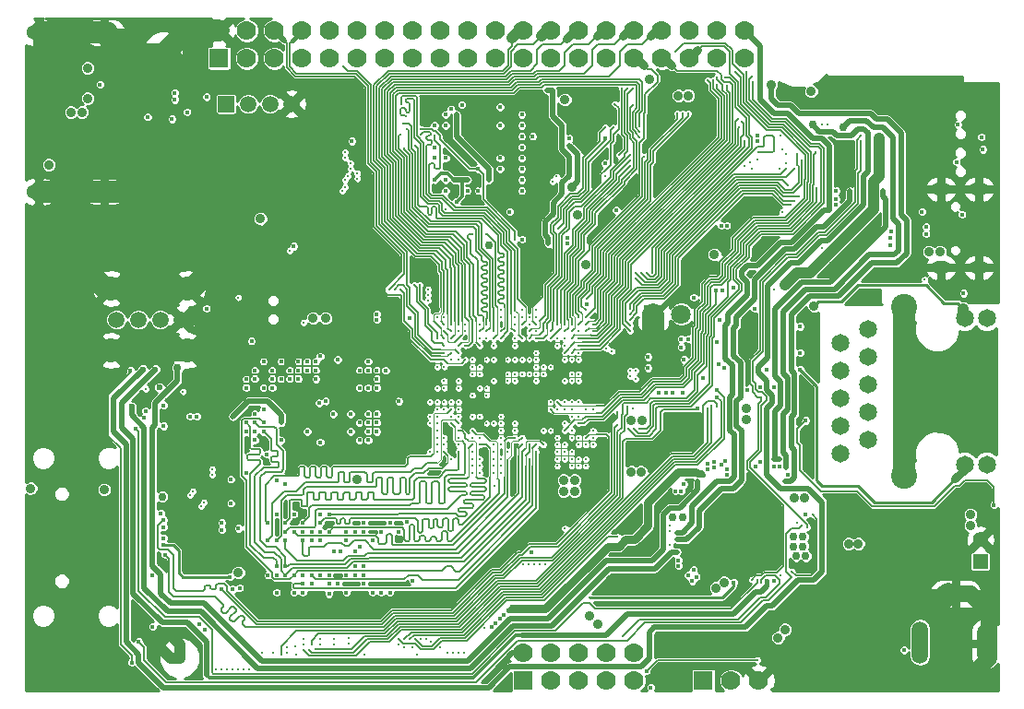
<source format=gbr>
G04 #@! TF.GenerationSoftware,KiCad,Pcbnew,no-vcs-found-ddec803~58~ubuntu14.04.1*
G04 #@! TF.CreationDate,2017-06-02T15:46:38+03:00*
G04 #@! TF.ProjectId,A64-OlinuXino_Rev_D,4136342D4F6C696E7558696E6F5F5265,D*
G04 #@! TF.FileFunction,Copper,L4,Inr,Signal*
G04 #@! TF.FilePolarity,Positive*
%FSLAX46Y46*%
G04 Gerber Fmt 4.6, Leading zero omitted, Abs format (unit mm)*
G04 Created by KiCad (PCBNEW no-vcs-found-ddec803~58~ubuntu14.04.1) date Fri Jun  2 15:46:38 2017*
%MOMM*%
%LPD*%
G01*
G04 APERTURE LIST*
%ADD10C,0.100000*%
%ADD11C,2.400000*%
%ADD12C,1.650000*%
%ADD13O,1.800000X1.200000*%
%ADD14R,1.422400X1.422400*%
%ADD15O,2.300000X1.300000*%
%ADD16O,2.700000X1.300000*%
%ADD17R,0.400000X0.400000*%
%ADD18C,1.500000*%
%ADD19C,2.200000*%
%ADD20C,5.500000*%
%ADD21R,1.500000X1.500000*%
%ADD22C,1.778000*%
%ADD23R,1.778000X1.778000*%
%ADD24R,1.400000X1.400000*%
%ADD25C,1.400000*%
%ADD26R,1.800000X1.800000*%
%ADD27C,1.800000*%
%ADD28O,1.500000X3.900000*%
%ADD29O,1.500000X3.600000*%
%ADD30O,3.700000X1.500000*%
%ADD31C,0.750000*%
%ADD32C,0.900000*%
%ADD33C,0.450000*%
%ADD34C,0.406400*%
%ADD35C,0.327000*%
%ADD36C,0.600000*%
%ADD37C,1.016000*%
%ADD38C,0.508000*%
%ADD39C,2.032000*%
%ADD40C,0.762000*%
%ADD41C,0.127000*%
%ADD42C,0.106600*%
%ADD43C,0.254000*%
%ADD44C,1.524000*%
%ADD45C,0.711200*%
%ADD46C,0.304800*%
%ADD47C,0.203200*%
%ADD48C,0.406400*%
G04 APERTURE END LIST*
D10*
D11*
X180975000Y-79883000D03*
X180975000Y-64389000D03*
D12*
X188595000Y-78867000D03*
X186563000Y-78867000D03*
X188595000Y-65405000D03*
X186563000Y-65405000D03*
X175133000Y-77851000D03*
X177673000Y-76581000D03*
X175133000Y-75311000D03*
X177673000Y-74041000D03*
X175133000Y-72771000D03*
X177673000Y-71501000D03*
X175133000Y-70231000D03*
X177673000Y-68961000D03*
X175133000Y-67691000D03*
X177673000Y-66421000D03*
D13*
X187842000Y-53550000D03*
X184372000Y-53550000D03*
X184372000Y-60750000D03*
X187842000Y-60750000D03*
D14*
X166624000Y-67310000D03*
D15*
X101547000Y-39182000D03*
X101547000Y-53782000D03*
D16*
X107597000Y-53782000D03*
X107597000Y-39182000D03*
D17*
X168062000Y-85445500D03*
X167362000Y-85445500D03*
X166662000Y-85445500D03*
X166662000Y-86145500D03*
X166662000Y-86845500D03*
X165062000Y-86845500D03*
X165062000Y-86145500D03*
X165062000Y-85445500D03*
X164362000Y-85445500D03*
X163662000Y-85445500D03*
X163662000Y-83845500D03*
X164362000Y-83845500D03*
X165062000Y-83845500D03*
X165062000Y-83145500D03*
X165062000Y-82445500D03*
X166662000Y-82445500D03*
X166662000Y-83145500D03*
X166662000Y-83845500D03*
X167362000Y-83845500D03*
X168062000Y-83845500D03*
D14*
X165862000Y-84645500D03*
D18*
X114712000Y-65532000D03*
X112712000Y-65532000D03*
X110712000Y-65532000D03*
X108712000Y-65532000D03*
D19*
X108212000Y-68382000D03*
X108212000Y-62682000D03*
X115212000Y-68382000D03*
X115212000Y-62682000D03*
D20*
X172800000Y-96600000D03*
D21*
X118793000Y-45720000D03*
D18*
X120793000Y-45720000D03*
X122793000Y-45720000D03*
X124793000Y-45720000D03*
D22*
X166370000Y-38989000D03*
X166370000Y-41529000D03*
X163830000Y-38989000D03*
X163830000Y-41529000D03*
X161290000Y-38989000D03*
X161290000Y-41529000D03*
X158750000Y-38989000D03*
X158750000Y-41529000D03*
X156210000Y-38989000D03*
X156210000Y-41529000D03*
X146050000Y-38989000D03*
X146050000Y-41529000D03*
X143510000Y-38989000D03*
X143510000Y-41529000D03*
X148590000Y-41529000D03*
X148590000Y-38989000D03*
X151130000Y-38989000D03*
X151130000Y-41529000D03*
X153670000Y-41529000D03*
X153670000Y-38989000D03*
X128270000Y-38989000D03*
X128270000Y-41529000D03*
X125730000Y-41529000D03*
X125730000Y-38989000D03*
X123190000Y-38989000D03*
X123190000Y-41529000D03*
D23*
X118110000Y-41529000D03*
D22*
X118110000Y-38989000D03*
X120650000Y-41529000D03*
X120650000Y-38989000D03*
X130810000Y-41529000D03*
X130810000Y-38989000D03*
X133350000Y-41529000D03*
X133350000Y-38989000D03*
X135890000Y-41529000D03*
X135890000Y-38989000D03*
X138430000Y-41529000D03*
X138430000Y-38989000D03*
X140970000Y-41529000D03*
X140970000Y-38989000D03*
X156210000Y-96139000D03*
X156210000Y-98679000D03*
X153670000Y-98679000D03*
X153670000Y-96139000D03*
X151130000Y-96139000D03*
X151130000Y-98679000D03*
D23*
X146050000Y-98679000D03*
D22*
X146050000Y-96139000D03*
X148590000Y-98679000D03*
X148590000Y-96139000D03*
D23*
X162560000Y-98679000D03*
D22*
X165100000Y-98679000D03*
X167640000Y-98679000D03*
D24*
X187982860Y-87749380D03*
D25*
X187980320Y-85737700D03*
D26*
X157988000Y-65024000D03*
D27*
X160528000Y-65024000D03*
D28*
X182441000Y-95174000D03*
D29*
X188441000Y-95324000D03*
D30*
X185695000Y-90724000D03*
D31*
X170815000Y-85471000D03*
X171704000Y-85471000D03*
D32*
X170058510Y-62357000D03*
X157607000Y-43434000D03*
X178689000Y-48895000D03*
X105537000Y-46482000D03*
X104521000Y-46482000D03*
X121911591Y-56269409D03*
X106045000Y-45212000D03*
D33*
X116967000Y-45085000D03*
D32*
X152908000Y-93472000D03*
X152146000Y-92710000D03*
D33*
X143129000Y-93726000D03*
X143459200Y-93395800D03*
X116840000Y-93980000D03*
X116332000Y-93472000D03*
D32*
X127635000Y-59944000D03*
X128524000Y-59944000D03*
X127635000Y-58928000D03*
D33*
X143637000Y-97536000D03*
D31*
X146558000Y-58674000D03*
D32*
X147447000Y-58674000D03*
D33*
X179451000Y-90678000D03*
D31*
X112903000Y-87884000D03*
D32*
X101092000Y-94361000D03*
X101092000Y-96774000D03*
X102235000Y-97917000D03*
X101092000Y-99060000D03*
X110490000Y-93853000D03*
X107188000Y-89662000D03*
X107188000Y-90551000D03*
D33*
X116459000Y-76962000D03*
X116459000Y-77470000D03*
X118364000Y-83566000D03*
X132080000Y-64262000D03*
X126200000Y-71000000D03*
X123000000Y-69400000D03*
X120600000Y-76600000D03*
X132200000Y-89800000D03*
X129000000Y-89000000D03*
X125800000Y-83400000D03*
X124200000Y-90600000D03*
X159385000Y-98171000D03*
X159385000Y-98679000D03*
D32*
X101092000Y-42672000D03*
X101092000Y-41021000D03*
X106299000Y-50038000D03*
X106299000Y-51943000D03*
X101092000Y-51562000D03*
X101092000Y-49784000D03*
X101092000Y-48006000D03*
X101092000Y-46101000D03*
X101092000Y-44323000D03*
D34*
X147875000Y-75075000D03*
D33*
X174752000Y-49657000D03*
X175260000Y-49657000D03*
X161290000Y-62484000D03*
D32*
X162306000Y-46741510D03*
X163322000Y-46741510D03*
D33*
X100838000Y-83185000D03*
D32*
X128143000Y-46863000D03*
X129921000Y-46863000D03*
X129032000Y-46863000D03*
X130810000Y-44577000D03*
X129921000Y-44577000D03*
D33*
X184912000Y-62484000D03*
X148971000Y-50673000D03*
D32*
X177927000Y-63500000D03*
X176911000Y-63500000D03*
D33*
X178689000Y-56261000D03*
X154813000Y-48895000D03*
X153543000Y-50165000D03*
D32*
X153670000Y-45339000D03*
D33*
X148971000Y-48133000D03*
X148971000Y-49149000D03*
X149606000Y-50927000D03*
D32*
X153797000Y-56007000D03*
X146500000Y-59600000D03*
X146500000Y-60600000D03*
D33*
X137900000Y-46700000D03*
X138900000Y-48700000D03*
X140900000Y-48700000D03*
X143900000Y-46700000D03*
X142900000Y-53700000D03*
X144900000Y-46700000D03*
X144900000Y-47700000D03*
X144900000Y-48700000D03*
X144900000Y-49700000D03*
X144900000Y-50700000D03*
X144900000Y-51700000D03*
X144900000Y-53700000D03*
X144900000Y-52700000D03*
X139900000Y-51700000D03*
X139900000Y-53700000D03*
D32*
X122555000Y-58928000D03*
D33*
X137900000Y-53700000D03*
X131064000Y-49149000D03*
X123825000Y-48514000D03*
D32*
X121793000Y-48260000D03*
X120142000Y-48260000D03*
X118364000Y-48260000D03*
D33*
X122809000Y-48514000D03*
X132600000Y-76600000D03*
X125222000Y-65659000D03*
X131800000Y-71000000D03*
D35*
X138125000Y-64675000D03*
D33*
X132600000Y-69400000D03*
D35*
X145925000Y-66625000D03*
D32*
X164211000Y-58420000D03*
D33*
X158242000Y-68072000D03*
D32*
X161290000Y-76835000D03*
D33*
X166878000Y-61341000D03*
X117602000Y-44196000D03*
X124714000Y-49403000D03*
X126365000Y-51054000D03*
X172085000Y-66167000D03*
D32*
X114681000Y-55880000D03*
X113538000Y-55880000D03*
X107188000Y-91440000D03*
X129794000Y-67183000D03*
D33*
X122200000Y-76600000D03*
X123800000Y-75800000D03*
X131000000Y-69400000D03*
X128200000Y-76800000D03*
X131000000Y-75800000D03*
D32*
X182626000Y-47371000D03*
D33*
X184023000Y-46355000D03*
X182499000Y-45974000D03*
X181229000Y-45974000D03*
X179959000Y-45974000D03*
X179324000Y-45339000D03*
X180594000Y-45339000D03*
X181864000Y-45339000D03*
X183134000Y-45339000D03*
X186436000Y-45593000D03*
X185039000Y-45593000D03*
X177292000Y-43815000D03*
X178689000Y-43815000D03*
X179959000Y-43815000D03*
X181229000Y-43815000D03*
X182499000Y-43815000D03*
X183769000Y-43815000D03*
X185039000Y-43815000D03*
X179324000Y-43434000D03*
X178054000Y-43434000D03*
D32*
X167132000Y-54737000D03*
X174503225Y-60584225D03*
D33*
X144272000Y-99314000D03*
D32*
X148971000Y-84836000D03*
X137922000Y-91053480D03*
X139446000Y-91053480D03*
X101092000Y-76327000D03*
X102362000Y-94361000D03*
X102362000Y-95504000D03*
X107569000Y-80010000D03*
X111379000Y-94234000D03*
X123571000Y-58928000D03*
D33*
X154305000Y-71628000D03*
D32*
X183642000Y-55118000D03*
X184658000Y-55118000D03*
D35*
X140725000Y-67275000D03*
X138775000Y-75075000D03*
X139425000Y-75725000D03*
X152425000Y-65325000D03*
X145925000Y-74425000D03*
D33*
X107188000Y-43307000D03*
X107188000Y-50800000D03*
X107188000Y-49276000D03*
X107188000Y-47752000D03*
X107188000Y-46228000D03*
X111506000Y-51816000D03*
X111506000Y-48895000D03*
X111506000Y-45974000D03*
X113792000Y-45974000D03*
X113792000Y-51816000D03*
X113792000Y-48895000D03*
D32*
X102108000Y-76327000D03*
D33*
X119200000Y-83100000D03*
X132200000Y-84200000D03*
X130600000Y-84200000D03*
D35*
X145275000Y-74425000D03*
X143325000Y-74425000D03*
D34*
X147225000Y-75075000D03*
X146575000Y-75075000D03*
X146575000Y-74425000D03*
X147225000Y-74425000D03*
X147875000Y-74425000D03*
X143325000Y-73775000D03*
X143975000Y-73775000D03*
X144625000Y-73775000D03*
X145275000Y-73775000D03*
X145925000Y-73775000D03*
X146575000Y-73775000D03*
X147225000Y-73775000D03*
X146575000Y-73125000D03*
X145925000Y-73125000D03*
X145275000Y-73125000D03*
X144625000Y-73125000D03*
X143975000Y-73125000D03*
X142675000Y-73125000D03*
X143325000Y-73125000D03*
X147875000Y-73775000D03*
D35*
X149175000Y-74425000D03*
X148525000Y-74425000D03*
D34*
X147875000Y-72475000D03*
X147225000Y-72475000D03*
X146575000Y-72475000D03*
X145925000Y-72475000D03*
X145275000Y-72475000D03*
X144625000Y-72475000D03*
D35*
X143325000Y-72475000D03*
D34*
X143975000Y-72475000D03*
X147875000Y-73125000D03*
X147225000Y-73125000D03*
D35*
X148525000Y-72475000D03*
X147875000Y-71825000D03*
X147225000Y-71825000D03*
X146575000Y-71825000D03*
X143975000Y-71175000D03*
X143325000Y-71825000D03*
X143975000Y-71825000D03*
X144625000Y-71825000D03*
X145275000Y-71825000D03*
X145925000Y-71175000D03*
X146575000Y-71175000D03*
X145925000Y-71825000D03*
X146575000Y-69875000D03*
X145925000Y-69875000D03*
X144625000Y-69875000D03*
X145275000Y-69875000D03*
D32*
X182753000Y-49657000D03*
X169672000Y-44577000D03*
X181610000Y-54991000D03*
X187325000Y-46101000D03*
X189103000Y-46101000D03*
D33*
X171831000Y-73025000D03*
X171831000Y-73533000D03*
X168021000Y-58166000D03*
D36*
X168021000Y-58801000D03*
D32*
X155829000Y-86741000D03*
X172085000Y-75819000D03*
X155829000Y-84709000D03*
X187452000Y-81026000D03*
X187452000Y-82169000D03*
D33*
X175514000Y-89027000D03*
X175514000Y-88265000D03*
X179832000Y-88900000D03*
X180340000Y-88900000D03*
D32*
X176784000Y-92202000D03*
X148971000Y-83820000D03*
D35*
X147225000Y-75725000D03*
X148525000Y-77025000D03*
X147225000Y-76375000D03*
X147875000Y-78325000D03*
D32*
X156083000Y-89408000D03*
X157099000Y-89408000D03*
X171831000Y-88265000D03*
D35*
X149175000Y-71175000D03*
D33*
X176530000Y-43434000D03*
X173990000Y-43434000D03*
X175260000Y-43434000D03*
D32*
X176530000Y-44577000D03*
D33*
X185674000Y-43434000D03*
X184404000Y-43434000D03*
X183134000Y-43434000D03*
X181864000Y-43434000D03*
X180594000Y-43434000D03*
D32*
X188976000Y-44450000D03*
X181737000Y-49657000D03*
D33*
X178689000Y-56769000D03*
D35*
X143975000Y-65975000D03*
X142675000Y-71175000D03*
X143325000Y-70525000D03*
X142025000Y-71175000D03*
X142025000Y-73775000D03*
D33*
X128200000Y-69200000D03*
X124600000Y-69400000D03*
X121400000Y-69400000D03*
X126200000Y-75000000D03*
X122428000Y-78613000D03*
X125222000Y-78613000D03*
X129400000Y-70200000D03*
X129800000Y-69200000D03*
X128600000Y-75000000D03*
X129000000Y-76800000D03*
X130200000Y-75000000D03*
X133400000Y-75800000D03*
X124200000Y-83400000D03*
X123400000Y-84200000D03*
X122600000Y-90600000D03*
X126600000Y-90600000D03*
X128200000Y-84200000D03*
D35*
X142025000Y-75725000D03*
X137475000Y-79625000D03*
X138775000Y-78325000D03*
X142025000Y-77675000D03*
X144625000Y-77025000D03*
X143975000Y-77675000D03*
X145275000Y-77675000D03*
X145275000Y-77025000D03*
D33*
X133000000Y-84200000D03*
X131400000Y-90600000D03*
X135400000Y-90600000D03*
X133000000Y-89800000D03*
X134600000Y-84200000D03*
X130600000Y-90600000D03*
X134600000Y-90600000D03*
X130600000Y-89800000D03*
X134600000Y-85800000D03*
X132200000Y-85000000D03*
D34*
X142675000Y-73775000D03*
D35*
X148525000Y-75075000D03*
D33*
X127254000Y-67437000D03*
X125349000Y-67437000D03*
X123444000Y-67437000D03*
X121885000Y-67437000D03*
X121100000Y-67500000D03*
X128200000Y-89000000D03*
X146812000Y-86868000D03*
X121400000Y-76600000D03*
X123800000Y-76600000D03*
X129000000Y-69200000D03*
D32*
X166497000Y-73660000D03*
D35*
X143975000Y-74425000D03*
D33*
X134600000Y-85000000D03*
X133800000Y-84200000D03*
X131400000Y-84200000D03*
D35*
X142675000Y-75075000D03*
X143325000Y-75075000D03*
X143975000Y-75725000D03*
X143975000Y-76375000D03*
X143975000Y-75075000D03*
X145275000Y-75075000D03*
X145275000Y-75725000D03*
D32*
X166497000Y-74676000D03*
D35*
X141375000Y-74425000D03*
X142025000Y-74425000D03*
D33*
X119200000Y-82400000D03*
X126200000Y-70200000D03*
X127000000Y-70200000D03*
X123800000Y-69400000D03*
X122200000Y-69400000D03*
X126200000Y-75800000D03*
X133400000Y-70200000D03*
X132600000Y-70200000D03*
X131000000Y-70200000D03*
X131800000Y-69400000D03*
X128600000Y-74200000D03*
X127400000Y-76800000D03*
X130200000Y-75800000D03*
X132600000Y-75800000D03*
X131000000Y-76600000D03*
X125000000Y-83400000D03*
X123400000Y-83400000D03*
X127400000Y-85000000D03*
X123400000Y-90600000D03*
X125000000Y-90600000D03*
X135900000Y-89500000D03*
X129800000Y-85000000D03*
X133000000Y-85000000D03*
X132200000Y-90600000D03*
X135354607Y-84148773D03*
X133800000Y-90600000D03*
X133000000Y-90600000D03*
X130600000Y-89000000D03*
X129800000Y-90600000D03*
X131800000Y-76600000D03*
X119380000Y-74422000D03*
X119200000Y-80200000D03*
X119900000Y-84700000D03*
X123800000Y-75000000D03*
X126600000Y-89800000D03*
X127400000Y-68900000D03*
D32*
X130800000Y-80200000D03*
D35*
X141375000Y-76375000D03*
D33*
X124968000Y-58801000D03*
D32*
X107569000Y-81153000D03*
X100838000Y-81026000D03*
D33*
X118364000Y-84201000D03*
X157734000Y-99314000D03*
D32*
X149860000Y-45333490D03*
X160274000Y-44958000D03*
X161163000Y-44952490D03*
D33*
X154559000Y-55499000D03*
X153543000Y-51181000D03*
D32*
X151003000Y-55880000D03*
D33*
X130302000Y-49149000D03*
D35*
X147875000Y-69875000D03*
D32*
X163576000Y-59563000D03*
D33*
X143891000Y-92964000D03*
X144221200Y-92633800D03*
X186309000Y-55880000D03*
D32*
X119888000Y-88773000D03*
D35*
X144625000Y-69225000D03*
X147875000Y-70525000D03*
D31*
X142875000Y-58674000D03*
D32*
X172466000Y-44577000D03*
D33*
X180975000Y-95885000D03*
D35*
X148525000Y-69875000D03*
X145275000Y-67925000D03*
X145275000Y-67275000D03*
D32*
X156839490Y-79502000D03*
X155956000Y-79502000D03*
D33*
X146900000Y-48700000D03*
X118364000Y-84836000D03*
D31*
X112903000Y-81788000D03*
D36*
X112649000Y-71755000D03*
D33*
X132588000Y-65024000D03*
X132588000Y-65532000D03*
D35*
X137475000Y-73125000D03*
D33*
X113030000Y-85598000D03*
D35*
X140075000Y-71175000D03*
D36*
X110109000Y-73533000D03*
D32*
X127889000Y-65405000D03*
D33*
X160147000Y-86868000D03*
X159639000Y-86868000D03*
D35*
X145925000Y-69225000D03*
X141375000Y-70525000D03*
D31*
X172593000Y-47625000D03*
D36*
X111125000Y-70104000D03*
D32*
X126746000Y-65405000D03*
D35*
X140075000Y-71825000D03*
D33*
X170053000Y-81026000D03*
X170561000Y-81026000D03*
D35*
X138775000Y-73125000D03*
X116713000Y-82296000D03*
X138125000Y-69875000D03*
X141375000Y-72475000D03*
X142025000Y-71825000D03*
D33*
X135636000Y-65405000D03*
D35*
X138125000Y-71825000D03*
D33*
X119126000Y-89154000D03*
X113030000Y-86233000D03*
D35*
X138125000Y-73125000D03*
X116459000Y-82677000D03*
X138775000Y-69875000D03*
X140075000Y-73125000D03*
X140075000Y-73775000D03*
D32*
X184277000Y-59309000D03*
D31*
X171069000Y-87249000D03*
X171958000Y-87249000D03*
D32*
X183261000Y-59309000D03*
D35*
X182880000Y-61849000D03*
D33*
X179705000Y-58674000D03*
D35*
X156718000Y-75565000D03*
X172974000Y-53467000D03*
D32*
X102489000Y-51308000D03*
D31*
X114300000Y-69977000D03*
D33*
X162052000Y-80899000D03*
X162052000Y-80391000D03*
D35*
X145275000Y-69225000D03*
D33*
X174752000Y-53721000D03*
X164211000Y-56896000D03*
X164719000Y-56896000D03*
X150114000Y-58547000D03*
X150114000Y-58039000D03*
D35*
X147225000Y-68575000D03*
D33*
X164211000Y-78867000D03*
X164592000Y-78486000D03*
X176022000Y-54229000D03*
X176022000Y-53721000D03*
D35*
X142675000Y-69225000D03*
D33*
X160147000Y-85725000D03*
X160655000Y-85725000D03*
X179070000Y-53721000D03*
X179070000Y-54229000D03*
X144780000Y-55626000D03*
X169545000Y-78359000D03*
X169037000Y-78359000D03*
D35*
X142025000Y-69875000D03*
D32*
X150749000Y-80269520D03*
X149733000Y-81280000D03*
X149733000Y-80264000D03*
D35*
X149175000Y-77025000D03*
X149825000Y-77025000D03*
X148525000Y-75725000D03*
X149175000Y-76375000D03*
X150475000Y-77675000D03*
X149825000Y-77675000D03*
X149175000Y-77675000D03*
X151775000Y-78975000D03*
X151775000Y-78325000D03*
X150475000Y-78975000D03*
X151125000Y-78975000D03*
X151125000Y-78325000D03*
X150475000Y-78325000D03*
X149825000Y-78325000D03*
X149175000Y-78325000D03*
X149175000Y-78975000D03*
D32*
X150749000Y-81280000D03*
D33*
X160782000Y-80645000D03*
D32*
X163703000Y-90170000D03*
D33*
X160528000Y-81280000D03*
X160020000Y-81280000D03*
D32*
X187071000Y-84455000D03*
X187071000Y-83439000D03*
D33*
X169545000Y-78994000D03*
X169037000Y-78994000D03*
X167386000Y-78994000D03*
X167767000Y-78613000D03*
X164719000Y-79756000D03*
X164719000Y-79248000D03*
X162941000Y-79248000D03*
X162941000Y-78740000D03*
D31*
X159766000Y-83693000D03*
X160655000Y-83693000D03*
D33*
X160274000Y-88138000D03*
X160274000Y-87630000D03*
D32*
X164465000Y-89662000D03*
D31*
X171704000Y-86360000D03*
X170815000Y-86360000D03*
D32*
X171831000Y-81915000D03*
X170942000Y-81915000D03*
X175895000Y-86106000D03*
X176784000Y-86106000D03*
D33*
X171958000Y-83439000D03*
D32*
X169418000Y-94742000D03*
X170053000Y-93980000D03*
D33*
X161925000Y-89154000D03*
X161544000Y-89535000D03*
D36*
X112268000Y-70104000D03*
D33*
X116967000Y-64516000D03*
X168402000Y-90043000D03*
X168402000Y-89535000D03*
D35*
X141375000Y-69225000D03*
D32*
X156972000Y-74803000D03*
X155956000Y-74803000D03*
D35*
X144625000Y-71175000D03*
X145275000Y-71175000D03*
X147225000Y-71175000D03*
X147225000Y-69875000D03*
X147225000Y-70525000D03*
X146575000Y-70525000D03*
X145925000Y-70525000D03*
X144625000Y-70525000D03*
X145275000Y-70525000D03*
X142675000Y-72475000D03*
X143325000Y-71175000D03*
X142675000Y-71825000D03*
X177038000Y-48641000D03*
D33*
X185928000Y-47625000D03*
D35*
X129540000Y-42291000D03*
X140075000Y-68575000D03*
X167894000Y-72644000D03*
X167005000Y-89408000D03*
D33*
X144653000Y-92202000D03*
X144983200Y-91871800D03*
X162560000Y-79756000D03*
X162052000Y-79756000D03*
X174752000Y-54483000D03*
X163576000Y-79121000D03*
X163576000Y-78613000D03*
X174752000Y-54991000D03*
D32*
X151759490Y-60452000D03*
D33*
X174117000Y-55499000D03*
X174117000Y-54991000D03*
X160147000Y-85090000D03*
X160655000Y-85090000D03*
X170053000Y-80391000D03*
X170561000Y-80391000D03*
D32*
X168783000Y-43942000D03*
D33*
X170307000Y-79756000D03*
D35*
X177038000Y-49149000D03*
D33*
X185801000Y-51054000D03*
D35*
X172085000Y-84582000D03*
D33*
X148209000Y-44450000D03*
X148717000Y-44450000D03*
X148336000Y-58039000D03*
X148336000Y-58547000D03*
D31*
X175387000Y-47879000D03*
D35*
X143325000Y-69225000D03*
D33*
X170180000Y-79121000D03*
X170180000Y-78613000D03*
X169037000Y-89535000D03*
D35*
X138125000Y-67275000D03*
X136525000Y-62357000D03*
X136017000Y-62357000D03*
X138775000Y-67925000D03*
D33*
X145923000Y-58166000D03*
D35*
X146575000Y-69225000D03*
X141375000Y-69875000D03*
X133731000Y-62738000D03*
X167513000Y-96774000D03*
D33*
X157353000Y-97790000D03*
D35*
X150475000Y-75725000D03*
X148525000Y-73125000D03*
D33*
X107188000Y-43942000D03*
X113792000Y-47117000D03*
X111569500Y-46926500D03*
D35*
X140725000Y-66625000D03*
D32*
X106045000Y-42418000D03*
D35*
X163830000Y-43942000D03*
X151775000Y-65975000D03*
X157861000Y-61214000D03*
X140075000Y-65975000D03*
X152425000Y-66625000D03*
X139425000Y-67275000D03*
X150475000Y-65975000D03*
X139425000Y-65975000D03*
X164719000Y-44069000D03*
X151775000Y-66625000D03*
X139425000Y-66625000D03*
X156083000Y-44323000D03*
X149825000Y-65975000D03*
X138775000Y-65975000D03*
X163449000Y-43561000D03*
X151775000Y-65325000D03*
X138775000Y-67275000D03*
X150475000Y-68575000D03*
X164592000Y-43307000D03*
X155575000Y-44323000D03*
X151257000Y-55118000D03*
X147225000Y-67275000D03*
X163830000Y-43307000D03*
X152425000Y-65975000D03*
X166370000Y-49149000D03*
X151125000Y-67925000D03*
X140725000Y-69225000D03*
X119888000Y-63500000D03*
X134747000Y-63246000D03*
X161163000Y-46609000D03*
X151775000Y-64675000D03*
X160147000Y-46609000D03*
X151125000Y-65325000D03*
X160020000Y-40894000D03*
X148525000Y-73775000D03*
X160655000Y-46609000D03*
X151125000Y-65975000D03*
X167132000Y-43688000D03*
X155702000Y-75565000D03*
X151125000Y-67275000D03*
X165862000Y-47879000D03*
X165481000Y-42799000D03*
X149175000Y-73125000D03*
X166116000Y-47371000D03*
X149825000Y-68575000D03*
X167005000Y-43180000D03*
X156210000Y-75565000D03*
X156083000Y-45847000D03*
X149825000Y-66625000D03*
X166497000Y-42799000D03*
X149825000Y-75725000D03*
X165735000Y-47117000D03*
X150475000Y-67275000D03*
X155067000Y-44323000D03*
X154813000Y-50419000D03*
X147225000Y-66625000D03*
D33*
X115189000Y-46482000D03*
D35*
X142025000Y-65975000D03*
D33*
X114046000Y-45339000D03*
D35*
X140075000Y-66625000D03*
D33*
X115443000Y-74422000D03*
D35*
X138775000Y-71825000D03*
X111379000Y-71882000D03*
X125857000Y-65786000D03*
X138775000Y-73775000D03*
D33*
X116078000Y-74422000D03*
D35*
X138775000Y-71175000D03*
X122051034Y-96134966D03*
X150475000Y-73775000D03*
X149825000Y-73125000D03*
X120904000Y-97663000D03*
X149825000Y-73775000D03*
X120396000Y-97663000D03*
X123063000Y-96139000D03*
X148082000Y-88011000D03*
X152425000Y-76375000D03*
X150475000Y-71175000D03*
X156083000Y-73660000D03*
X119888000Y-97663000D03*
X123825000Y-96266000D03*
X155194000Y-73914000D03*
D33*
X163703000Y-62865000D03*
D35*
X151125000Y-77025000D03*
X147574000Y-88011000D03*
X125222000Y-96266000D03*
X125095000Y-95504000D03*
X150475000Y-74425000D03*
X125857000Y-95885000D03*
X162941000Y-73660000D03*
X126365000Y-95885000D03*
X163830000Y-73533000D03*
X127000000Y-95758000D03*
D33*
X162052000Y-73660000D03*
D35*
X142494000Y-93853000D03*
X156337000Y-70231000D03*
X149175000Y-67925000D03*
X139573000Y-96139000D03*
X151125000Y-70525000D03*
X131495800Y-96342200D03*
X149825000Y-67275000D03*
X139065000Y-96139000D03*
X151125000Y-68575000D03*
X138430000Y-95631000D03*
X151125000Y-66625000D03*
X136271000Y-96266000D03*
X140589000Y-96139000D03*
X154178000Y-68453000D03*
X140081000Y-96139000D03*
X153670000Y-68199000D03*
D33*
X160528000Y-68072000D03*
D35*
X137160000Y-94869000D03*
X155829000Y-70231000D03*
X136144000Y-94869000D03*
D33*
X163830000Y-72009000D03*
D35*
X135636000Y-94869000D03*
D33*
X163830000Y-72644000D03*
D35*
X135128000Y-94869000D03*
X163322000Y-73406000D03*
X150475000Y-73125000D03*
X154686000Y-85471000D03*
X134620000Y-94869000D03*
X151125000Y-69225000D03*
X134620000Y-95377000D03*
X135128000Y-95631000D03*
D33*
X160782000Y-69215000D03*
D35*
X149825000Y-67925000D03*
X136652000Y-94869000D03*
X156337000Y-70993000D03*
X151125000Y-71175000D03*
X135890000Y-95631000D03*
D33*
X157480000Y-68961000D03*
D35*
X149825000Y-69225000D03*
X137541000Y-95123000D03*
X150475000Y-69225000D03*
D33*
X157480000Y-69977000D03*
X112776000Y-83312000D03*
D35*
X152425000Y-73775000D03*
D33*
X113030000Y-83947000D03*
D35*
X151775000Y-76375000D03*
X149175000Y-73775000D03*
D33*
X113030000Y-84582000D03*
X113157000Y-87122000D03*
D35*
X154686000Y-75184000D03*
D33*
X120015000Y-90170000D03*
D35*
X149825000Y-71175000D03*
D33*
X119380000Y-90297000D03*
D35*
X151775000Y-73775000D03*
X154686000Y-74041000D03*
D33*
X118364000Y-90297000D03*
D35*
X147066000Y-88011000D03*
X151125000Y-76375000D03*
X146050000Y-88011000D03*
X149825000Y-75075000D03*
X147225000Y-64675000D03*
X124333000Y-95631000D03*
X129667000Y-50673000D03*
X146558000Y-88011000D03*
X150475000Y-76375000D03*
X124333000Y-96139000D03*
X147225000Y-65325000D03*
X129667000Y-50165000D03*
X129992889Y-94811792D03*
X145925000Y-65325000D03*
X130810000Y-52578000D03*
X125857000Y-94869000D03*
X146575000Y-65975000D03*
X130175000Y-51689000D03*
X129988170Y-95317170D03*
X145925000Y-64675000D03*
X130810000Y-52070000D03*
X125857000Y-95377000D03*
X146575000Y-65325000D03*
X130175000Y-51181000D03*
X128651000Y-94869000D03*
X129413000Y-53721000D03*
X143975000Y-65325000D03*
X145275000Y-65975000D03*
X127381000Y-94869000D03*
X129667000Y-52705000D03*
X128651000Y-95377000D03*
X129667000Y-53340000D03*
X143975000Y-64675000D03*
X145275000Y-65325000D03*
X127381000Y-95377000D03*
X129921000Y-52324000D03*
X153543000Y-52324000D03*
D33*
X188214000Y-49911000D03*
X120600000Y-71000000D03*
D35*
X139425000Y-73775000D03*
D33*
X122600000Y-84200000D03*
D35*
X141375000Y-78975000D03*
X141375000Y-78325000D03*
D33*
X128200000Y-90700000D03*
X125800000Y-90600000D03*
D35*
X149100000Y-52400000D03*
D33*
X143900000Y-50700000D03*
D35*
X142621000Y-57658000D03*
X143325000Y-67275000D03*
D33*
X182626000Y-55626000D03*
D35*
X151125000Y-75075000D03*
X172847000Y-50165000D03*
X169037000Y-62738000D03*
X169672000Y-89027000D03*
X173431200Y-58978800D03*
X124587000Y-59182000D03*
X138938000Y-55372000D03*
D33*
X114046000Y-44704000D03*
D35*
X140725000Y-65975000D03*
X169545000Y-51689000D03*
X149175000Y-65975000D03*
X155829000Y-50927000D03*
X166877994Y-51054000D03*
X169799000Y-55626000D03*
X137287000Y-62738000D03*
X167005000Y-51689000D03*
X155829000Y-70739000D03*
X150475000Y-70525000D03*
X152425000Y-77025000D03*
X152425000Y-75725000D03*
X151125000Y-74425000D03*
X159512000Y-86233000D03*
X171196000Y-84201000D03*
X134747000Y-48514000D03*
D33*
X110744000Y-95123000D03*
D35*
X170688000Y-89154000D03*
X171577000Y-84455000D03*
X142025000Y-67925000D03*
X159512000Y-84455000D03*
D33*
X179832000Y-57404000D03*
X179705000Y-58039000D03*
D35*
X159512000Y-84963000D03*
D33*
X110490000Y-75565000D03*
D35*
X134747000Y-62738000D03*
X139425000Y-68575000D03*
X152146000Y-91567000D03*
X167513000Y-89408000D03*
D33*
X188087000Y-48768000D03*
X109982000Y-70231000D03*
D35*
X134239000Y-62738000D03*
X138775000Y-68575000D03*
D33*
X110109000Y-97028000D03*
D35*
X167894000Y-89662000D03*
X155194000Y-94615000D03*
X142025000Y-70525000D03*
X151125000Y-73125000D03*
X134874000Y-45720000D03*
X145275000Y-66625000D03*
X135255000Y-46863000D03*
X143975000Y-67275000D03*
X135001000Y-47498000D03*
X143325000Y-66625000D03*
X135382000Y-48006000D03*
X142675000Y-66625000D03*
X136652000Y-48514000D03*
X145925000Y-67275000D03*
D33*
X138900000Y-53700000D03*
D35*
X136144000Y-49530000D03*
X143975000Y-66625000D03*
D33*
X138900000Y-52700000D03*
D35*
X142675000Y-65975000D03*
X135128000Y-49784000D03*
D33*
X140900000Y-53700000D03*
D35*
X137922000Y-48641000D03*
X145925000Y-65975000D03*
D33*
X141900000Y-53700000D03*
D35*
X148717000Y-52832000D03*
D33*
X143900000Y-51700000D03*
D35*
X141351000Y-57658000D03*
X142025000Y-66625000D03*
X136652000Y-48006000D03*
X145288000Y-58166000D03*
D33*
X141900000Y-51700000D03*
D35*
X114808000Y-72136000D03*
X139425000Y-73125000D03*
X167640000Y-50165000D03*
X157353000Y-61214000D03*
X155829000Y-51435000D03*
X166370004Y-51435000D03*
X148525000Y-67275000D03*
X169799000Y-49911000D03*
X157099000Y-50546000D03*
X150475000Y-66625000D03*
X170180000Y-51689000D03*
X156845000Y-61214000D03*
X155829000Y-50419000D03*
X167513000Y-50800000D03*
X148525000Y-66625000D03*
X171577000Y-50927000D03*
X155829000Y-66040000D03*
X137287000Y-63246000D03*
X170180000Y-50292000D03*
X170180000Y-51181000D03*
X137287000Y-63754000D03*
X154305000Y-47879000D03*
X149225000Y-57150000D03*
X117856000Y-97663000D03*
X143325000Y-67925000D03*
X118872000Y-97663000D03*
D33*
X153543000Y-48895000D03*
D35*
X146575000Y-66625000D03*
X153543000Y-47879000D03*
X118364000Y-97663000D03*
X147225000Y-65975000D03*
X119380000Y-97663000D03*
X154432000Y-45720000D03*
X153543000Y-51816000D03*
X146575000Y-67275000D03*
X170688000Y-88646000D03*
X172593000Y-83439000D03*
X170942000Y-51689000D03*
X156337000Y-61214000D03*
X170307000Y-53213000D03*
X156337000Y-61722000D03*
X156718000Y-47752000D03*
X138775000Y-66625000D03*
X173990000Y-47625000D03*
X170942000Y-54610000D03*
X155829000Y-65024000D03*
X171323000Y-54229000D03*
X155829000Y-64516000D03*
X156718000Y-48768000D03*
X140725000Y-67925000D03*
X169672000Y-48641000D03*
X173482000Y-47625000D03*
X156718000Y-48260000D03*
X140075000Y-67925000D03*
D33*
X130600000Y-85000000D03*
D35*
X141375000Y-79625000D03*
X142025000Y-79625000D03*
D33*
X129800000Y-85800000D03*
D35*
X143325000Y-79625000D03*
D33*
X130600000Y-88200000D03*
X129800000Y-89000000D03*
D35*
X143975000Y-79625000D03*
D33*
X134620000Y-73025000D03*
X130200000Y-74200000D03*
X132200000Y-85800000D03*
D35*
X142025000Y-78975000D03*
D33*
X131400000Y-88200000D03*
D35*
X143383000Y-80772000D03*
D33*
X131400000Y-89800000D03*
D35*
X143975000Y-78975000D03*
D33*
X120600000Y-75800000D03*
D35*
X139425000Y-78325000D03*
D33*
X122600000Y-89000000D03*
X121400000Y-75800000D03*
D35*
X141375000Y-77675000D03*
D33*
X123400000Y-89000000D03*
X131400000Y-85000000D03*
D35*
X142025000Y-78325000D03*
D33*
X123400000Y-80300000D03*
D35*
X143325000Y-77675000D03*
D33*
X128200000Y-89800000D03*
X131400000Y-89000000D03*
D35*
X143975000Y-78325000D03*
D33*
X120600000Y-79600000D03*
D35*
X147225000Y-77675000D03*
D33*
X125800000Y-89800000D03*
D35*
X137475000Y-77675000D03*
D33*
X131000000Y-75000000D03*
D35*
X138125000Y-77675000D03*
D33*
X131800000Y-75800000D03*
X121400000Y-71000000D03*
X123400000Y-85800000D03*
D35*
X138775000Y-77675000D03*
D33*
X121400000Y-70200000D03*
X124200000Y-84200000D03*
D35*
X140075000Y-77675000D03*
D33*
X123000000Y-71000000D03*
X124200000Y-85000000D03*
D35*
X141375000Y-77025000D03*
D33*
X120600000Y-75000000D03*
D35*
X143325000Y-77025000D03*
D33*
X123400000Y-88200000D03*
X122500000Y-77900000D03*
X127400000Y-89000000D03*
D35*
X144625000Y-77675000D03*
D33*
X122200000Y-75000000D03*
X125000000Y-89000000D03*
D35*
X146575000Y-78325000D03*
D33*
X122200000Y-73800000D03*
X126600000Y-89000000D03*
D35*
X147225000Y-77025000D03*
D33*
X121400000Y-75000000D03*
D35*
X147875000Y-77025000D03*
D33*
X124200000Y-88200000D03*
X131800000Y-75000000D03*
D35*
X138125000Y-77025000D03*
D33*
X132600000Y-75000000D03*
D35*
X138775000Y-77025000D03*
D33*
X126200000Y-69400000D03*
X127400000Y-83400000D03*
D35*
X140075000Y-77025000D03*
D33*
X125400000Y-70200000D03*
X126600000Y-85000000D03*
D35*
X140075000Y-76375000D03*
D33*
X125400000Y-69400000D03*
X127400000Y-84200000D03*
D35*
X142025000Y-77025000D03*
D33*
X121400000Y-74200000D03*
X125800000Y-89000000D03*
D35*
X143975000Y-77025000D03*
D33*
X122200000Y-71800000D03*
D35*
X145925000Y-77025000D03*
D33*
X124200000Y-85800000D03*
X123000000Y-71800000D03*
D35*
X145925000Y-76375000D03*
D33*
X125800000Y-85800000D03*
D35*
X151775000Y-77025000D03*
D33*
X123800000Y-71000000D03*
D35*
X138775000Y-76375000D03*
D33*
X125800000Y-85000000D03*
X124200000Y-80600000D03*
D35*
X142025000Y-76375000D03*
D33*
X129000000Y-89800000D03*
D35*
X145275000Y-76375000D03*
D33*
X123000000Y-70200000D03*
X125000000Y-85000000D03*
X122200000Y-75800000D03*
X124200000Y-89000000D03*
D35*
X146575000Y-77025000D03*
X152146000Y-91059000D03*
X149860000Y-84709000D03*
D33*
X165354000Y-89662000D03*
D35*
X147875000Y-75725000D03*
D33*
X132600000Y-71800000D03*
D35*
X137475000Y-75075000D03*
X138125000Y-75075000D03*
D33*
X131000000Y-71800000D03*
X127000000Y-69400000D03*
X128200000Y-83400000D03*
D35*
X140075000Y-75725000D03*
D33*
X127000000Y-71000000D03*
D35*
X141375000Y-75725000D03*
D33*
X128200000Y-85000000D03*
X131800000Y-71800000D03*
D35*
X137475000Y-74425000D03*
D33*
X132600000Y-71000000D03*
D35*
X138125000Y-74425000D03*
D33*
X124600000Y-71000000D03*
D35*
X139425000Y-74425000D03*
D33*
X126600000Y-85800000D03*
X124600000Y-70200000D03*
D35*
X139425000Y-75075000D03*
D33*
X125800000Y-84200000D03*
X120600000Y-71800000D03*
X122600000Y-85800000D03*
D35*
X140075000Y-75075000D03*
X138125000Y-73775000D03*
D33*
X131800000Y-70200000D03*
X125400000Y-71000000D03*
D35*
X140075000Y-74425000D03*
D33*
X127400000Y-85800000D03*
D35*
X155829000Y-66548000D03*
X171196000Y-50292000D03*
X170561000Y-54991000D03*
X155829000Y-65532000D03*
X126619000Y-95377000D03*
X155575000Y-73533000D03*
X142675000Y-67275000D03*
X142025000Y-67275000D03*
D33*
X130644024Y-86835010D03*
D35*
X143325000Y-78975000D03*
D33*
X131052024Y-86427010D03*
D35*
X143325000Y-78325000D03*
D33*
X127300000Y-73200000D03*
X128676400Y-86842600D03*
X127889000Y-73025000D03*
X129260600Y-86842600D03*
D35*
X138125000Y-76375000D03*
D33*
X132600000Y-74200000D03*
X131800000Y-74200000D03*
D35*
X138125000Y-75725000D03*
D33*
X151892000Y-64135000D03*
D35*
X149175000Y-67275000D03*
D32*
X181610000Y-69215000D03*
X184785000Y-69215000D03*
X187325000Y-69215000D03*
X188595000Y-70485000D03*
X185420000Y-70485000D03*
X182245000Y-70485000D03*
X180975000Y-71755000D03*
X184150000Y-71755000D03*
X187325000Y-71755000D03*
X188595000Y-73025000D03*
X185420000Y-73025000D03*
X182245000Y-73025000D03*
X180975000Y-74295000D03*
X184150000Y-74295000D03*
X187325000Y-74295000D03*
X188595000Y-75565000D03*
X185420000Y-75565000D03*
X182245000Y-75565000D03*
D33*
X160528000Y-67310000D03*
X162560000Y-70866000D03*
X167767000Y-71755000D03*
X164084000Y-65532000D03*
X165354000Y-62611000D03*
D32*
X172720000Y-64262000D03*
D33*
X171450000Y-70104000D03*
X166624000Y-72009000D03*
X169037000Y-71755000D03*
X164465000Y-69977000D03*
X163957000Y-69596000D03*
X163830000Y-67564000D03*
X161671000Y-63500000D03*
X167259000Y-64516000D03*
X171450000Y-68580000D03*
X171450000Y-66167000D03*
X161163000Y-67310000D03*
X189230000Y-82550000D03*
X171958000Y-74803000D03*
X186436000Y-63119000D03*
X168402000Y-70104000D03*
X164338000Y-62865000D03*
X158496000Y-72263000D03*
X160655000Y-72263000D03*
X159131000Y-72263000D03*
X159766000Y-72263000D03*
X167513000Y-49149000D03*
X167513000Y-48641000D03*
X139900000Y-47700000D03*
X150241000Y-49530000D03*
X150241000Y-48895000D03*
X143900000Y-46000000D03*
D32*
X150495000Y-53340000D03*
D33*
X139900000Y-46700000D03*
X137900000Y-47700000D03*
X139900000Y-48700000D03*
X143900000Y-47700000D03*
X142900000Y-52700000D03*
X139900000Y-54700000D03*
X140900000Y-52700000D03*
X137900000Y-52700000D03*
D35*
X147225000Y-69225000D03*
D33*
X145900000Y-53700000D03*
X145900000Y-52700000D03*
X145900000Y-51700000D03*
X145900000Y-50700000D03*
X145900000Y-49700000D03*
X145900000Y-48700000D03*
X145900000Y-47700000D03*
X145900000Y-46700000D03*
X137900000Y-49700000D03*
X138900000Y-50700000D03*
X140400000Y-45800000D03*
X138900000Y-47700000D03*
X139400000Y-46200000D03*
X138900000Y-46700000D03*
X137900000Y-50700000D03*
D35*
X117475000Y-79756000D03*
X115443000Y-81661000D03*
X117475000Y-79248000D03*
X115697000Y-81280000D03*
D33*
X183007000Y-57023000D03*
D35*
X138125000Y-65325000D03*
D33*
X183007000Y-57658000D03*
D35*
X138775000Y-65325000D03*
D33*
X112014000Y-89027000D03*
X112014000Y-93726000D03*
X111379000Y-73914000D03*
D35*
X139425000Y-69225000D03*
D33*
X113030000Y-73406000D03*
X111252000Y-74549000D03*
D35*
X140075000Y-69225000D03*
D33*
X113030000Y-75311000D03*
X161163000Y-89027000D03*
X161671000Y-88519000D03*
D35*
X151892000Y-63627000D03*
X162941000Y-43561000D03*
D37*
X171201510Y-61214000D02*
X172339000Y-61214000D01*
X171201510Y-61214000D02*
X170058510Y-62357000D01*
X172339000Y-61214000D02*
X178181000Y-55372000D01*
X178181000Y-55372000D02*
X178181000Y-52832000D01*
X178689000Y-52324000D02*
X178181000Y-52832000D01*
X178689000Y-48895000D02*
X178689000Y-52324000D01*
D38*
X146050000Y-96139000D02*
X145034000Y-96139000D01*
X145034000Y-96139000D02*
X143637000Y-97536000D01*
D39*
X115212000Y-62682000D02*
X115626000Y-62682000D01*
X115626000Y-62682000D02*
X116713000Y-61595000D01*
X115212000Y-68382000D02*
X117419000Y-68382000D01*
X117419000Y-68382000D02*
X117729000Y-68072000D01*
X108212000Y-62682000D02*
X107640000Y-62682000D01*
X107640000Y-62682000D02*
X106807000Y-61849000D01*
X108212000Y-68382000D02*
X105862000Y-68382000D01*
X105862000Y-68382000D02*
X105283000Y-68961000D01*
X115212000Y-68382000D02*
X108212000Y-68382000D01*
X115212000Y-62682000D02*
X108212000Y-62682000D01*
X107847000Y-53782000D02*
X109682000Y-53782000D01*
X109682000Y-53782000D02*
X110500000Y-54600000D01*
X107847000Y-53782000D02*
X101747000Y-53782000D01*
D37*
X114554000Y-96647000D02*
X114554000Y-95377000D01*
X114554000Y-95377000D02*
X113411000Y-94234000D01*
D39*
X113157000Y-41021000D02*
X113157000Y-42291000D01*
X113157000Y-42291000D02*
X111125000Y-44323000D01*
X113157000Y-41021000D02*
X113157000Y-41021000D01*
X113157000Y-41021000D02*
X115697000Y-43561000D01*
X118110000Y-38989000D02*
X115189000Y-38989000D01*
X115189000Y-38989000D02*
X113157000Y-41021000D01*
X113157000Y-41021000D02*
X113030000Y-41148000D01*
X107597000Y-39182000D02*
X109563000Y-41148000D01*
X109563000Y-41148000D02*
X113030000Y-41148000D01*
D37*
X114712000Y-65532000D02*
X116459000Y-65532000D01*
D40*
X111379000Y-94234000D02*
X110998000Y-93853000D01*
X110998000Y-93853000D02*
X110490000Y-93853000D01*
D37*
X114554000Y-96647000D02*
X114554000Y-96647000D01*
X114554000Y-96647000D02*
X113665000Y-96647000D01*
X113665000Y-96647000D02*
X111760000Y-94742000D01*
D40*
X111760000Y-94742000D02*
X111760000Y-94615000D01*
X111760000Y-94615000D02*
X111379000Y-94234000D01*
D41*
X131400000Y-76200000D02*
X131400000Y-77200000D01*
X126600000Y-70600000D02*
X126600000Y-69100000D01*
X125800000Y-70600000D02*
X125800000Y-69100000D01*
X125000000Y-71400000D02*
X125000000Y-69800000D01*
X124200000Y-71400000D02*
X124200000Y-69000000D01*
X123400000Y-71400000D02*
X123400000Y-69800000D01*
X122600000Y-69800000D02*
X122600000Y-72400000D01*
X121000000Y-71500000D02*
X121000000Y-70600000D01*
X128200000Y-69200000D02*
X127600000Y-69800000D01*
X127600000Y-69800000D02*
X125000000Y-69800000D01*
X125000000Y-69800000D02*
X123400000Y-69800000D01*
X123400000Y-69800000D02*
X122600000Y-69800000D01*
X122600000Y-69800000D02*
X120300000Y-69800000D01*
X129400000Y-70200000D02*
X129000000Y-70600000D01*
X129000000Y-70600000D02*
X126600000Y-70600000D01*
X126600000Y-70600000D02*
X125800000Y-70600000D01*
X125800000Y-70600000D02*
X121000000Y-70600000D01*
X121000000Y-70600000D02*
X120200000Y-70600000D01*
X126200000Y-71000000D02*
X125800000Y-71400000D01*
X125800000Y-71400000D02*
X125000000Y-71400000D01*
X125000000Y-71400000D02*
X124200000Y-71400000D01*
X124200000Y-71400000D02*
X123400000Y-71400000D01*
X123400000Y-71400000D02*
X120000000Y-71400000D01*
X131400000Y-69800000D02*
X132200000Y-69800000D01*
X133000000Y-70600000D02*
X133000000Y-71400000D01*
X133000000Y-71400000D02*
X130500000Y-71400000D01*
X132600000Y-69400000D02*
X133000000Y-69800000D01*
X133000000Y-70600000D02*
X130600000Y-70600000D01*
X133000000Y-69800000D02*
X133000000Y-70600000D01*
X131400000Y-75400000D02*
X133500000Y-75400000D01*
X131400000Y-76200000D02*
X131400000Y-75400000D01*
X131400000Y-75400000D02*
X131400000Y-69800000D01*
X132200000Y-76200000D02*
X131400000Y-76200000D01*
X131400000Y-69800000D02*
X131000000Y-69400000D01*
X132200000Y-76200000D02*
X132200000Y-69800000D01*
X132200000Y-69800000D02*
X132600000Y-69400000D01*
X133400000Y-75800000D02*
X133500000Y-75700000D01*
X133500000Y-75700000D02*
X133500000Y-75400000D01*
X133500000Y-74600000D02*
X131400000Y-74600000D01*
X133500000Y-75400000D02*
X133500000Y-74600000D01*
X132600000Y-76600000D02*
X132200000Y-76200000D01*
D42*
X138450000Y-69550000D02*
X138450000Y-70525000D01*
X138450000Y-70525000D02*
X138450000Y-70200000D01*
X138450000Y-70200000D02*
X138450000Y-70525000D01*
X143000000Y-74750000D02*
X141700000Y-74750000D01*
X141700000Y-74750000D02*
X141700000Y-74100000D01*
X143650000Y-75400000D02*
X143000000Y-75400000D01*
X143000000Y-75400000D02*
X143000000Y-74750000D01*
X145925000Y-66625000D02*
X146250000Y-66950000D01*
X146250000Y-66950000D02*
X146250000Y-67600000D01*
X144950000Y-68900000D02*
X144950000Y-67600000D01*
X144950000Y-67600000D02*
X145600000Y-67600000D01*
X151125000Y-75725000D02*
X151450000Y-76050000D01*
X151450000Y-76050000D02*
X151450000Y-77350000D01*
X152100000Y-76700000D02*
X152100000Y-77350000D01*
X150800000Y-76700000D02*
X152100000Y-76700000D01*
X152100000Y-76700000D02*
X152750000Y-76700000D01*
D43*
X150800000Y-76050000D02*
X151125000Y-75725000D01*
D42*
X150475000Y-77025000D02*
X150800000Y-76700000D01*
X150800000Y-76050000D02*
X150150000Y-76050000D01*
X150800000Y-76700000D02*
X150800000Y-76050000D01*
X150800000Y-68900000D02*
X150800000Y-71500000D01*
X150150000Y-68900000D02*
X150150000Y-71500000D01*
X147875000Y-73775000D02*
X148200000Y-73450000D01*
X148850000Y-73450000D02*
X148850000Y-72800000D01*
X148200000Y-73450000D02*
X148850000Y-73450000D01*
X148200000Y-69550000D02*
X148200000Y-70200000D01*
X148200000Y-70200000D02*
X147550000Y-70200000D01*
X147550000Y-70200000D02*
X147550000Y-69550000D01*
X139750000Y-73450000D02*
X139750000Y-74100000D01*
X139750000Y-74100000D02*
X140400000Y-74100000D01*
X139750000Y-73450000D02*
X139750000Y-72475000D01*
X139750000Y-72475000D02*
X139750000Y-72800000D01*
X139750000Y-72800000D02*
X139750000Y-72475000D01*
X139100000Y-73450000D02*
X139100000Y-72475000D01*
X139100000Y-72475000D02*
X139100000Y-72800000D01*
X139100000Y-72800000D02*
X139100000Y-72475000D01*
X138450000Y-73450000D02*
X138450000Y-72475000D01*
X138450000Y-72475000D02*
X138450000Y-72800000D01*
X138450000Y-72800000D02*
X138450000Y-72475000D01*
X137800000Y-73450000D02*
X137800000Y-72475000D01*
X138450000Y-71500000D02*
X138450000Y-72475000D01*
X138450000Y-72475000D02*
X138450000Y-72150000D01*
X138450000Y-72150000D02*
X138450000Y-72475000D01*
D39*
X185045000Y-90724000D02*
X184444000Y-91325000D01*
X184444000Y-91325000D02*
X181350000Y-91325000D01*
D44*
X188745000Y-96674000D02*
X187883000Y-97536000D01*
X188745000Y-96674000D02*
X188745000Y-92424000D01*
X188745000Y-92424000D02*
X187045000Y-90724000D01*
D42*
X142350000Y-72150000D02*
X142350000Y-71500000D01*
X143325000Y-72475000D02*
X143000000Y-72150000D01*
X143000000Y-72150000D02*
X142350000Y-72150000D01*
X142350000Y-72150000D02*
X141700000Y-72150000D01*
X148525000Y-77025000D02*
X148850000Y-77025000D01*
X148200000Y-76700000D02*
X148200000Y-77350000D01*
X148850000Y-76700000D02*
X148200000Y-76700000D01*
X148200000Y-75400000D02*
X148200000Y-76700000D01*
D38*
X157988000Y-65024000D02*
X158242000Y-65024000D01*
X158242000Y-65024000D02*
X160782000Y-62484000D01*
X160782000Y-62484000D02*
X161290000Y-62484000D01*
D39*
X101747000Y-39182000D02*
X102050000Y-39485000D01*
X102050000Y-39485000D02*
X102050000Y-43550000D01*
X107847000Y-39182000D02*
X102047000Y-39182000D01*
X102047000Y-39182000D02*
X101747000Y-39182000D01*
D38*
X131064000Y-49149000D02*
X131064000Y-51435000D01*
X131064000Y-51435000D02*
X131445000Y-51816000D01*
X131445000Y-51816000D02*
X131445000Y-52959000D01*
D39*
X157988000Y-65024000D02*
X157988000Y-66675000D01*
D42*
X141050000Y-69550000D02*
X141050000Y-68900000D01*
X143000000Y-69550000D02*
X141050000Y-69550000D01*
D40*
X141050000Y-73125000D02*
X140400000Y-72475000D01*
D45*
X140400000Y-72475000D02*
X139750000Y-72475000D01*
X139750000Y-72475000D02*
X139100000Y-72475000D01*
X139100000Y-72475000D02*
X138450000Y-72475000D01*
X138450000Y-72475000D02*
X138450000Y-72475000D01*
X138450000Y-72475000D02*
X137800000Y-72475000D01*
X137800000Y-72475000D02*
X136175000Y-72475000D01*
D42*
X138450000Y-69550000D02*
X136500000Y-69550000D01*
X141050000Y-73125000D02*
X140725000Y-73450000D01*
X140725000Y-73450000D02*
X139750000Y-73450000D01*
X139750000Y-73450000D02*
X139100000Y-73450000D01*
X139100000Y-73450000D02*
X138450000Y-73450000D01*
X138450000Y-73450000D02*
X137800000Y-73450000D01*
X137800000Y-73450000D02*
X136500000Y-73450000D01*
X141700000Y-70850000D02*
X141050000Y-71500000D01*
X141050000Y-71500000D02*
X138450000Y-71500000D01*
X138450000Y-71500000D02*
X136500000Y-71500000D01*
D45*
X140400000Y-70200000D02*
X140075000Y-70525000D01*
D42*
X143000000Y-70200000D02*
X140400000Y-70200000D01*
D45*
X140075000Y-70525000D02*
X138450000Y-70525000D01*
X138450000Y-70525000D02*
X136825000Y-70525000D01*
X142675000Y-73125000D02*
X141050000Y-73125000D01*
D42*
X149500000Y-68900000D02*
X150150000Y-68900000D01*
X150150000Y-68900000D02*
X150800000Y-68900000D01*
X150800000Y-68900000D02*
X152425000Y-68900000D01*
D43*
X159512000Y-91567000D02*
X153289000Y-91567000D01*
X164719000Y-91567000D02*
X159512000Y-91567000D01*
X165989000Y-90297000D02*
X164719000Y-91567000D01*
X157099000Y-89408000D02*
X157861000Y-90170000D01*
X163703000Y-88900000D02*
X165285974Y-88900000D01*
X157861000Y-90170000D02*
X162433000Y-90170000D01*
X162433000Y-90170000D02*
X163703000Y-88900000D01*
X165285974Y-88900000D02*
X165989000Y-89603026D01*
X165989000Y-89603026D02*
X165989000Y-90297000D01*
D39*
X165862000Y-84645500D02*
X165862000Y-87256343D01*
X165862000Y-87256343D02*
X165859071Y-87259272D01*
D42*
X144950000Y-76050000D02*
X144950000Y-75400000D01*
X144300000Y-76050000D02*
X144300000Y-74750000D01*
X143650000Y-75400000D02*
X143650000Y-76050000D01*
X143650000Y-76050000D02*
X144300000Y-76050000D01*
X144300000Y-76050000D02*
X144950000Y-76050000D01*
X144950000Y-76050000D02*
X147550000Y-76050000D01*
X143650000Y-74750000D02*
X143650000Y-75400000D01*
X143650000Y-75400000D02*
X144950000Y-75400000D01*
X144950000Y-75400000D02*
X146575000Y-75400000D01*
X143325000Y-74425000D02*
X143650000Y-74750000D01*
X143650000Y-74750000D02*
X144300000Y-74750000D01*
X144300000Y-74750000D02*
X146250000Y-74750000D01*
X148850000Y-67600000D02*
X148200000Y-67600000D01*
X149500000Y-68900000D02*
X149500000Y-67600000D01*
X149500000Y-67600000D02*
X148850000Y-67600000D01*
X148850000Y-67600000D02*
X148850000Y-68900000D01*
X146900000Y-68900000D02*
X148850000Y-68900000D01*
X148850000Y-68900000D02*
X149500000Y-68900000D01*
X146900000Y-69550000D02*
X147550000Y-69550000D01*
X147550000Y-69550000D02*
X148200000Y-69550000D01*
X148200000Y-69550000D02*
X148850000Y-69550000D01*
X146900000Y-69875000D02*
X146900000Y-69550000D01*
X146900000Y-69550000D02*
X146900000Y-68900000D01*
X146900000Y-68900000D02*
X146900000Y-68250000D01*
X146250000Y-69875000D02*
X146250000Y-68900000D01*
X145600000Y-69875000D02*
X145600000Y-68575000D01*
X147550000Y-70200000D02*
X147550000Y-71500000D01*
X146900000Y-70200000D02*
X147550000Y-70200000D01*
X146575000Y-69875000D02*
X146900000Y-69875000D01*
X146900000Y-69875000D02*
X146900000Y-70200000D01*
X146900000Y-70200000D02*
X146900000Y-71500000D01*
X145925000Y-69875000D02*
X146250000Y-69875000D01*
X146250000Y-69875000D02*
X146250000Y-71500000D01*
X145275000Y-69875000D02*
X145600000Y-69875000D01*
X145600000Y-69875000D02*
X145600000Y-71500000D01*
X143975000Y-71175000D02*
X143975000Y-70850000D01*
X143975000Y-70850000D02*
X151775000Y-70850000D01*
X144950000Y-69875000D02*
X144950000Y-71500000D01*
X144625000Y-69875000D02*
X144950000Y-69875000D01*
X144950000Y-69875000D02*
X144950000Y-68900000D01*
X143000000Y-70200000D02*
X143000000Y-69550000D01*
X143000000Y-69550000D02*
X143000000Y-68900000D01*
X143325000Y-70525000D02*
X143325000Y-70200000D01*
X143325000Y-70200000D02*
X143000000Y-70200000D01*
X142025000Y-71175000D02*
X141700000Y-70850000D01*
X141700000Y-70850000D02*
X141700000Y-68900000D01*
X148850000Y-77350000D02*
X148200000Y-77350000D01*
X148850000Y-78000000D02*
X148200000Y-78000000D01*
X148525000Y-75075000D02*
X148200000Y-75400000D01*
X148200000Y-77350000D02*
X148200000Y-78000000D01*
X148200000Y-78000000D02*
X148200000Y-79300000D01*
X148200000Y-79300000D02*
X148850000Y-79300000D01*
D39*
X167767000Y-84645500D02*
X167767000Y-87376000D01*
X165862000Y-84645500D02*
X167767000Y-84645500D01*
X167767000Y-84645500D02*
X167767000Y-82296000D01*
D42*
X151450000Y-78650000D02*
X148850000Y-78650000D01*
X151450000Y-78650000D02*
X152100000Y-78650000D01*
X152100000Y-78650000D02*
X152100000Y-79300000D01*
X152100000Y-79300000D02*
X151450000Y-79300000D01*
X148850000Y-76700000D02*
X150150000Y-76700000D01*
X148850000Y-77350000D02*
X150800000Y-77350000D01*
X148850000Y-78000000D02*
X151450000Y-78000000D01*
X150800000Y-77350000D02*
X151450000Y-78000000D01*
X151450000Y-78000000D02*
X151450000Y-78650000D01*
X151450000Y-78650000D02*
X151450000Y-79300000D01*
X151450000Y-79300000D02*
X150800000Y-79300000D01*
X150150000Y-76700000D02*
X150475000Y-77025000D01*
X150475000Y-77025000D02*
X150800000Y-77350000D01*
X150800000Y-77350000D02*
X150800000Y-79300000D01*
X150800000Y-79300000D02*
X150150000Y-79300000D01*
D40*
X137285604Y-91053480D02*
X137922000Y-91053480D01*
D38*
X146685000Y-84201000D02*
X139832520Y-91053480D01*
D40*
X139446000Y-91053480D02*
X137922000Y-91053480D01*
X135864520Y-91053480D02*
X137285604Y-91053480D01*
X135859000Y-91059000D02*
X135864520Y-91053480D01*
D38*
X139832520Y-91053480D02*
X139446000Y-91053480D01*
D42*
X148850000Y-77025000D02*
X148850000Y-77350000D01*
X148850000Y-77350000D02*
X148850000Y-78000000D01*
X148850000Y-78000000D02*
X148850000Y-78650000D01*
X148850000Y-78650000D02*
X148850000Y-79300000D01*
X148850000Y-79300000D02*
X149500000Y-79300000D01*
X148850000Y-77025000D02*
X148850000Y-76700000D01*
X148850000Y-76700000D02*
X148850000Y-75400000D01*
D43*
X135400000Y-90600000D02*
X135859000Y-91059000D01*
D46*
X122600000Y-90600000D02*
X123313000Y-91313000D01*
X123313000Y-91313000D02*
X134687000Y-91313000D01*
X134687000Y-91313000D02*
X135400000Y-90600000D01*
D42*
X150150000Y-76700000D02*
X149500000Y-76050000D01*
X150150000Y-79300000D02*
X150150000Y-76700000D01*
X149500000Y-79300000D02*
X150150000Y-79300000D01*
X149500000Y-76050000D02*
X149500000Y-79300000D01*
X148525000Y-75075000D02*
X148850000Y-75400000D01*
X148850000Y-75400000D02*
X149500000Y-76050000D01*
D38*
X119380000Y-74422000D02*
X120777000Y-73025000D01*
X120777000Y-73025000D02*
X122555000Y-73025000D01*
X122555000Y-73025000D02*
X123800000Y-74270000D01*
X123800000Y-74270000D02*
X123800000Y-75000000D01*
X111251989Y-75438000D02*
X110109000Y-74295011D01*
X110109000Y-74295011D02*
X110109000Y-73533000D01*
X153924000Y-88392000D02*
X148653530Y-93662470D01*
X148653530Y-93662470D02*
X145097531Y-93662471D01*
X141224002Y-97536000D02*
X121666000Y-97536000D01*
X116459000Y-92329000D02*
X113411000Y-92329000D01*
X159639000Y-86868000D02*
X158115000Y-88392000D01*
X145097531Y-93662471D02*
X141224002Y-97536000D01*
X121666000Y-97536000D02*
X116459000Y-92329000D01*
X113411000Y-92329000D02*
X111251989Y-90169989D01*
X111251989Y-90169989D02*
X111251989Y-75438000D01*
X111251989Y-75438000D02*
X111251989Y-75438011D01*
X158115000Y-88392000D02*
X153924000Y-88392000D01*
X160147000Y-86868000D02*
X159639000Y-86868000D01*
X176784000Y-48006000D02*
X176149000Y-48641000D01*
X168910000Y-73152000D02*
X168910000Y-72491600D01*
X167640000Y-70358000D02*
X167640000Y-69850000D01*
X170053000Y-81026000D02*
X169672000Y-81026000D01*
X169672000Y-81026000D02*
X168402000Y-79756000D01*
X168402000Y-79756000D02*
X168402000Y-73660000D01*
X170611800Y-60325000D02*
X171297600Y-60325000D01*
X168478200Y-69011800D02*
X168478200Y-62458600D01*
X168402000Y-73660000D02*
X168910000Y-73152000D01*
X168478200Y-62458600D02*
X170611800Y-60325000D01*
X168910000Y-72491600D02*
X168402000Y-71983600D01*
X177292000Y-52324000D02*
X177673000Y-51943000D01*
X177673000Y-48387000D02*
X177292000Y-48006000D01*
X168402000Y-71983600D02*
X168402000Y-71120000D01*
X168402000Y-71120000D02*
X167640000Y-70358000D01*
X171297600Y-60325000D02*
X173329600Y-58293000D01*
X167640000Y-69850000D02*
X168478200Y-69011800D01*
X173329600Y-58293000D02*
X173990000Y-58293000D01*
X173990000Y-58293000D02*
X177292000Y-54991000D01*
X177292000Y-54991000D02*
X177292000Y-52324000D01*
X177673000Y-51943000D02*
X177673000Y-48387000D01*
X177292000Y-48006000D02*
X176784000Y-48006000D01*
X156845000Y-97409000D02*
X144780000Y-97409000D01*
X142875000Y-99314000D02*
X112960922Y-99314000D01*
X170561000Y-81026000D02*
X172212000Y-81026000D01*
X158051490Y-93789510D02*
X157607000Y-94234000D01*
X172212000Y-81026000D02*
X173482000Y-82296000D01*
X157607000Y-94234000D02*
X157607000Y-96647000D01*
X173482000Y-82296000D02*
X173482000Y-88646000D01*
X173482000Y-88646000D02*
X172656491Y-89471509D01*
X172656491Y-89471509D02*
X171259490Y-89471510D01*
X171259490Y-89471510D02*
X168910000Y-91821000D01*
X109601000Y-76962000D02*
X108458000Y-75819000D01*
X168910000Y-91821000D02*
X168402000Y-91821000D01*
X168402000Y-91821000D02*
X166433490Y-93789510D01*
X166433490Y-93789510D02*
X158051490Y-93789510D01*
X157607000Y-96647000D02*
X156845000Y-97409000D01*
X144780000Y-97409000D02*
X142875000Y-99314000D01*
X110744000Y-97097078D02*
X110744000Y-96266000D01*
X112960922Y-99314000D02*
X110744000Y-97097078D01*
X109601000Y-95123000D02*
X109601000Y-76962000D01*
X110744000Y-96266000D02*
X109601000Y-95123000D01*
X108458000Y-75819000D02*
X108458000Y-72771000D01*
X108458000Y-72771000D02*
X111125000Y-70104000D01*
X170053000Y-81026000D02*
X170561000Y-81026000D01*
X176149000Y-48641000D02*
X174835138Y-48641000D01*
X174835138Y-48641000D02*
X174454138Y-48260000D01*
X174454138Y-48260000D02*
X173228000Y-48260000D01*
X173228000Y-48260000D02*
X172593000Y-47625000D01*
D43*
X119126000Y-89154000D02*
X119126000Y-89154000D01*
X119126000Y-89154000D02*
X114808000Y-89154000D01*
X114427000Y-86741000D02*
X113919000Y-86233000D01*
X113919000Y-86233000D02*
X113030000Y-86233000D01*
X114808000Y-89154000D02*
X114427000Y-88773000D01*
X114427000Y-88773000D02*
X114427000Y-86741000D01*
D41*
X156718000Y-75565000D02*
X157353000Y-75565000D01*
X157353000Y-75565000D02*
X157734000Y-75184000D01*
X162052000Y-70612000D02*
X162890200Y-69773800D01*
X165100000Y-61849000D02*
X165100000Y-60706000D01*
X163067981Y-65640829D02*
X163067981Y-65219971D01*
X157734000Y-75184000D02*
X157734000Y-73279000D01*
X157734000Y-73279000D02*
X157988000Y-73025000D01*
X166242990Y-58547010D02*
X167640000Y-57150000D01*
X164846000Y-63441952D02*
X164846000Y-62103000D01*
X162052000Y-72136000D02*
X162052000Y-70612000D01*
X165100000Y-60706000D02*
X166242990Y-59563010D01*
X166242990Y-59563010D02*
X166242990Y-58547010D01*
X172974000Y-54737000D02*
X172974000Y-53467000D01*
X157988000Y-73025000D02*
X161163000Y-73025000D01*
X161163000Y-73025000D02*
X162052000Y-72136000D01*
X163068000Y-66878200D02*
X163068000Y-65640848D01*
X162890200Y-69773800D02*
X162890200Y-67056000D01*
X162890200Y-67056000D02*
X163068000Y-66878200D01*
X163067981Y-65219971D02*
X164846000Y-63441952D01*
X163068000Y-65640848D02*
X163067981Y-65640829D01*
X164846000Y-62103000D02*
X165100000Y-61849000D01*
X167640000Y-57150000D02*
X170561000Y-57150000D01*
X170561000Y-57150000D02*
X172974000Y-54737000D01*
D38*
X162052000Y-80899000D02*
X162052000Y-81153000D01*
X162052000Y-81153000D02*
X160401000Y-82804000D01*
X159512000Y-82804000D02*
X158877000Y-83439000D01*
X160401000Y-82804000D02*
X159512000Y-82804000D01*
X112776000Y-88900000D02*
X112014000Y-88138000D01*
X144834501Y-93027460D02*
X140960961Y-96901000D01*
X158877000Y-83439000D02*
X158877000Y-86614000D01*
X158877000Y-86614000D02*
X157861000Y-87630000D01*
X157861000Y-87630000D02*
X153670000Y-87630000D01*
X153670000Y-87630000D02*
X148272540Y-93027460D01*
X112014000Y-75438000D02*
X112268000Y-75184000D01*
X148272540Y-93027460D02*
X144834501Y-93027460D01*
X140960961Y-96901000D02*
X122047000Y-96901000D01*
X122047000Y-96901000D02*
X116713000Y-91567000D01*
X116713000Y-91567000D02*
X113665000Y-91567000D01*
X113665000Y-91567000D02*
X112776000Y-90678000D01*
X112776000Y-90678000D02*
X112776000Y-88900000D01*
X112014000Y-88138000D02*
X112014000Y-75438000D01*
X112268000Y-75184000D02*
X112268000Y-73152000D01*
X112268000Y-73152000D02*
X114300000Y-71120000D01*
X114300000Y-71120000D02*
X114300000Y-69977000D01*
X162052000Y-80391000D02*
X162052000Y-80899000D01*
X165354000Y-66294000D02*
X165608000Y-66040000D01*
X165608000Y-66040000D02*
X165608000Y-65278000D01*
X165608000Y-65278000D02*
X167259000Y-63627000D01*
X162179000Y-84582000D02*
X161036000Y-85725000D01*
X162179000Y-83058000D02*
X162179000Y-84582000D01*
X165354000Y-81026000D02*
X164211000Y-81026000D01*
X165608000Y-75311000D02*
X166065200Y-75768200D01*
X165989000Y-72644000D02*
X165608000Y-73025000D01*
X165989000Y-69469000D02*
X165989000Y-72644000D01*
X165354000Y-68834000D02*
X165989000Y-69469000D01*
X161036000Y-85725000D02*
X160655000Y-85725000D01*
X165354000Y-66294000D02*
X165354000Y-68834000D01*
X170053000Y-59055000D02*
X167259000Y-61849000D01*
X165608000Y-73025000D02*
X165608000Y-75311000D01*
X172974000Y-57023000D02*
X170942000Y-59055000D01*
X176022000Y-54229000D02*
X176022000Y-54610000D01*
X170942000Y-59055000D02*
X170053000Y-59055000D01*
X167259000Y-63627000D02*
X167259000Y-61849000D01*
X164211000Y-81026000D02*
X162179000Y-83058000D01*
X166065200Y-80314800D02*
X165354000Y-81026000D01*
X176022000Y-54610000D02*
X173609000Y-57023000D01*
X173609000Y-57023000D02*
X172974000Y-57023000D01*
X166065200Y-75768200D02*
X166065200Y-80314800D01*
X176022000Y-53721000D02*
X176022000Y-54229000D01*
X160655000Y-85725000D02*
X160147000Y-85725000D01*
X169037000Y-78359000D02*
X169164000Y-78232000D01*
X169672000Y-71247000D02*
X169164000Y-70739000D01*
X169164000Y-78232000D02*
X169164000Y-73914000D01*
X169164000Y-73914000D02*
X169672000Y-73406000D01*
X169672000Y-73406000D02*
X169672000Y-71247000D01*
X169164000Y-64516000D02*
X171577000Y-62103000D01*
X169164000Y-70739000D02*
X169164000Y-64516000D01*
X171577000Y-62103000D02*
X174244000Y-62103000D01*
X174244000Y-62103000D02*
X179324000Y-57023000D01*
X179324000Y-57023000D02*
X179324000Y-54483000D01*
X179324000Y-54483000D02*
X179070000Y-54229000D01*
X179070000Y-54229000D02*
X179070000Y-53721000D01*
X169037000Y-78359000D02*
X169545000Y-78359000D01*
X116967000Y-98171000D02*
X116967000Y-95123000D01*
X116967000Y-95123000D02*
X115189000Y-93345000D01*
X115189000Y-93345000D02*
X112903000Y-93345000D01*
X112903000Y-93345000D02*
X110236000Y-90678000D01*
X110236000Y-76454000D02*
X109220000Y-75438000D01*
X110236000Y-90678000D02*
X110236000Y-76454000D01*
X109220000Y-75438000D02*
X109220000Y-73152000D01*
X109220000Y-73152000D02*
X111379000Y-70993000D01*
X111379000Y-70993000D02*
X112268000Y-70104000D01*
X145923000Y-94551490D02*
X153606510Y-94551490D01*
X153606510Y-94551490D02*
X155575000Y-92583000D01*
D46*
X145923000Y-94551490D02*
X145351510Y-94551490D01*
X145351510Y-94551490D02*
X141478000Y-98425000D01*
X141478000Y-98425000D02*
X117221000Y-98425000D01*
X117221000Y-98425000D02*
X116967000Y-98171000D01*
D38*
X155575000Y-92583000D02*
X165354000Y-92583000D01*
X167386000Y-90551000D02*
X167894000Y-90551000D01*
X165354000Y-92583000D02*
X167386000Y-90551000D01*
X167894000Y-90551000D02*
X168402000Y-90043000D01*
D47*
X168402000Y-89916000D02*
X168402000Y-90043000D01*
D48*
X168402000Y-89535000D02*
X168402000Y-89916000D01*
D41*
X177038000Y-48641000D02*
X176657000Y-49022000D01*
X176657000Y-49022000D02*
X176657000Y-51689000D01*
X176657000Y-51689000D02*
X176530000Y-51816000D01*
X176530000Y-51816000D02*
X176530000Y-54737000D01*
X173101000Y-57531000D02*
X171069000Y-59563000D01*
X171069000Y-59563000D02*
X170180000Y-59563000D01*
X170180000Y-59563000D02*
X167767000Y-61976000D01*
X176530000Y-54737000D02*
X173736000Y-57531000D01*
X167767000Y-68326000D02*
X166878000Y-69215000D01*
X173736000Y-57531000D02*
X173101000Y-57531000D01*
X167767000Y-61976000D02*
X167767000Y-68326000D01*
X167081200Y-72212200D02*
X167513000Y-72644000D01*
X166878000Y-69215000D02*
X166878000Y-71424800D01*
X166878000Y-71424800D02*
X167081200Y-71628000D01*
X167081200Y-71628000D02*
X167081200Y-72212200D01*
X167513000Y-72644000D02*
X167894000Y-72644000D01*
X167640000Y-73279000D02*
X167894000Y-73025000D01*
X167894000Y-73025000D02*
X167894000Y-72644000D01*
X166624000Y-78486000D02*
X167640000Y-77470000D01*
X167640000Y-77470000D02*
X167640000Y-73279000D01*
X138481000Y-68250000D02*
X137719000Y-68250000D01*
X132079923Y-43942000D02*
X130809923Y-42672000D01*
X137719000Y-68250000D02*
X136398000Y-66929000D01*
X132079923Y-51053923D02*
X132079923Y-43942000D01*
X136398000Y-66929000D02*
X136398000Y-64897000D01*
X136398000Y-64897000D02*
X135636000Y-64135000D01*
X135636000Y-64135000D02*
X135636000Y-62611000D01*
X135636000Y-62611000D02*
X135382000Y-62357000D01*
X135382000Y-62357000D02*
X135382000Y-59309000D01*
X135382000Y-59309000D02*
X132841940Y-56768940D01*
X132841940Y-51815940D02*
X132079923Y-51053923D01*
X129921000Y-42672000D02*
X129540000Y-42291000D01*
X132841940Y-56768940D02*
X132841940Y-51815940D01*
X130809923Y-42672000D02*
X129921000Y-42672000D01*
X167005000Y-89408000D02*
X167386000Y-89027000D01*
X167386000Y-89027000D02*
X167894000Y-89027000D01*
X167894000Y-89027000D02*
X168148000Y-88773000D01*
X169291000Y-88773000D02*
X169926000Y-88138000D01*
X168148000Y-88773000D02*
X169291000Y-88773000D01*
X169926000Y-82550000D02*
X166624000Y-79248000D01*
X169926000Y-88138000D02*
X169926000Y-82550000D01*
X166624000Y-79248000D02*
X166624000Y-78486000D01*
X140075000Y-68575000D02*
X139750000Y-68250000D01*
D42*
X139750000Y-68250000D02*
X138481000Y-68250000D01*
D48*
X162369510Y-79565510D02*
X161861510Y-79565510D01*
X162560000Y-79756000D02*
X162369510Y-79565510D01*
D38*
X162052000Y-79756000D02*
X161861510Y-79565510D01*
D40*
X157480000Y-83566000D02*
X157480000Y-84475842D01*
X153797000Y-86360000D02*
X148082000Y-92075000D01*
X148082000Y-92075000D02*
X145161000Y-92075000D01*
X161861510Y-79565510D02*
X160210490Y-79565510D01*
X157480000Y-82296000D02*
X157480000Y-83566000D01*
X160210490Y-79565510D02*
X157480000Y-82296000D01*
X157480000Y-83566000D02*
X157480000Y-83566000D01*
X157480000Y-84475842D02*
X156230842Y-85725000D01*
X156230842Y-85725000D02*
X155448000Y-85725000D01*
X155448000Y-85725000D02*
X154813000Y-86360000D01*
X154813000Y-86360000D02*
X153797000Y-86360000D01*
D48*
X144653000Y-92202000D02*
X144983200Y-91871800D01*
X144653000Y-92202000D02*
X145034000Y-92202000D01*
X145034000Y-92202000D02*
X145161000Y-92075000D01*
D38*
X162560000Y-79756000D02*
X162052000Y-79756000D01*
X174117000Y-54991000D02*
X174117000Y-49530000D01*
X173482000Y-48895000D02*
X172593000Y-48895000D01*
X174117000Y-49530000D02*
X173482000Y-48895000D01*
X172593000Y-48895000D02*
X170307000Y-46609000D01*
X170307000Y-46609000D02*
X169037000Y-46609000D01*
X169037000Y-46609000D02*
X167767000Y-45339000D01*
X167767000Y-45339000D02*
X167767000Y-40386000D01*
X167767000Y-40386000D02*
X166370000Y-38989000D01*
X165379400Y-79984600D02*
X165379400Y-76098400D01*
X165379400Y-76098400D02*
X164973000Y-75692000D01*
X164846000Y-65786000D02*
X164846000Y-65024000D01*
X164846000Y-65024000D02*
X166624000Y-63246000D01*
X173602632Y-55499000D02*
X174117000Y-55499000D01*
X169672000Y-58420000D02*
X170681632Y-58420000D01*
X170681632Y-58420000D02*
X173602632Y-55499000D01*
X166116000Y-61595000D02*
X166116000Y-61087000D01*
X166624000Y-63246000D02*
X166624000Y-62103000D01*
X166624000Y-60579000D02*
X167513000Y-60579000D01*
X166116000Y-61087000D02*
X166624000Y-60579000D01*
X166624000Y-62103000D02*
X166116000Y-61595000D01*
X164592000Y-69088000D02*
X164592000Y-66040000D01*
X165227000Y-69723000D02*
X164592000Y-69088000D01*
X167513000Y-60579000D02*
X169672000Y-58420000D01*
X165227000Y-72390000D02*
X165227000Y-69723000D01*
X164973000Y-72644000D02*
X165227000Y-72390000D01*
X164592000Y-66040000D02*
X164846000Y-65786000D01*
X164973000Y-75692000D02*
X164973000Y-72644000D01*
X174117000Y-55499000D02*
X174117000Y-54991000D01*
X161544000Y-82677000D02*
X163830000Y-80391000D01*
X160655000Y-85090000D02*
X161544000Y-84201000D01*
X163830000Y-80391000D02*
X164973000Y-80391000D01*
X160655000Y-85090000D02*
X160655000Y-85090000D01*
X161544000Y-84201000D02*
X161544000Y-82677000D01*
X164973000Y-80391000D02*
X165379400Y-79984600D01*
X160655000Y-85090000D02*
X160147000Y-85090000D01*
X170561000Y-80391000D02*
X170942000Y-80010000D01*
X172339000Y-63373000D02*
X175006000Y-63373000D01*
X170942000Y-80010000D02*
X170942000Y-77470000D01*
X170942000Y-77470000D02*
X170688000Y-77216000D01*
X180721000Y-55880000D02*
X180721000Y-52324000D01*
X170688000Y-77216000D02*
X170688000Y-74422000D01*
X180340000Y-60325000D02*
X181229000Y-59436000D01*
X170688000Y-74422000D02*
X170942000Y-74168000D01*
X170942000Y-74168000D02*
X170942000Y-70485000D01*
X170942000Y-70485000D02*
X170688000Y-70231000D01*
X181229000Y-59436000D02*
X181229000Y-56388000D01*
X170688000Y-70231000D02*
X170688000Y-65024000D01*
X180721008Y-51307992D02*
X180721008Y-48387008D01*
X170688000Y-65024000D02*
X172339000Y-63373000D01*
X178054000Y-60325000D02*
X180340000Y-60325000D01*
X181229000Y-56388000D02*
X180721000Y-55880000D01*
X175006000Y-63373000D02*
X178054000Y-60325000D01*
X180721000Y-52324000D02*
X180721008Y-51307992D01*
X180721008Y-48387008D02*
X179451000Y-47117000D01*
X179451000Y-47117000D02*
X178435000Y-47117000D01*
X178435000Y-47117000D02*
X177927000Y-46609000D01*
X177927000Y-46609000D02*
X171323000Y-46609000D01*
X171323000Y-46609000D02*
X170561000Y-45847000D01*
X170561000Y-45847000D02*
X169418000Y-45847000D01*
X169418000Y-45847000D02*
X168783000Y-45212000D01*
X168783000Y-45212000D02*
X168783000Y-43942000D01*
X170053000Y-80391000D02*
X170561000Y-80391000D01*
D41*
X177038000Y-51816000D02*
X177038000Y-49149000D01*
X176784000Y-52070000D02*
X177038000Y-51816000D01*
X176784000Y-54864000D02*
X176784000Y-52070000D01*
X172085000Y-84582000D02*
X172085000Y-84328000D01*
X172085000Y-84328000D02*
X166878000Y-79121000D01*
X167335200Y-71374000D02*
X167132000Y-71170800D01*
X166878000Y-79121000D02*
X166878000Y-78613000D01*
X168402000Y-72618600D02*
X167970200Y-72186800D01*
X170307000Y-59817000D02*
X171170600Y-59817000D01*
X166878000Y-78613000D02*
X167894000Y-77597000D01*
X167894000Y-77597000D02*
X167894000Y-73406000D01*
X167894000Y-73406000D02*
X168402000Y-72898000D01*
X168021000Y-62103000D02*
X170307000Y-59817000D01*
X168402000Y-72898000D02*
X168402000Y-72618600D01*
X167970200Y-72186800D02*
X167589200Y-72186800D01*
X173863000Y-57785000D02*
X176784000Y-54864000D01*
X168021000Y-68453000D02*
X168021000Y-62103000D01*
X167589200Y-72186800D02*
X167335200Y-71932800D01*
X173202600Y-57785000D02*
X173863000Y-57785000D01*
X167132000Y-71170800D02*
X167132000Y-69342000D01*
X167335200Y-71932800D02*
X167335200Y-71374000D01*
X171170600Y-59817000D02*
X173202600Y-57785000D01*
X167132000Y-69342000D02*
X168021000Y-68453000D01*
X172085000Y-84582000D02*
X172085000Y-84582000D01*
D38*
X170180000Y-78613000D02*
X170180000Y-77978000D01*
X180467000Y-59182000D02*
X180467000Y-56769000D01*
X180467000Y-56769000D02*
X179959000Y-56261000D01*
X170180000Y-77978000D02*
X169926000Y-77724000D01*
X169926000Y-74168000D02*
X170307000Y-73787000D01*
X169926000Y-77724000D02*
X169926000Y-74168000D01*
X179959000Y-56261000D02*
X179959000Y-48768000D01*
X170307000Y-73787000D02*
X170307000Y-70866000D01*
X170307000Y-70866000D02*
X169926000Y-70485000D01*
X169926000Y-70485000D02*
X169926000Y-64770000D01*
X169926000Y-64770000D02*
X171958000Y-62738000D01*
X171958000Y-62738000D02*
X174625000Y-62738000D01*
X174625000Y-62738000D02*
X177800000Y-59563000D01*
X180086000Y-59563000D02*
X180467000Y-59182000D01*
X176022000Y-47244000D02*
X175387000Y-47879000D01*
X177800000Y-59563000D02*
X180086000Y-59563000D01*
X177546000Y-47244000D02*
X176022000Y-47244000D01*
X179959000Y-48768000D02*
X179070000Y-47879000D01*
X179070000Y-47879000D02*
X178181000Y-47879000D01*
X178181000Y-47879000D02*
X177546000Y-47244000D01*
X148336000Y-58039000D02*
X148336000Y-58547000D01*
X148336000Y-58039000D02*
X148082000Y-57785000D01*
X148082000Y-57785000D02*
X148082000Y-56515000D01*
X148082000Y-56515000D02*
X148780471Y-55816529D01*
X148780471Y-55816529D02*
X148780471Y-54800529D01*
X148780471Y-54800529D02*
X149606000Y-53975000D01*
X149606000Y-53975000D02*
X149606000Y-52959000D01*
X149606000Y-52959000D02*
X150241000Y-52324000D01*
X150241000Y-50546000D02*
X149606000Y-49911000D01*
X150241000Y-52324000D02*
X150241000Y-50546000D01*
X149606000Y-49911000D02*
X149606000Y-47744118D01*
X149606000Y-47744118D02*
X148717000Y-46855118D01*
X148717000Y-46855118D02*
X148717000Y-45593000D01*
X148717000Y-45593000D02*
X148717000Y-44450000D01*
X148209000Y-44450000D02*
X148717000Y-44450000D01*
X170180000Y-79121000D02*
X170180000Y-78613000D01*
D41*
X138125000Y-66751000D02*
X137287000Y-65913000D01*
X137287000Y-64516000D02*
X136525000Y-63754000D01*
X137287000Y-65913000D02*
X137287000Y-64516000D01*
X138125000Y-67275000D02*
X138125000Y-66751000D01*
X136525000Y-62357000D02*
X136525000Y-62357000D01*
X136525000Y-63754000D02*
X136525000Y-62357000D01*
X136271000Y-63881000D02*
X136271000Y-62611000D01*
X137668000Y-66675000D02*
X137033000Y-66040000D01*
X136271000Y-63881000D02*
X137033000Y-64643000D01*
X137033000Y-64643000D02*
X137033000Y-66040000D01*
X136271000Y-62611000D02*
X136017000Y-62357000D01*
X138541000Y-67691000D02*
X137922000Y-67691000D01*
X137922000Y-67691000D02*
X137668000Y-67437000D01*
X137668000Y-67437000D02*
X137668000Y-66675000D01*
X138775000Y-67925000D02*
X138541000Y-67691000D01*
X132587930Y-56896000D02*
X135128000Y-59436070D01*
X135128000Y-59436070D02*
X135128000Y-59436020D01*
X133731000Y-62738000D02*
X135128000Y-61341000D01*
X135128000Y-61341000D02*
X135128000Y-59436020D01*
X132587930Y-56895930D02*
X132587930Y-56896000D01*
X132587930Y-56896000D02*
X132587930Y-51942930D01*
X125222000Y-42926000D02*
X124587000Y-42291000D01*
X124587000Y-42291000D02*
X124587000Y-40132000D01*
X132587930Y-51942930D02*
X131825901Y-51180901D01*
X131825901Y-51180901D02*
X131825901Y-44068901D01*
X131825901Y-44068901D02*
X130683000Y-42926000D01*
X130683000Y-42926000D02*
X125222000Y-42926000D01*
X124587000Y-40132000D02*
X124841000Y-39878000D01*
D48*
X124841000Y-39878000D02*
X125730000Y-38989000D01*
D41*
X167513000Y-96774000D02*
X167513000Y-96774000D01*
X167513000Y-96774000D02*
X158369000Y-96774000D01*
X157353000Y-97790000D02*
X158369000Y-96774000D01*
X164464948Y-48006145D02*
X164464948Y-44957948D01*
X164464948Y-44957948D02*
X163830000Y-44323000D01*
X152663000Y-65650000D02*
X152908022Y-65404978D01*
X152908022Y-65404978D02*
X152908022Y-62737978D01*
X152908022Y-62737978D02*
X153924022Y-61721978D01*
X164464948Y-48978502D02*
X164464948Y-48006145D01*
X153924022Y-61721978D02*
X153924022Y-59519428D01*
X153924022Y-59519428D02*
X164464948Y-48978502D01*
X163830000Y-44323000D02*
X163830000Y-43942000D01*
D42*
X152425000Y-65650000D02*
X152663000Y-65650000D01*
X152100000Y-65650000D02*
X152425000Y-65650000D01*
D41*
X151775000Y-65975000D02*
X152100000Y-65650000D01*
X165735000Y-43688000D02*
X165735000Y-45847000D01*
D40*
X161290000Y-41529000D02*
X162052000Y-40767000D01*
D41*
X162432990Y-40386010D02*
X162052000Y-40767000D01*
X165735000Y-43688000D02*
X164973000Y-42926000D01*
X164465010Y-40386010D02*
X162432990Y-40386010D01*
X164973000Y-42926000D02*
X164973000Y-40894000D01*
X164973000Y-40894000D02*
X164465010Y-40386010D01*
X157861000Y-58928000D02*
X167005000Y-49784000D01*
X157861000Y-61214000D02*
X157861000Y-58928000D01*
X167005000Y-48768000D02*
X166751000Y-48514000D01*
X167005000Y-49784000D02*
X167005000Y-48768000D01*
X166751000Y-48514000D02*
X166751000Y-46863000D01*
X165735000Y-45847000D02*
X166751000Y-46863000D01*
X140075000Y-65975000D02*
X140075000Y-60579000D01*
X134239000Y-43942000D02*
X144780000Y-43942000D01*
X140075000Y-60579000D02*
X139827000Y-60331000D01*
X147468786Y-43179989D02*
X153924011Y-43179989D01*
X139827000Y-60331000D02*
X139827000Y-59436039D01*
X139827000Y-59436039D02*
X138811000Y-58420039D01*
X138811000Y-58420039D02*
X136800804Y-58420039D01*
X153924011Y-43179989D02*
X154940000Y-42164000D01*
X136800804Y-58420039D02*
X134366000Y-55985235D01*
X134366000Y-51054000D02*
X133603989Y-50291989D01*
X134366000Y-55985235D02*
X134366000Y-51054000D01*
X156972000Y-40259000D02*
X157226000Y-40005000D01*
X133603989Y-50291989D02*
X133603989Y-44577011D01*
X145288000Y-43434000D02*
X147214775Y-43434000D01*
X133603989Y-44577011D02*
X134239000Y-43942000D01*
X155575000Y-40259000D02*
X156972000Y-40259000D01*
X144780000Y-43942000D02*
X145288000Y-43434000D01*
X147214775Y-43434000D02*
X147468786Y-43179989D01*
X154940000Y-42164000D02*
X154940000Y-40894000D01*
X154940000Y-40894000D02*
X155575000Y-40259000D01*
X157226000Y-40005000D02*
X157734000Y-39497000D01*
X138811000Y-58420039D02*
X138811000Y-58420039D01*
D40*
X158750000Y-38989000D02*
X158242000Y-38989000D01*
X158242000Y-38989000D02*
X157734000Y-39497000D01*
D41*
X165227000Y-49294125D02*
X165227000Y-44577000D01*
X152425000Y-66625000D02*
X152831000Y-66625000D01*
X164211000Y-43053000D02*
X163830000Y-42672000D01*
X165227000Y-43942000D02*
X164973000Y-43688000D01*
X152831000Y-66625000D02*
X153670055Y-65785945D01*
X164211000Y-43434000D02*
X164211000Y-43053000D01*
X153670055Y-65785945D02*
X153670055Y-63118945D01*
X164465000Y-43688000D02*
X164211000Y-43434000D01*
X154686055Y-59835070D02*
X165227000Y-49294125D01*
X165227000Y-49294125D02*
X165226978Y-49294147D01*
X153670055Y-63118945D02*
X154686055Y-62102945D01*
X154686055Y-62102945D02*
X154686055Y-59835070D01*
X163830000Y-42672000D02*
X160147000Y-42672000D01*
X165227000Y-44577000D02*
X165227000Y-43942000D01*
X164973000Y-43688000D02*
X164465000Y-43688000D01*
X160147000Y-42672000D02*
X159639000Y-42164000D01*
D40*
X159004000Y-41529000D02*
X159639000Y-42164000D01*
X158750000Y-41529000D02*
X159004000Y-41529000D01*
D41*
X134111990Y-51180990D02*
X134111990Y-56133990D01*
X155194000Y-39497000D02*
X154432000Y-40259000D01*
X154432000Y-40259000D02*
X152908002Y-40259000D01*
X133349978Y-44450022D02*
X133349978Y-50418978D01*
X152908002Y-40259000D02*
X152908000Y-40258998D01*
X152908000Y-40258998D02*
X152399998Y-40767000D01*
X134112000Y-43688000D02*
X133349978Y-44450022D01*
X152399998Y-40767000D02*
X152399998Y-42164002D01*
X152399998Y-42164002D02*
X151638022Y-42925978D01*
X145161000Y-43180000D02*
X144653000Y-43688000D01*
X139750000Y-60706000D02*
X139750000Y-65659000D01*
X151638022Y-42925978D02*
X147320021Y-42925978D01*
X147320021Y-42925978D02*
X147065999Y-43180000D01*
X147065999Y-43180000D02*
X145161000Y-43180000D01*
X144653000Y-43688000D02*
X134112000Y-43688000D01*
X133349978Y-50418978D02*
X134111990Y-51180990D01*
X134111990Y-56133990D02*
X136652049Y-58674049D01*
X136652049Y-58674049D02*
X138557000Y-58674049D01*
X138557000Y-58674049D02*
X139573000Y-59690049D01*
X139573000Y-59690049D02*
X139573000Y-60529000D01*
X139573000Y-60529000D02*
X139750000Y-60706000D01*
D42*
X139750000Y-66950000D02*
X139750000Y-65659000D01*
X139750000Y-65659000D02*
X139750000Y-65650000D01*
D40*
X155702000Y-38989000D02*
X155194000Y-39497000D01*
D41*
X139750000Y-66950000D02*
X139425000Y-67275000D01*
D40*
X156210000Y-38989000D02*
X155702000Y-38989000D01*
D41*
X152146000Y-58674000D02*
X156718000Y-54102000D01*
X158369000Y-43688000D02*
X158369000Y-43103800D01*
X156718000Y-54102000D02*
X156718000Y-49276000D01*
X156718000Y-49276000D02*
X157099000Y-48895000D01*
X157099000Y-46609000D02*
X157226000Y-46482000D01*
X157226000Y-46482000D02*
X157226000Y-44831000D01*
X157099000Y-48895000D02*
X157099000Y-46609000D01*
X157226000Y-44831000D02*
X158369000Y-43688000D01*
X158369000Y-43103800D02*
X157810200Y-42545000D01*
X157810200Y-42545000D02*
X157480000Y-42545000D01*
X157480000Y-42545000D02*
X157099000Y-42164000D01*
X151130000Y-62357000D02*
X151130000Y-60147200D01*
X151130000Y-60147200D02*
X152146000Y-59131200D01*
X152146000Y-59131200D02*
X152146000Y-58674000D01*
X150475000Y-65405000D02*
X150368000Y-65298000D01*
X150368000Y-65298000D02*
X150368000Y-63119000D01*
X150368000Y-63119000D02*
X151130000Y-62357000D01*
X150475000Y-65975000D02*
X150475000Y-65405000D01*
X152145991Y-58674009D02*
X152146000Y-58674000D01*
D40*
X156464000Y-41529000D02*
X157099000Y-42164000D01*
X156210000Y-41529000D02*
X156464000Y-41529000D01*
D41*
X138303000Y-58928059D02*
X136525059Y-58928059D01*
X139319000Y-60727000D02*
X139319000Y-59944059D01*
X139319000Y-59944059D02*
X138303000Y-58928059D01*
X139425000Y-65975000D02*
X139425000Y-60833000D01*
X139425000Y-60833000D02*
X139319000Y-60727000D01*
X133095967Y-50545967D02*
X133095967Y-44323033D01*
X149860009Y-42163991D02*
X149860009Y-41021009D01*
X133095967Y-44323033D02*
X133985000Y-43434000D01*
X144526000Y-43434000D02*
X145034000Y-42926000D01*
X133858000Y-56261000D02*
X133858000Y-56239224D01*
X136525059Y-58928059D02*
X133858000Y-56261000D01*
X152019000Y-40259000D02*
X152781000Y-39497000D01*
X133858000Y-56239224D02*
X133857980Y-56239204D01*
X133857980Y-56239204D02*
X133857980Y-51307980D01*
X133985000Y-43434000D02*
X144526000Y-43434000D01*
X133857980Y-51307980D02*
X133095967Y-50545967D01*
X145034000Y-42926000D02*
X146939000Y-42926000D01*
X146939000Y-42926000D02*
X147193044Y-42671956D01*
X147193044Y-42671956D02*
X149352044Y-42671956D01*
X149352044Y-42671956D02*
X149860009Y-42163991D01*
X149860009Y-41021009D02*
X150622018Y-40259000D01*
X150622018Y-40259000D02*
X152019000Y-40259000D01*
D40*
X153670000Y-38989000D02*
X153289000Y-38989000D01*
X153289000Y-38989000D02*
X152781000Y-39497000D01*
D41*
X164972968Y-48303583D02*
X164972968Y-44703968D01*
X164972968Y-44703968D02*
X164719000Y-44450000D01*
X152775000Y-66300000D02*
X153416044Y-65658956D01*
X153416044Y-65658956D02*
X153416044Y-62991956D01*
X153416044Y-62991956D02*
X154432044Y-61975956D01*
X154432044Y-61975956D02*
X154432044Y-59729856D01*
X154432044Y-59729856D02*
X164972968Y-49188932D01*
X164972968Y-49188932D02*
X164972968Y-48303583D01*
X164719000Y-44450000D02*
X164719000Y-44069000D01*
D42*
X152100000Y-66300000D02*
X152775000Y-66300000D01*
D41*
X151775000Y-66625000D02*
X152100000Y-66300000D01*
X149987000Y-39751000D02*
X149479000Y-40259000D01*
X149479000Y-40259000D02*
X147828000Y-40259000D01*
D40*
X151130000Y-38989000D02*
X150749000Y-38989000D01*
X150749000Y-38989000D02*
X149987000Y-39751000D01*
D41*
X139100000Y-60960000D02*
X138938000Y-60798000D01*
X138938000Y-60798000D02*
X138938000Y-60071000D01*
X138938000Y-60071000D02*
X138049068Y-59182068D01*
X136419844Y-59182068D02*
X138049068Y-59182068D01*
X144907000Y-42672000D02*
X146685000Y-42672000D01*
X139100000Y-65000000D02*
X139100000Y-60960000D01*
X136419844Y-59182068D02*
X133603970Y-56366194D01*
X144399000Y-43180000D02*
X144907000Y-42672000D01*
X132841956Y-50672956D02*
X132841956Y-44217819D01*
X133603970Y-56366194D02*
X133603970Y-51434970D01*
X146685000Y-42672000D02*
X147320000Y-42037000D01*
X132841956Y-44217819D02*
X133879775Y-43180000D01*
X133603970Y-51434970D02*
X132841956Y-50672956D01*
X133879775Y-43180000D02*
X144399000Y-43180000D01*
X147320000Y-42037000D02*
X147320000Y-40767000D01*
X147320000Y-40767000D02*
X147828000Y-40259000D01*
D42*
X139100000Y-66300000D02*
X139100000Y-65000000D01*
D41*
X139425000Y-66625000D02*
X139100000Y-66300000D01*
X155829000Y-48514000D02*
X155575020Y-48260020D01*
X156210000Y-51562000D02*
X156210000Y-49276000D01*
X155067000Y-52705000D02*
X156210000Y-51562000D01*
X155067000Y-52937224D02*
X155067000Y-52705000D01*
X152405531Y-55598693D02*
X155067000Y-52937224D01*
X155829000Y-48895000D02*
X155829000Y-48514000D01*
X152405531Y-56614693D02*
X152405531Y-55598693D01*
X151384000Y-57658000D02*
X152405530Y-56636470D01*
X151384000Y-59055000D02*
X151384000Y-57658000D01*
X150622000Y-59817000D02*
X151384000Y-59055000D01*
X152405530Y-56636470D02*
X152405531Y-56614693D01*
X156210000Y-49276000D02*
X155829000Y-48895000D01*
X150622000Y-62103000D02*
X150622000Y-59817000D01*
X149825000Y-62900000D02*
X150622000Y-62103000D01*
X149825000Y-65975000D02*
X149825000Y-62900000D01*
X155919501Y-44486499D02*
X156083000Y-44323000D01*
X155575020Y-44830980D02*
X155919501Y-44486499D01*
X155575020Y-48260020D02*
X155575020Y-44830980D01*
X138775000Y-64840000D02*
X138775000Y-61087000D01*
X132587945Y-50799945D02*
X132587945Y-44090830D01*
X133350000Y-51562000D02*
X132587945Y-50799945D01*
X138775000Y-61087000D02*
X138557000Y-60869000D01*
X136271000Y-59436000D02*
X133350000Y-56515000D01*
X138557000Y-60869000D02*
X138557000Y-60198078D01*
X132587945Y-44090830D02*
X133752775Y-42926000D01*
X137795000Y-59436078D02*
X136398078Y-59436078D01*
X138557000Y-60198078D02*
X137795000Y-59436078D01*
X136398078Y-59436078D02*
X136398000Y-59436000D01*
X136398000Y-59436000D02*
X136271000Y-59436000D01*
X133350000Y-56515000D02*
X133350000Y-51562000D01*
X144272000Y-42926000D02*
X144907000Y-42291000D01*
X133752775Y-42926000D02*
X144272000Y-42926000D01*
X144907000Y-42291000D02*
X144907000Y-40894000D01*
X144907000Y-40894000D02*
X145542000Y-40259000D01*
X146939000Y-40259000D02*
X147701000Y-39497000D01*
X145542000Y-40259000D02*
X146939000Y-40259000D01*
D42*
X138450000Y-65165000D02*
X138775000Y-64840000D01*
D37*
X148209000Y-38989000D02*
X147701000Y-39497000D01*
D42*
X138450000Y-65650000D02*
X138450000Y-65165000D01*
D41*
X138775000Y-65975000D02*
X138450000Y-65650000D01*
D37*
X148590000Y-38989000D02*
X148209000Y-38989000D01*
D41*
X163957000Y-49127225D02*
X164211000Y-48873225D01*
X164211000Y-48873225D02*
X164211000Y-45085000D01*
X164211000Y-45085000D02*
X163449000Y-44323000D01*
X163449000Y-44323000D02*
X163449000Y-43561000D01*
X160401011Y-52683214D02*
X163957000Y-49127225D01*
X163957000Y-49127225D02*
X163956938Y-49127287D01*
X153670011Y-59414214D02*
X160401011Y-52683214D01*
X152654011Y-64445989D02*
X152654011Y-62589214D01*
X153670011Y-61573214D02*
X153670011Y-59414214D01*
X151775000Y-65325000D02*
X152654011Y-64445989D01*
X152654011Y-62589214D02*
X153670011Y-61573214D01*
X138303000Y-60452000D02*
X137541088Y-59690088D01*
X138506200Y-61290200D02*
X138303000Y-61087000D01*
X138303000Y-61087000D02*
X138303000Y-60452000D01*
D42*
X138287000Y-65000000D02*
X138506200Y-64780800D01*
X138506200Y-64780800D02*
X138506200Y-64414400D01*
D41*
X138506200Y-64414400D02*
X138506200Y-61290200D01*
D42*
X137800000Y-65125000D02*
X137925000Y-65000000D01*
X137925000Y-65000000D02*
X138287000Y-65000000D01*
D41*
X133625775Y-42672000D02*
X144145000Y-42672000D01*
X144652989Y-40767011D02*
X145034000Y-40386000D01*
X137541088Y-59690088D02*
X136144088Y-59690088D01*
X136144088Y-59690088D02*
X133096000Y-56642000D01*
X133095950Y-51688950D02*
X132333934Y-50926934D01*
X133096000Y-56642000D02*
X133096000Y-56576672D01*
X144145000Y-42672000D02*
X144652989Y-42164011D01*
X133096000Y-56576672D02*
X133095950Y-56576622D01*
X133095950Y-56576622D02*
X133095950Y-51688950D01*
X132333934Y-50926934D02*
X132333934Y-43963841D01*
X132333934Y-43963841D02*
X133625775Y-42672000D01*
X144652989Y-42164011D02*
X144652989Y-40767011D01*
X145034000Y-40386000D02*
X145034000Y-39624000D01*
D37*
X146050000Y-38989000D02*
X145669000Y-38989000D01*
X145669000Y-38989000D02*
X145034000Y-39624000D01*
X145034000Y-39624000D02*
X145161000Y-39497000D01*
D41*
X138450000Y-66300000D02*
X137800000Y-65650000D01*
D42*
X138450000Y-66950000D02*
X138450000Y-66300000D01*
D41*
X138775000Y-67275000D02*
X138450000Y-66950000D01*
D42*
X137800000Y-65650000D02*
X137800000Y-65125000D01*
D41*
X166497000Y-46990000D02*
X165481000Y-45974000D01*
D42*
X150826343Y-68251359D02*
X151294915Y-68251359D01*
D41*
X150798641Y-68251359D02*
X150826343Y-68251359D01*
X150475000Y-68575000D02*
X150798641Y-68251359D01*
X165481000Y-43815000D02*
X164973000Y-43307000D01*
X155956110Y-62737890D02*
X155956110Y-60451890D01*
X164973000Y-43307000D02*
X164592000Y-43307000D01*
X154940110Y-63753890D02*
X155956110Y-62737890D01*
X155956110Y-60451890D02*
X166751000Y-49657000D01*
X154940110Y-66420890D02*
X154940110Y-63753890D01*
X153109641Y-68251359D02*
X154940110Y-66420890D01*
X151294915Y-68251359D02*
X153109641Y-68251359D01*
X166751000Y-48895000D02*
X166497000Y-48641000D01*
X166751000Y-49657000D02*
X166751000Y-48895000D01*
X166497000Y-48641000D02*
X166497000Y-46990000D01*
X165481000Y-45974000D02*
X165481000Y-43815000D01*
X155320980Y-46863020D02*
X155321010Y-46862990D01*
X155321010Y-46862990D02*
X155321010Y-44576990D01*
X155321010Y-44576990D02*
X155411501Y-44486499D01*
X155411501Y-44486499D02*
X155575000Y-44323000D01*
X151257000Y-55118000D02*
X151362224Y-55118000D01*
X151362224Y-55118000D02*
X154051000Y-52429224D01*
X155321000Y-50292000D02*
X155575000Y-50038000D01*
X154051000Y-52429224D02*
X154051000Y-51816000D01*
X154051000Y-51816000D02*
X155321000Y-50546000D01*
X155321000Y-50546000D02*
X155321000Y-50292000D01*
X155575000Y-50038000D02*
X155575000Y-48641000D01*
X155575000Y-48641000D02*
X155320980Y-48386980D01*
X155320980Y-48386980D02*
X155320980Y-46863020D01*
X148200000Y-66294000D02*
X148200000Y-65922000D01*
X150241000Y-57150000D02*
X150241000Y-55626000D01*
X148200000Y-65922000D02*
X148590000Y-65532000D01*
X148590000Y-65532000D02*
X148590000Y-62611000D01*
X148590000Y-62611000D02*
X149606000Y-61595000D01*
X150241000Y-55626000D02*
X150749000Y-55118000D01*
X149606000Y-61595000D02*
X149606000Y-57785000D01*
X149606000Y-57785000D02*
X150241000Y-57150000D01*
X150749000Y-55118000D02*
X151257000Y-55118000D01*
X147225000Y-67275000D02*
X147875000Y-67275000D01*
X147875000Y-67275000D02*
X148200000Y-66950000D01*
D42*
X148200000Y-66950000D02*
X148200000Y-66294000D01*
X148200000Y-66294000D02*
X148200000Y-66300000D01*
D41*
X164718958Y-48198368D02*
X164718958Y-44830958D01*
X164718958Y-44830958D02*
X164338000Y-44450000D01*
X152425000Y-65975000D02*
X152697225Y-65975000D01*
X152697225Y-65975000D02*
X153162033Y-65510192D01*
X153162033Y-62864967D02*
X154178033Y-61848967D01*
X153162033Y-65510192D02*
X153162033Y-62864967D01*
X164338000Y-44450000D02*
X164338000Y-43942000D01*
X154178033Y-61848967D02*
X154178033Y-59624642D01*
X164718958Y-49083717D02*
X164718958Y-48198368D01*
X154178033Y-59624642D02*
X164718958Y-49083717D01*
X164338000Y-43942000D02*
X163830000Y-43434000D01*
X163830000Y-43434000D02*
X163830000Y-43307000D01*
X151125000Y-67925000D02*
X153055000Y-67925000D01*
X153055000Y-67925000D02*
X154686099Y-66293901D01*
X154686099Y-66293901D02*
X154686099Y-63626901D01*
X154686099Y-63626901D02*
X155702099Y-62610901D01*
X155702099Y-62610901D02*
X155702099Y-60324901D01*
X155702099Y-60324901D02*
X166370000Y-49657000D01*
X166370000Y-49657000D02*
X166370000Y-49403000D01*
X166370000Y-49403000D02*
X166370000Y-49149000D01*
X134747000Y-63246000D02*
X133604000Y-63246000D01*
X133604000Y-63246000D02*
X133350000Y-62992000D01*
X131571891Y-44195891D02*
X130556000Y-43180000D01*
X133350000Y-62992000D02*
X133350000Y-62611000D01*
X134874000Y-59563000D02*
X132333920Y-57022920D01*
X125104746Y-43180000D02*
X124332989Y-42396214D01*
X133350000Y-62611000D02*
X134874000Y-61087000D01*
X130556000Y-43180000D02*
X125104746Y-43180000D01*
X134874000Y-61087000D02*
X134874000Y-59563000D01*
X132333920Y-57022920D02*
X132333920Y-52069920D01*
X132333920Y-52069920D02*
X131571891Y-51307891D01*
X131571891Y-51307891D02*
X131571891Y-44195891D01*
X124332989Y-40131989D02*
X124079000Y-39878000D01*
X124332989Y-42396214D02*
X124332989Y-40131989D01*
X138775000Y-69225000D02*
X137551000Y-69225000D01*
X137551000Y-69225000D02*
X135636000Y-67310000D01*
X140725000Y-69225000D02*
X140400000Y-69550000D01*
X139100000Y-69550000D02*
X138775000Y-69225000D01*
D42*
X140400000Y-69550000D02*
X139100000Y-69550000D01*
D41*
X134874000Y-65786000D02*
X134874000Y-63373000D01*
X135636000Y-67310000D02*
X135636000Y-66548000D01*
X134874000Y-63373000D02*
X134747000Y-63246000D01*
X135636000Y-66548000D02*
X134874000Y-65786000D01*
D38*
X124079000Y-39878000D02*
X123190000Y-38989000D01*
D41*
X161163000Y-46863000D02*
X161163000Y-46609000D01*
X157988000Y-51054000D02*
X157988000Y-50038000D01*
X157988000Y-50038000D02*
X161163000Y-46863000D01*
X153162000Y-59182000D02*
X157734000Y-54610000D01*
X157734000Y-54610000D02*
X157734000Y-51308000D01*
X157734000Y-51308000D02*
X157988000Y-51054000D01*
X151775000Y-64675000D02*
X151384000Y-64284000D01*
X151384000Y-64284000D02*
X151384000Y-63627000D01*
X151384000Y-63627000D02*
X152146000Y-62865000D01*
X152146000Y-62865000D02*
X152146000Y-62357000D01*
X152146000Y-62357000D02*
X153162000Y-61341000D01*
X153162000Y-61341000D02*
X153162000Y-59182000D01*
X157480000Y-50800000D02*
X157480000Y-49784000D01*
X160147000Y-46609000D02*
X160147000Y-47117000D01*
X160147000Y-47117000D02*
X157480000Y-49784000D01*
X152654000Y-58928000D02*
X157226000Y-54356000D01*
X157226000Y-54356000D02*
X157226000Y-51054000D01*
X157226000Y-51054000D02*
X157480000Y-50800000D01*
X151638000Y-62611000D02*
X151638000Y-62103000D01*
X151638000Y-62103000D02*
X152654000Y-61087000D01*
X151125000Y-65325000D02*
X151125000Y-65146000D01*
X151125000Y-65146000D02*
X150876000Y-64897000D01*
X150876000Y-64897000D02*
X150876000Y-63373000D01*
X150876000Y-63373000D02*
X151638000Y-62611000D01*
X152654000Y-61087000D02*
X152654000Y-58928000D01*
X166243000Y-43053000D02*
X166243000Y-45592998D01*
X160020000Y-40894000D02*
X160782000Y-40132000D01*
X164592000Y-40132000D02*
X160782000Y-40132000D01*
X165227000Y-40767000D02*
X164592000Y-40132000D01*
X165227000Y-42037000D02*
X165227000Y-40767000D01*
X166243000Y-43053000D02*
X165227000Y-42037000D01*
X166243000Y-45592998D02*
X168528991Y-47878989D01*
X161874200Y-66421000D02*
X162051941Y-66243259D01*
X169777214Y-47878989D02*
X168528991Y-47878989D01*
X172212000Y-50313775D02*
X169777214Y-47878989D01*
X172212000Y-52832000D02*
X172212000Y-50313775D01*
X172085000Y-54483000D02*
X172085000Y-52959000D01*
X170180000Y-56388000D02*
X172085000Y-54483000D01*
X165480960Y-59182040D02*
X165480960Y-58166040D01*
X163957000Y-61849000D02*
X164338000Y-61468000D01*
X164338000Y-61468000D02*
X164338000Y-60325000D01*
X163195000Y-61849000D02*
X163957000Y-61849000D01*
X172085000Y-52959000D02*
X172212000Y-52832000D01*
X165480960Y-58166040D02*
X167259000Y-56388000D01*
X162687000Y-62357000D02*
X163195000Y-61849000D01*
X162687000Y-64008000D02*
X162687000Y-62357000D01*
X164338000Y-60325000D02*
X165480960Y-59182040D01*
X162051941Y-64643059D02*
X162687000Y-64008000D01*
X162051941Y-66243259D02*
X162051941Y-64643059D01*
X167259000Y-56388000D02*
X170180000Y-56388000D01*
X161874200Y-69138761D02*
X161874200Y-66421000D01*
X161035961Y-69977000D02*
X161874200Y-69138761D01*
X168528991Y-47878989D02*
X168528989Y-47878989D01*
X161035961Y-70739039D02*
X161035961Y-69977000D01*
X161035961Y-69977000D02*
X161035961Y-69977039D01*
X157988000Y-71247000D02*
X160528000Y-71247000D01*
X160528000Y-71247000D02*
X161035961Y-70739039D01*
X156845000Y-72390000D02*
X157988000Y-71247000D01*
X156210000Y-72390000D02*
X156845000Y-72390000D01*
X152750000Y-74100000D02*
X153230000Y-74100000D01*
X148525000Y-73775000D02*
X148850000Y-74100000D01*
D42*
X152750000Y-74100000D02*
X148850000Y-74100000D01*
D41*
X154940000Y-72390000D02*
X156210000Y-72390000D01*
X153230000Y-74100000D02*
X154940000Y-72390000D01*
X157734000Y-50927000D02*
X157734000Y-49911000D01*
X160655000Y-46609000D02*
X160655000Y-46990000D01*
X160655000Y-46990000D02*
X157734000Y-49911000D01*
X152908000Y-59055000D02*
X157480000Y-54483000D01*
X157480000Y-54483000D02*
X157480000Y-51181000D01*
X157480000Y-51181000D02*
X157734000Y-50927000D01*
X151450000Y-65000000D02*
X151130000Y-64680000D01*
X151130000Y-64680000D02*
X151130000Y-63500000D01*
X151130000Y-63500000D02*
X151892000Y-62738000D01*
X151892000Y-62738000D02*
X151892000Y-62230000D01*
X151892000Y-62230000D02*
X152908000Y-61214000D01*
X152908000Y-61214000D02*
X152908000Y-59055000D01*
X151125000Y-65975000D02*
X151450000Y-65650000D01*
D42*
X151450000Y-65650000D02*
X151450000Y-65000000D01*
D41*
X167132000Y-43688000D02*
X167132000Y-45360785D01*
X168888211Y-47116996D02*
X168888211Y-47116987D01*
X167132000Y-45360785D02*
X168888211Y-47116996D01*
X155702000Y-75565000D02*
X156337000Y-76200000D01*
X170180000Y-47116987D02*
X168888211Y-47116987D01*
X172466013Y-49403000D02*
X170180000Y-47116987D01*
X173609066Y-54842159D02*
X173609066Y-49784066D01*
X170793214Y-57658011D02*
X173609066Y-54842159D01*
X167893989Y-57658011D02*
X170793214Y-57658011D01*
X166116000Y-62890421D02*
X166116000Y-62230000D01*
X163576011Y-67110414D02*
X163576011Y-65430410D01*
X163398211Y-71551789D02*
X163398211Y-67288214D01*
X161416990Y-73533010D02*
X163398211Y-71551789D01*
X165608011Y-60938214D02*
X166751011Y-59795214D01*
X166751011Y-58800989D02*
X167893989Y-57658011D01*
X158368990Y-73533010D02*
X161416990Y-73533010D01*
X165608011Y-61722011D02*
X165608011Y-60938214D01*
X166751011Y-59795214D02*
X166751011Y-58800989D01*
X163398211Y-67288214D02*
X163576011Y-67110414D01*
X158242000Y-73660000D02*
X158368990Y-73533010D01*
X158242000Y-75565000D02*
X158242000Y-73660000D01*
X157607000Y-76200000D02*
X158242000Y-75565000D01*
X163576011Y-65430410D02*
X166116000Y-62890421D01*
X166116000Y-62230000D02*
X165608011Y-61722011D01*
X156337000Y-76200000D02*
X157607000Y-76200000D01*
X173228000Y-49403000D02*
X172466013Y-49403000D01*
X173609066Y-49784066D02*
X173228000Y-49403000D01*
X168888211Y-47116987D02*
X168888211Y-47116987D01*
X165735000Y-49504575D02*
X165735000Y-48006000D01*
X165735000Y-48006000D02*
X165862000Y-47879000D01*
X152921225Y-67275000D02*
X151125000Y-67275000D01*
X155194077Y-62356923D02*
X154178077Y-63372923D01*
X165735000Y-49504575D02*
X155194077Y-60045498D01*
X155194077Y-60045498D02*
X155194077Y-62356923D01*
X154178077Y-63372923D02*
X154178077Y-66018148D01*
X154178077Y-66018148D02*
X152921225Y-67275000D01*
X165989000Y-43307000D02*
X165989000Y-45720000D01*
X165989000Y-43307000D02*
X165481000Y-42799000D01*
X169672000Y-48133000D02*
X168402000Y-48133000D01*
X171958000Y-50419000D02*
X169672000Y-48133000D01*
X171958000Y-52578000D02*
X171958000Y-50419000D01*
X170053000Y-56134000D02*
X171831000Y-54356000D01*
X167132000Y-56134000D02*
X170053000Y-56134000D01*
X171831000Y-52705000D02*
X171958000Y-52578000D01*
X165226950Y-58039050D02*
X167132000Y-56134000D01*
X171831000Y-54356000D02*
X171831000Y-52705000D01*
X165226950Y-59055050D02*
X165226950Y-58039050D01*
X164084000Y-60198000D02*
X165226950Y-59055050D01*
X164084000Y-61341000D02*
X164084000Y-60198000D01*
X163068000Y-61595000D02*
X163830000Y-61595000D01*
X163068000Y-61595000D02*
X162433000Y-62230000D01*
X163830000Y-61595000D02*
X164084000Y-61341000D01*
X165989000Y-45720000D02*
X168402000Y-48133000D01*
X161797932Y-64516000D02*
X162433000Y-63880932D01*
X162433000Y-63880932D02*
X162433000Y-62230000D01*
X160781951Y-69850000D02*
X161620200Y-69011751D01*
X161620200Y-69011751D02*
X161620200Y-66217800D01*
X161620200Y-66217800D02*
X161797932Y-66040068D01*
X161797932Y-66040068D02*
X161797932Y-64516000D01*
X161797932Y-64516000D02*
X161797932Y-64516068D01*
X162432991Y-62230009D02*
X162433000Y-62230000D01*
X160781951Y-70612049D02*
X160781951Y-69850000D01*
X160781951Y-69850000D02*
X160781951Y-69850049D01*
X160401000Y-70993000D02*
X160781951Y-70612049D01*
X157861000Y-70993000D02*
X160401000Y-70993000D01*
X156718000Y-72136000D02*
X157861000Y-70993000D01*
X156210000Y-72136000D02*
X156718000Y-72136000D01*
X152750000Y-73450000D02*
X153499000Y-73450000D01*
X149175000Y-73125000D02*
X149500000Y-73450000D01*
D42*
X152750000Y-73450000D02*
X149500000Y-73450000D01*
D41*
X154813000Y-72136000D02*
X156210000Y-72136000D01*
X153499000Y-73450000D02*
X154813000Y-72136000D01*
X151450000Y-67600000D02*
X152955450Y-67600000D01*
X152955450Y-67600000D02*
X154432088Y-66123362D01*
X154432088Y-66123362D02*
X154432088Y-63499912D01*
X165989000Y-49609800D02*
X165989000Y-48811547D01*
X154432088Y-63499912D02*
X155448088Y-62483912D01*
X155448088Y-62483912D02*
X155448088Y-60150712D01*
X155448088Y-60150712D02*
X165989000Y-49609800D01*
X165989000Y-48811547D02*
X166243000Y-48557547D01*
X166243000Y-48557547D02*
X166243000Y-47498000D01*
X166243000Y-47498000D02*
X166116000Y-47371000D01*
X149825000Y-68575000D02*
X150800000Y-67600000D01*
D42*
X150800000Y-67600000D02*
X151450000Y-67600000D01*
D41*
X166751000Y-43434000D02*
X166751000Y-45339000D01*
X170053000Y-47370998D02*
X168782998Y-47370998D01*
X172339002Y-49657000D02*
X170053000Y-47370998D01*
X173101000Y-49657000D02*
X172339002Y-49657000D01*
X173355008Y-49911008D02*
X173101000Y-49657000D01*
X170688000Y-57404000D02*
X173355055Y-54736945D01*
X173355055Y-53444994D02*
X173355008Y-49911008D01*
X167767000Y-57404000D02*
X170688000Y-57404000D01*
X165862000Y-62357000D02*
X165354000Y-61849000D01*
X165354000Y-61849000D02*
X165354000Y-60833000D01*
X165862000Y-62785176D02*
X165862000Y-62357000D01*
X166497000Y-58674000D02*
X167767000Y-57404000D01*
X163321991Y-65535615D02*
X163321991Y-65325185D01*
X163144200Y-71424800D02*
X163144200Y-67183000D01*
X158115000Y-73279000D02*
X161290000Y-73279000D01*
X157988000Y-73406000D02*
X158115000Y-73279000D01*
X163322000Y-67005200D02*
X163322000Y-65535624D01*
X161290000Y-73279000D02*
X163144200Y-71424800D01*
X157988000Y-75311000D02*
X157988000Y-73406000D01*
X163321991Y-65325185D02*
X165862000Y-62785176D01*
X173355055Y-54736945D02*
X173355055Y-53444994D01*
X163144200Y-67183000D02*
X163322000Y-67005200D01*
X157353000Y-75946000D02*
X157988000Y-75311000D01*
X166497000Y-59690000D02*
X166497000Y-58674000D01*
X165354000Y-60833000D02*
X166497000Y-59690000D01*
X156591000Y-75946000D02*
X157353000Y-75946000D01*
X163322000Y-65535624D02*
X163321991Y-65535615D01*
X156210000Y-75565000D02*
X156591000Y-75946000D01*
X166751000Y-43434000D02*
X167005000Y-43180000D01*
X166751000Y-45339000D02*
X168782998Y-47370998D01*
X156083000Y-45847000D02*
X155829030Y-46100970D01*
X155829030Y-46100970D02*
X155829030Y-47116970D01*
X155829030Y-47116970D02*
X155829000Y-47117000D01*
X156083000Y-48387000D02*
X155829000Y-48133000D01*
X155829000Y-47117000D02*
X155829000Y-48133000D01*
X151638000Y-59206000D02*
X151638000Y-57785000D01*
X150150000Y-65532000D02*
X150114000Y-65496000D01*
X150114000Y-65496000D02*
X150114000Y-62992000D01*
X156083000Y-48768000D02*
X156083000Y-48387000D01*
X150114000Y-62992000D02*
X150876000Y-62230000D01*
X150876000Y-62230000D02*
X150876000Y-59968000D01*
X150876000Y-59968000D02*
X151638000Y-59206000D01*
X152659541Y-55747459D02*
X155321009Y-53085991D01*
X156464000Y-51689000D02*
X156464000Y-49149000D01*
X151638000Y-57785000D02*
X152659535Y-56763465D01*
X152659535Y-56763465D02*
X152659535Y-56719913D01*
X155321009Y-53085991D02*
X155321009Y-52831991D01*
X152659541Y-56719907D02*
X152659541Y-55747459D01*
X156464000Y-49149000D02*
X156083000Y-48768000D01*
X152659535Y-56719913D02*
X152659541Y-56719907D01*
X155321009Y-52831991D02*
X156464000Y-51689000D01*
D42*
X150150000Y-66300000D02*
X150150000Y-65532000D01*
D41*
X149825000Y-66625000D02*
X150150000Y-66300000D01*
X166497000Y-42799000D02*
X166497000Y-45466000D01*
X162128200Y-66598800D02*
X162128200Y-69265771D01*
X162305951Y-64770049D02*
X162305951Y-66421049D01*
X162941000Y-64135000D02*
X162305951Y-64770049D01*
X162941000Y-62484000D02*
X162941000Y-64135000D01*
X164084000Y-62103000D02*
X163322000Y-62103000D01*
X164592000Y-61595000D02*
X164084000Y-62103000D01*
X164592000Y-60452000D02*
X164592000Y-61595000D01*
X165734970Y-59309030D02*
X164592000Y-60452000D01*
X165734970Y-58293030D02*
X165734970Y-59309030D01*
X170307000Y-56642000D02*
X167386000Y-56642000D01*
X172454887Y-50175662D02*
X172454887Y-52970124D01*
X167386000Y-56642000D02*
X165734970Y-58293030D01*
X172454887Y-52970124D02*
X172339011Y-53086000D01*
X169904244Y-47625019D02*
X172454887Y-50175662D01*
X168656019Y-47625019D02*
X169904244Y-47625019D01*
X172339011Y-54609989D02*
X170307000Y-56642000D01*
X163322000Y-62103000D02*
X162941000Y-62484000D01*
X172339011Y-53086000D02*
X172339011Y-54609989D01*
X162128200Y-69265771D02*
X161289971Y-70104000D01*
X162305951Y-66421049D02*
X162128200Y-66598800D01*
X166497000Y-45466000D02*
X168656019Y-47625019D01*
X151450000Y-74750000D02*
X151778000Y-74422000D01*
D42*
X151450000Y-74750000D02*
X150800000Y-74750000D01*
D41*
X149825000Y-75725000D02*
X150800000Y-74750000D01*
X161289971Y-70866029D02*
X161289971Y-70104000D01*
X160655000Y-71501000D02*
X161289971Y-70866029D01*
X156972000Y-72644000D02*
X158115000Y-71501000D01*
X155067000Y-72644000D02*
X156972000Y-72644000D01*
X158115000Y-71501000D02*
X160655000Y-71501000D01*
X153289000Y-74422000D02*
X155067000Y-72644000D01*
X151778000Y-74422000D02*
X153289000Y-74422000D01*
X161289971Y-70104000D02*
X161289971Y-70104029D01*
X165480988Y-48514000D02*
X165481000Y-47371000D01*
X165481000Y-47371000D02*
X165735000Y-47117000D01*
X152197058Y-66950000D02*
X152255079Y-67008021D01*
X152255079Y-67008021D02*
X152828979Y-67008021D01*
X152828979Y-67008021D02*
X153924066Y-65912934D01*
X153924066Y-65912934D02*
X153924066Y-63245934D01*
X153924066Y-63245934D02*
X154940066Y-62229934D01*
X154940066Y-62229934D02*
X154940066Y-59940284D01*
X154940066Y-59940284D02*
X165480988Y-49399362D01*
X165480988Y-49399362D02*
X165480988Y-48514000D01*
X165480988Y-48514000D02*
X165480988Y-48514013D01*
X150475000Y-67275000D02*
X150800000Y-66950000D01*
D42*
X150800000Y-66950000D02*
X152197058Y-66950000D01*
D41*
X155067000Y-44323000D02*
X155067000Y-46757776D01*
X155321000Y-49911000D02*
X154813000Y-50419000D01*
X155067000Y-46757776D02*
X155066971Y-46757805D01*
X155066971Y-46757805D02*
X155066970Y-48513970D01*
X155066970Y-48513970D02*
X155321000Y-48768000D01*
X155321000Y-48768000D02*
X155321000Y-49911000D01*
X148738776Y-87630000D02*
X145923000Y-87630000D01*
X144272000Y-89281000D02*
X145923000Y-87630000D01*
X143510000Y-89281000D02*
X139827000Y-92964000D01*
X143510000Y-89281000D02*
X144272000Y-89281000D01*
X155194000Y-73914000D02*
X155194000Y-73279000D01*
X155194000Y-73279000D02*
X155321000Y-73152000D01*
X157734000Y-72771000D02*
X161036000Y-72771000D01*
X155321000Y-73152000D02*
X157353000Y-73152000D01*
X157353000Y-73152000D02*
X157734000Y-72771000D01*
X161036000Y-72771000D02*
X161797991Y-72009009D01*
X161797991Y-72009009D02*
X161797991Y-71119991D01*
X161797991Y-71119991D02*
X161797991Y-70358000D01*
X161797991Y-70358000D02*
X162636200Y-69519791D01*
X162636200Y-69519791D02*
X162636200Y-66929000D01*
X162636200Y-66929000D02*
X162814000Y-66751200D01*
X162814000Y-66751200D02*
X162814000Y-65746072D01*
X162814000Y-65746072D02*
X162813971Y-65746043D01*
X162813971Y-65746043D02*
X162813971Y-65024029D01*
X162813971Y-65024029D02*
X163703000Y-64135000D01*
X163703000Y-64135000D02*
X163703000Y-62865000D01*
X155194000Y-73914000D02*
X155194000Y-74168000D01*
X155194000Y-74168000D02*
X155067000Y-74295000D01*
X155067000Y-74295000D02*
X155067000Y-75438000D01*
X155067000Y-75438000D02*
X154686000Y-75819000D01*
X154686000Y-75819000D02*
X154686000Y-81682776D01*
X154686000Y-81682776D02*
X148738776Y-87630000D01*
X139827000Y-92964000D02*
X134366000Y-92964000D01*
X134366000Y-92964000D02*
X133223000Y-94107000D01*
X133223000Y-94107000D02*
X125222000Y-94107000D01*
X125222000Y-94107000D02*
X123825000Y-95504000D01*
X123825000Y-95504000D02*
X123825000Y-96266000D01*
X161797991Y-70358000D02*
X161797991Y-70358009D01*
X162941000Y-76835000D02*
X162941000Y-73660000D01*
X125857000Y-95885000D02*
X126365011Y-96393011D01*
X161671000Y-78105000D02*
X162941000Y-76835000D01*
X147512308Y-90297022D02*
X159704330Y-78105000D01*
X159704330Y-78105000D02*
X161671000Y-78105000D01*
X140334978Y-93980022D02*
X144017978Y-90297022D01*
X134873978Y-93980022D02*
X140334978Y-93980022D01*
X133730978Y-95123022D02*
X134873978Y-93980022D01*
X131952978Y-95123022D02*
X133730978Y-95123022D01*
X144017978Y-90297022D02*
X147512308Y-90297022D01*
X130682989Y-96393011D02*
X131952978Y-95123022D01*
X126365011Y-96393011D02*
X130682989Y-96393011D01*
X163830000Y-73301777D02*
X163830000Y-73533000D01*
X163580222Y-73051999D02*
X163830000Y-73301777D01*
X126365000Y-95885000D02*
X126619000Y-96139000D01*
X162914001Y-73051999D02*
X163580222Y-73051999D01*
X162560000Y-73406000D02*
X162914001Y-73051999D01*
X161544000Y-77851000D02*
X162560000Y-76835000D01*
X147407094Y-90043011D02*
X159599105Y-77851000D01*
X162560000Y-76835000D02*
X162560000Y-73406000D01*
X140208000Y-93726000D02*
X143890989Y-90043011D01*
X134750625Y-93726000D02*
X140208000Y-93726000D01*
X133607614Y-94869011D02*
X134750625Y-93726000D01*
X159599105Y-77851000D02*
X161544000Y-77851000D01*
X143890989Y-90043011D02*
X147407094Y-90043011D01*
X131698989Y-94869011D02*
X133607614Y-94869011D01*
X130429000Y-96139000D02*
X131698989Y-94869011D01*
X126619000Y-96139000D02*
X130429000Y-96139000D01*
X127000000Y-95758000D02*
X130302000Y-95758000D01*
X130302000Y-95758000D02*
X131445000Y-94615000D01*
X131445000Y-94615000D02*
X133477000Y-94615000D01*
X133477000Y-94615000D02*
X134620000Y-93472000D01*
X134620000Y-93472000D02*
X140081000Y-93472000D01*
X140081000Y-93472000D02*
X143764000Y-89789000D01*
X143764000Y-89789000D02*
X147301880Y-89789000D01*
X157861000Y-76454011D02*
X158623000Y-75692011D01*
X147301880Y-89789000D02*
X155194000Y-81896880D01*
X158623000Y-74041000D02*
X158876980Y-73787020D01*
X155194000Y-81896880D02*
X155194000Y-76708000D01*
X158876980Y-73787020D02*
X161924980Y-73787020D01*
X161924980Y-73787020D02*
X162052000Y-73660000D01*
X155194000Y-76708000D02*
X155447989Y-76454011D01*
X155447989Y-76454011D02*
X157861000Y-76454011D01*
X158623000Y-75692011D02*
X158623000Y-74041000D01*
X163830000Y-72009000D02*
X164465000Y-72644000D01*
X136144000Y-94869000D02*
X136779000Y-95504000D01*
X136779000Y-95504000D02*
X137668000Y-95504000D01*
X147827950Y-91059055D02*
X160020005Y-78867000D01*
X137668000Y-95504000D02*
X138429945Y-94742055D01*
X138429945Y-94742055D02*
X140715945Y-94742055D01*
X140715945Y-94742055D02*
X144398945Y-91059055D01*
X144398945Y-91059055D02*
X147827950Y-91059055D01*
X160020005Y-78867000D02*
X162052000Y-78867000D01*
X162052000Y-78867000D02*
X164465000Y-76454000D01*
X164465000Y-76454000D02*
X164465000Y-72644000D01*
X164211000Y-73025000D02*
X163830000Y-72644000D01*
X164211000Y-76327000D02*
X164211000Y-73025000D01*
X136016956Y-94488044D02*
X140588956Y-94488044D01*
X140588956Y-94488044D02*
X144271956Y-90805044D01*
X159914779Y-78613000D02*
X161925000Y-78613000D01*
X144271956Y-90805044D02*
X147722736Y-90805044D01*
X147722736Y-90805044D02*
X159914779Y-78613000D01*
X161925000Y-78613000D02*
X164211000Y-76327000D01*
X135636000Y-94869000D02*
X136016956Y-94488044D01*
X163322000Y-73406000D02*
X163322000Y-76835000D01*
X163322000Y-76835000D02*
X161798000Y-78359000D01*
X140461967Y-94234033D02*
X135762967Y-94234033D01*
X144144967Y-90551033D02*
X140461967Y-94234033D01*
X147617522Y-90551033D02*
X144144967Y-90551033D01*
X159809554Y-78359000D02*
X147617522Y-90551033D01*
X161798000Y-78359000D02*
X159809554Y-78359000D01*
X135762967Y-94234033D02*
X135128000Y-94869000D01*
X144525934Y-91313066D02*
X140842934Y-94996066D01*
X136652000Y-95758000D02*
X136144000Y-95250000D01*
X136144000Y-95250000D02*
X135001000Y-95250000D01*
X135001000Y-95250000D02*
X134783499Y-95032499D01*
X134783499Y-95032499D02*
X134620000Y-94869000D01*
X154686000Y-85471000D02*
X153797000Y-85471000D01*
X138556934Y-94996066D02*
X137795000Y-95758000D01*
X153797000Y-85471000D02*
X147954934Y-91313066D01*
X147954934Y-91313066D02*
X144525934Y-91313066D01*
X140842934Y-94996066D02*
X138556934Y-94996066D01*
X137795000Y-95758000D02*
X136652000Y-95758000D01*
X117221000Y-89916000D02*
X116916500Y-89916000D01*
X117348000Y-90170000D02*
X117348000Y-90043000D01*
X117348000Y-90043000D02*
X117221000Y-89916000D01*
X117475000Y-90297000D02*
X117348000Y-90170000D01*
X117729000Y-90297000D02*
X117475000Y-90297000D01*
X117856000Y-90170000D02*
X117729000Y-90297000D01*
X117856000Y-89916000D02*
X117856000Y-90170000D01*
X118618000Y-89789000D02*
X117983000Y-89789000D01*
X117983000Y-89789000D02*
X117856000Y-89916000D01*
X152750000Y-76050000D02*
X153646942Y-76050000D01*
X139446000Y-92202000D02*
X133985000Y-92202000D01*
X153646942Y-76050000D02*
X153923971Y-76327029D01*
X113411000Y-86664800D02*
X112699800Y-86664800D01*
X121666000Y-93218000D02*
X118872000Y-90424000D01*
X153923971Y-76327029D02*
X153923971Y-81218357D01*
X113919000Y-87172800D02*
X113411000Y-86664800D01*
X153923971Y-81218357D02*
X149036328Y-86106000D01*
X145542000Y-86868000D02*
X143891000Y-88519000D01*
X149036328Y-86106000D02*
X146558000Y-86106000D01*
X146558000Y-86106000D02*
X145796000Y-86868000D01*
X145796000Y-86868000D02*
X145542000Y-86868000D01*
X143891000Y-88519000D02*
X143129000Y-88519000D01*
X118872000Y-90043000D02*
X118618000Y-89789000D01*
X143129000Y-88519000D02*
X139446000Y-92202000D01*
X112522000Y-86487000D02*
X112522000Y-84455000D01*
X133985000Y-92202000D02*
X132969000Y-93218000D01*
X118872000Y-90424000D02*
X118872000Y-90043000D01*
X132969000Y-93218000D02*
X121666000Y-93218000D01*
X116789500Y-90043000D02*
X116789500Y-90280500D01*
X116916500Y-89916000D02*
X116789500Y-90043000D01*
X116789500Y-90280500D02*
X116627000Y-90443000D01*
X116627000Y-90443000D02*
X114192000Y-90443000D01*
X114192000Y-90443000D02*
X113919000Y-90170000D01*
X112699800Y-86664800D02*
X112522000Y-86487000D01*
X113919000Y-90170000D02*
X113919000Y-87172800D01*
X112522000Y-84455000D02*
X113030000Y-83947000D01*
X151775000Y-76375000D02*
X152100000Y-76050000D01*
D42*
X152100000Y-76050000D02*
X152750000Y-76050000D01*
D41*
X154686000Y-75184000D02*
X154431991Y-75438009D01*
X154431991Y-81577543D02*
X154432000Y-81577552D01*
X154432000Y-81577552D02*
X148633552Y-87376000D01*
X154431991Y-75438009D02*
X154431991Y-81577543D01*
X119668439Y-92322466D02*
X119668439Y-92128011D01*
X144145000Y-89027000D02*
X143383000Y-89027000D01*
X134239000Y-92710000D02*
X133223000Y-93726000D01*
X148633552Y-87376000D02*
X145796000Y-87376000D01*
X120269000Y-93472000D02*
X120269000Y-93277545D01*
X145796000Y-87376000D02*
X144145000Y-89027000D01*
X118536101Y-92482529D02*
X118341646Y-92288074D01*
X139700000Y-92710000D02*
X134239000Y-92710000D01*
X117729000Y-90932000D02*
X113919000Y-90932000D01*
X143383000Y-89027000D02*
X139700000Y-92710000D01*
X120269000Y-93277545D02*
X120446259Y-93100285D01*
X119473984Y-91933556D02*
X119279530Y-91933556D01*
X118518905Y-91721905D02*
X117729000Y-90932000D01*
X119119466Y-93065894D02*
X119119466Y-92871440D01*
X119313921Y-93260349D02*
X119119466Y-93065894D01*
X133223000Y-93726000D02*
X120523000Y-93726000D01*
X120523000Y-93726000D02*
X120269000Y-93472000D01*
X119279530Y-91933556D02*
X118730557Y-92482530D01*
X120446259Y-93100285D02*
X120446259Y-92905830D01*
X118518906Y-91916361D02*
X118518905Y-91721905D01*
X120446259Y-92905830D02*
X120251804Y-92711375D01*
X120251804Y-92711375D02*
X120057350Y-92711375D01*
X120057350Y-92711375D02*
X119508377Y-93260350D01*
X113919000Y-90932000D02*
X113538000Y-90551000D01*
X119668439Y-92128011D02*
X119473984Y-91933556D01*
X119508377Y-93260350D02*
X119313921Y-93260349D01*
X119119466Y-92871440D02*
X119668439Y-92322466D01*
X118730557Y-92482530D02*
X118536101Y-92482529D01*
X113538000Y-87503000D02*
X113157000Y-87122000D01*
X118341646Y-92288074D02*
X118341646Y-92093620D01*
X118341646Y-92093620D02*
X118518906Y-91916361D01*
X113538000Y-90551000D02*
X113538000Y-87503000D01*
X154686000Y-75184000D02*
X154686000Y-75184000D01*
X146685000Y-86360000D02*
X149225000Y-86360000D01*
X145669000Y-87122000D02*
X145923000Y-87122000D01*
X145923000Y-87122000D02*
X146685000Y-86360000D01*
X144018000Y-88773000D02*
X145669000Y-87122000D01*
X139573000Y-92456000D02*
X143256000Y-88773000D01*
X143256000Y-88773000D02*
X144018000Y-88773000D01*
X154177981Y-75057000D02*
X154178000Y-75057000D01*
X154178000Y-75057000D02*
X154686000Y-74549000D01*
X118364000Y-90297000D02*
X121539000Y-93472000D01*
X134112000Y-92456000D02*
X139573000Y-92456000D01*
X149225000Y-86360000D02*
X154177981Y-81407019D01*
X121539000Y-93472000D02*
X133096000Y-93472000D01*
X133096000Y-93472000D02*
X134112000Y-92456000D01*
X154177981Y-81407019D02*
X154177981Y-75057000D01*
X154177981Y-75057000D02*
X154177981Y-75057019D01*
X154686000Y-74549000D02*
X154686000Y-74041000D01*
X135400000Y-78300000D02*
X135400000Y-78800000D01*
X128524000Y-79121000D02*
X128524000Y-79883000D01*
X126873000Y-78994000D02*
X126619000Y-78994000D01*
X139425000Y-73775000D02*
X139100000Y-74100000D01*
X128397000Y-80010000D02*
X128143000Y-80010000D01*
D42*
X139100000Y-74100000D02*
X137925000Y-74100000D01*
D41*
X125603000Y-78994000D02*
X125476000Y-79121000D01*
X126365000Y-80010000D02*
X126111000Y-80010000D01*
D42*
X137925000Y-74100000D02*
X137800000Y-74225000D01*
X137800000Y-74225000D02*
X137800000Y-77875000D01*
D41*
X128016000Y-79121000D02*
X127889000Y-78994000D01*
X137800000Y-77875000D02*
X137575000Y-78100000D01*
X135600000Y-78100000D02*
X135400000Y-78300000D01*
X137575000Y-78100000D02*
X135600000Y-78100000D01*
X125857000Y-78994000D02*
X125603000Y-78994000D01*
X135400000Y-78800000D02*
X135206000Y-78994000D01*
X127000000Y-79121000D02*
X126873000Y-78994000D01*
X128524000Y-79883000D02*
X128397000Y-80010000D01*
X135206000Y-78994000D02*
X128651000Y-78994000D01*
X126619000Y-78994000D02*
X126492000Y-79121000D01*
X128143000Y-80010000D02*
X128016000Y-79883000D01*
X128651000Y-78994000D02*
X128524000Y-79121000D01*
X128016000Y-79883000D02*
X128016000Y-79121000D01*
X127889000Y-78994000D02*
X127635000Y-78994000D01*
X127635000Y-78994000D02*
X127508000Y-79121000D01*
X127508000Y-79121000D02*
X127508000Y-79883000D01*
X127508000Y-79883000D02*
X127381000Y-80010000D01*
X127381000Y-80010000D02*
X127127000Y-80010000D01*
X125984000Y-79883000D02*
X125984000Y-79121000D01*
X127127000Y-80010000D02*
X127000000Y-79883000D01*
X127000000Y-79883000D02*
X127000000Y-79121000D01*
X125476000Y-79121000D02*
X125476000Y-79800000D01*
X126492000Y-79121000D02*
X126492000Y-79883000D01*
X122400000Y-84000000D02*
X122600000Y-84200000D01*
X126492000Y-79883000D02*
X126365000Y-80010000D01*
X123198400Y-79900000D02*
X122400000Y-80698400D01*
X126111000Y-80010000D02*
X125984000Y-79883000D01*
X125984000Y-79121000D02*
X125857000Y-78994000D01*
X125476000Y-79800000D02*
X125376000Y-79900000D01*
X125376000Y-79900000D02*
X123198400Y-79900000D01*
X122400000Y-80698400D02*
X122400000Y-84000000D01*
X143650000Y-64350000D02*
X143510000Y-64210000D01*
X143510000Y-64210000D02*
X143510000Y-58420000D01*
X143510000Y-58420000D02*
X142748000Y-57658000D01*
X142748000Y-57658000D02*
X142621000Y-57658000D01*
X143325000Y-67275000D02*
X143650000Y-66950000D01*
D42*
X143650000Y-66950000D02*
X143650000Y-64350000D01*
D41*
X151125000Y-75075000D02*
X151638000Y-75075000D01*
X153416000Y-74676000D02*
X155194000Y-72898000D01*
X151638000Y-75075000D02*
X152037000Y-74676000D01*
X152037000Y-74676000D02*
X153416000Y-74676000D01*
X161543981Y-70231000D02*
X162382200Y-69392781D01*
X170434000Y-56896000D02*
X172593033Y-54736967D01*
X163195000Y-64262000D02*
X163195000Y-62611000D01*
X162559961Y-64897039D02*
X163195000Y-64262000D01*
X172720000Y-53086033D02*
X172720000Y-50396219D01*
X164211000Y-62357000D02*
X164846000Y-61722000D01*
X162382200Y-66802000D02*
X162559961Y-66624239D01*
X162382200Y-69392781D02*
X162382200Y-66802000D01*
X162559961Y-66624239D02*
X162559961Y-64897039D01*
X172720000Y-50396219D02*
X172846996Y-50269223D01*
X163195000Y-62611000D02*
X163449000Y-62357000D01*
X167513000Y-56896000D02*
X170434000Y-56896000D01*
X163449000Y-62357000D02*
X164211000Y-62357000D01*
X165988980Y-59436020D02*
X165988980Y-58420020D01*
X164846000Y-61722000D02*
X164846000Y-60579000D01*
X164846000Y-60579000D02*
X165988980Y-59436020D01*
X165988980Y-58420020D02*
X167513000Y-56896000D01*
X172846996Y-50269223D02*
X172847000Y-50165000D01*
X172593033Y-54736967D02*
X172593033Y-53213000D01*
X172593033Y-53213000D02*
X172720000Y-53086033D01*
X155194000Y-72898000D02*
X157099000Y-72898000D01*
X157099000Y-72898000D02*
X158242000Y-71755000D01*
X158242000Y-71755000D02*
X160782000Y-71755000D01*
X160782000Y-71755000D02*
X161543981Y-70993019D01*
X161543981Y-70993019D02*
X161543981Y-70231000D01*
X161543981Y-70231000D02*
X161543981Y-70231019D01*
X154559000Y-52705000D02*
X154559000Y-52197000D01*
X155829000Y-50927000D02*
X154559000Y-52197000D01*
X149175000Y-65975000D02*
X149175000Y-62788000D01*
X149175000Y-62788000D02*
X150114000Y-61849000D01*
X150114000Y-61849000D02*
X150114000Y-59563000D01*
X150114000Y-59563000D02*
X150876000Y-58801000D01*
X150876000Y-57404000D02*
X151897511Y-56382489D01*
X150876000Y-58801000D02*
X150876000Y-57404000D01*
X151897511Y-55366489D02*
X154559000Y-52705000D01*
X151897511Y-56382489D02*
X151897511Y-55366489D01*
X111252000Y-96774000D02*
X111252000Y-95631000D01*
X111252000Y-95631000D02*
X110744000Y-95123000D01*
X141700000Y-65650000D02*
X141700000Y-65405000D01*
X141700000Y-65405000D02*
X141478000Y-65183000D01*
X141478000Y-65183000D02*
X141478000Y-60452000D01*
X141478000Y-60452000D02*
X140843000Y-59817000D01*
X135382000Y-55499000D02*
X135382000Y-50546000D01*
X140843000Y-59817000D02*
X140843000Y-58420000D01*
X140843000Y-58420000D02*
X139827000Y-57404000D01*
X139827000Y-57404000D02*
X137287000Y-57404000D01*
X137287000Y-57404000D02*
X135382000Y-55499000D01*
X135382000Y-50546000D02*
X134620000Y-49784000D01*
X134620000Y-49784000D02*
X134620000Y-48641000D01*
X134620000Y-48641000D02*
X134747000Y-48514000D01*
X113284000Y-98806000D02*
X111252000Y-96774000D01*
X170688000Y-89154000D02*
X168529000Y-91313000D01*
X168529000Y-91313000D02*
X168021000Y-91313000D01*
X157226000Y-93345000D02*
X155575000Y-94996000D01*
X168021000Y-91313000D02*
X165989000Y-93345000D01*
X165989000Y-93345000D02*
X157226000Y-93345000D01*
X155575000Y-94996000D02*
X145542000Y-94996000D01*
X145542000Y-94996000D02*
X141732000Y-98806000D01*
X141732000Y-98806000D02*
X113284000Y-98806000D01*
X170180000Y-88646000D02*
X170688000Y-89154000D01*
X171577000Y-84455000D02*
X171323000Y-84709000D01*
X170180000Y-85217000D02*
X170180000Y-88646000D01*
X170688000Y-84709000D02*
X170180000Y-85217000D01*
X171323000Y-84709000D02*
X170688000Y-84709000D01*
D42*
X141700000Y-67600000D02*
X141700000Y-65650000D01*
D41*
X142025000Y-67925000D02*
X141700000Y-67600000D01*
X110744000Y-90424000D02*
X110744000Y-75819000D01*
X110744000Y-75819000D02*
X110490000Y-75565000D01*
X152146000Y-91567000D02*
X151511000Y-91567000D01*
X141351000Y-98044000D02*
X117602000Y-98044000D01*
X151511000Y-91567000D02*
X148971020Y-94106980D01*
X145288020Y-94106980D02*
X141351000Y-98044000D01*
X148971020Y-94106980D02*
X145288020Y-94106980D01*
X113157000Y-92837000D02*
X110744000Y-90424000D01*
X117602000Y-98044000D02*
X117475000Y-97917000D01*
X117475000Y-97917000D02*
X117475000Y-93980000D01*
X116332000Y-92837000D02*
X113157000Y-92837000D01*
X117475000Y-93980000D02*
X116332000Y-92837000D01*
X135128000Y-65659000D02*
X135128000Y-63119000D01*
X135128000Y-63119000D02*
X134747000Y-62738000D01*
X138450000Y-68900000D02*
X137607000Y-68900000D01*
X137607000Y-68900000D02*
X135890000Y-67183000D01*
X135890000Y-67183000D02*
X135890000Y-66421000D01*
X135890000Y-66421000D02*
X135128000Y-65659000D01*
X139425000Y-68575000D02*
X139100000Y-68900000D01*
D42*
X138450000Y-68900000D02*
X139100000Y-68900000D01*
D41*
X152146000Y-91567000D02*
X152146000Y-91567000D01*
X152146000Y-91567000D02*
X152654000Y-92075000D01*
X152654000Y-92075000D02*
X165100000Y-92075000D01*
X165100000Y-92075000D02*
X167513000Y-89662000D01*
X167513000Y-89662000D02*
X167513000Y-89408000D01*
X110109000Y-97028000D02*
X110109000Y-96393000D01*
X110109000Y-96393000D02*
X109093000Y-95377000D01*
X109093000Y-95377000D02*
X109093000Y-77343000D01*
X109982000Y-70358000D02*
X109982000Y-70231000D01*
X109093000Y-77343000D02*
X107950000Y-76200000D01*
X107950000Y-76200000D02*
X107950000Y-72390000D01*
X107950000Y-72390000D02*
X109982000Y-70358000D01*
X135001000Y-62357000D02*
X134620000Y-62357000D01*
X134620000Y-62357000D02*
X134239000Y-62738000D01*
X135382000Y-62738000D02*
X135001000Y-62357000D01*
X135382000Y-62738000D02*
X135382000Y-64262000D01*
X135382000Y-64262000D02*
X136144000Y-65024000D01*
X136144000Y-65024000D02*
X136144000Y-67056000D01*
X136144000Y-67056000D02*
X137663000Y-68575000D01*
X137663000Y-68575000D02*
X138775000Y-68575000D01*
X167894000Y-89662000D02*
X167894000Y-89408000D01*
X167894000Y-89408000D02*
X168275000Y-89027000D01*
X168275000Y-89027000D02*
X169164000Y-89027000D01*
X169164000Y-89027000D02*
X169545000Y-89408000D01*
X169545000Y-89408000D02*
X169545000Y-89789000D01*
X169545000Y-89789000D02*
X168275000Y-91059000D01*
X168275000Y-91059000D02*
X167767000Y-91059000D01*
X167767000Y-91059000D02*
X165735000Y-93091000D01*
X165735000Y-93091000D02*
X156718000Y-93091000D01*
X156718000Y-93091000D02*
X155194000Y-94615000D01*
X144950000Y-65000000D02*
X144950000Y-59224978D01*
X134874000Y-45085000D02*
X134874000Y-45720000D01*
X144950000Y-59224978D02*
X144272022Y-58547000D01*
X142493978Y-55752978D02*
X138810978Y-55752978D01*
X136906022Y-54102000D02*
X136906022Y-49276022D01*
X144272022Y-58547000D02*
X144272022Y-57531022D01*
X138557000Y-54864000D02*
X138303000Y-54610000D01*
X144272022Y-57531022D02*
X142493978Y-55752978D01*
X136906022Y-49276022D02*
X136271000Y-48641000D01*
X138303000Y-54610000D02*
X137414022Y-54610000D01*
X138810978Y-55752978D02*
X138557000Y-55499000D01*
X137414022Y-54610000D02*
X136906022Y-54102000D01*
X138557000Y-55499000D02*
X138557000Y-54864000D01*
X136271000Y-48641000D02*
X136271000Y-45085000D01*
X135001000Y-44958000D02*
X134874000Y-45085000D01*
X136271000Y-45085000D02*
X136144000Y-44958000D01*
X136144000Y-44958000D02*
X135001000Y-44958000D01*
X145275000Y-66625000D02*
X144950000Y-66300000D01*
D42*
X144950000Y-66300000D02*
X144950000Y-65000000D01*
D41*
X143975000Y-67275000D02*
X144625000Y-66625000D01*
X134874000Y-46101000D02*
X134747000Y-46228000D01*
X144625000Y-66625000D02*
X144625000Y-59280989D01*
X138176000Y-54864000D02*
X137287000Y-54864000D01*
X135509000Y-45593000D02*
X135636000Y-45720000D01*
X144625000Y-59280989D02*
X144018011Y-58674000D01*
X135255000Y-45466000D02*
X135382000Y-45593000D01*
X137287000Y-54864000D02*
X136652000Y-54229000D01*
X135255000Y-46228000D02*
X135128000Y-46101000D01*
X136652000Y-54229000D02*
X136652000Y-49403000D01*
X135128000Y-46101000D02*
X134874000Y-46101000D01*
X135509000Y-46482000D02*
X135382000Y-46482000D01*
X144018011Y-58674000D02*
X144018011Y-57679786D01*
X136017000Y-48768000D02*
X136017000Y-45339000D01*
X138303000Y-54991000D02*
X138176000Y-54864000D01*
X144018011Y-57679786D02*
X142345214Y-56006989D01*
X136652000Y-49403000D02*
X136017000Y-48768000D01*
X142345214Y-56006989D02*
X138684000Y-56006989D01*
X135382000Y-46482000D02*
X135255000Y-46355000D01*
X138684000Y-56006989D02*
X138303000Y-55625989D01*
X138303000Y-55625989D02*
X138303000Y-54991000D01*
X136017000Y-45339000D02*
X135890000Y-45212000D01*
X135255000Y-45339000D02*
X135255000Y-45466000D01*
X135890000Y-45212000D02*
X135382000Y-45212000D01*
X135382000Y-45212000D02*
X135255000Y-45339000D01*
X135382000Y-45593000D02*
X135509000Y-45593000D01*
X135128000Y-46736000D02*
X135255000Y-46863000D01*
X135636000Y-45720000D02*
X135636000Y-46355000D01*
X135636000Y-46355000D02*
X135509000Y-46482000D01*
X135255000Y-46355000D02*
X135255000Y-46228000D01*
X134747000Y-46228000D02*
X134747000Y-46609000D01*
X134747000Y-46609000D02*
X134874000Y-46736000D01*
X134874000Y-46736000D02*
X135128000Y-46736000D01*
X136144000Y-50165000D02*
X135763000Y-49784000D01*
X136144000Y-55118000D02*
X136144000Y-50165000D01*
X137541000Y-56515000D02*
X136144000Y-55118000D01*
X142240000Y-58928000D02*
X142240000Y-56769000D01*
X143325000Y-66625000D02*
X143325000Y-64458000D01*
X142240000Y-56769000D02*
X141986000Y-56515000D01*
X141986000Y-56515000D02*
X137541000Y-56515000D01*
X143256000Y-59944000D02*
X142240000Y-58928000D01*
X135763000Y-47752000D02*
X135509000Y-47498000D01*
X135509000Y-47498000D02*
X135001000Y-47498000D01*
X143256000Y-64389000D02*
X143256000Y-59944000D01*
X143325000Y-64458000D02*
X143256000Y-64389000D01*
X135763000Y-49784000D02*
X135763000Y-47752000D01*
X143000000Y-65650000D02*
X143000000Y-60069000D01*
X143000000Y-60069000D02*
X141986000Y-59055000D01*
X141986000Y-57023000D02*
X141732000Y-56769000D01*
X141986000Y-59055000D02*
X141986000Y-57023000D01*
X141732000Y-56769000D02*
X137414000Y-56769000D01*
X135509000Y-48133000D02*
X135382000Y-48006000D01*
X137414000Y-56769000D02*
X135890010Y-55245010D01*
X135890010Y-55245010D02*
X135890000Y-50292000D01*
X135890000Y-50292000D02*
X135509000Y-49911000D01*
X135509000Y-49911000D02*
X135509000Y-48133000D01*
X142675000Y-66625000D02*
X143000000Y-66300000D01*
D42*
X143000000Y-66300000D02*
X143000000Y-65650000D01*
D41*
X136652000Y-48514000D02*
X136906000Y-48260000D01*
X136906000Y-48260000D02*
X137414000Y-48260000D01*
X137287000Y-48641000D02*
X137160000Y-48768000D01*
X137414000Y-48260000D02*
X137541000Y-48387000D01*
X137541000Y-49022000D02*
X137668000Y-49149000D01*
X137541000Y-48387000D02*
X137541000Y-48514000D01*
X137160033Y-48768033D02*
X137160033Y-48895033D01*
X137541000Y-48514000D02*
X137414000Y-48641000D01*
X137668000Y-49149000D02*
X137668000Y-49326800D01*
X137414000Y-48641000D02*
X137287000Y-48641000D01*
X137541000Y-49453800D02*
X137287000Y-49453800D01*
X137160000Y-48768000D02*
X137160033Y-48768033D01*
X137160033Y-48895033D02*
X137287000Y-49022000D01*
X137287000Y-49022000D02*
X137541000Y-49022000D01*
X137668000Y-49326800D02*
X137541000Y-49453800D01*
X137287000Y-49453800D02*
X137160033Y-49580767D01*
X137160033Y-49580767D02*
X137160033Y-53975033D01*
X137160033Y-53975033D02*
X137541000Y-54356000D01*
X142599192Y-55498967D02*
X144526033Y-57425808D01*
X137541000Y-54356000D02*
X138557033Y-54356000D01*
X138557033Y-54356000D02*
X139700000Y-55498967D01*
X139700000Y-55498967D02*
X142599192Y-55498967D01*
X144526033Y-57425808D02*
X144526033Y-58420000D01*
X144526033Y-58420000D02*
X145288000Y-59181967D01*
X145288000Y-59181967D02*
X145288000Y-64688000D01*
D42*
X145600000Y-65000000D02*
X145288000Y-64688000D01*
X145600000Y-66950000D02*
X145600000Y-65000000D01*
D41*
X145925000Y-67275000D02*
X145600000Y-66950000D01*
X143764000Y-57785000D02*
X143764000Y-59309000D01*
X143891000Y-59436000D02*
X143764000Y-59309000D01*
X144145000Y-59436000D02*
X143891000Y-59436000D01*
X144272000Y-59563000D02*
X144145000Y-59436000D01*
X144272000Y-59690000D02*
X144272000Y-59563000D01*
X144145000Y-59817000D02*
X144272000Y-59690000D01*
X143891000Y-59817000D02*
X144145000Y-59817000D01*
X143764000Y-59944000D02*
X143764000Y-60071000D01*
X143764000Y-59944000D02*
X143891000Y-59817000D01*
X143891000Y-60198000D02*
X143764000Y-60071000D01*
X144145000Y-60198000D02*
X143891000Y-60198000D01*
X144272000Y-60325000D02*
X144145000Y-60198000D01*
X144272000Y-60452000D02*
X144272000Y-60325000D01*
X144145000Y-60579000D02*
X144272000Y-60452000D01*
X143891000Y-60579000D02*
X144145000Y-60579000D01*
X143764000Y-60706000D02*
X143764000Y-60833000D01*
X143764000Y-60706000D02*
X143891000Y-60579000D01*
X143891000Y-60960000D02*
X143764000Y-60833000D01*
X144145000Y-60960000D02*
X143891000Y-60960000D01*
X144272000Y-61087000D02*
X144145000Y-60960000D01*
X144272000Y-61214000D02*
X144272000Y-61087000D01*
X144145000Y-61341000D02*
X144272000Y-61214000D01*
X143891000Y-61341000D02*
X144145000Y-61341000D01*
X143764000Y-61468000D02*
X143764000Y-61595000D01*
X143764000Y-61468000D02*
X143891000Y-61341000D01*
X143891000Y-61722000D02*
X143764000Y-61595000D01*
X144145000Y-61722000D02*
X143891000Y-61722000D01*
X144272000Y-61849000D02*
X144145000Y-61722000D01*
X144272000Y-61976000D02*
X144272000Y-61849000D01*
X144145000Y-62103000D02*
X144272000Y-61976000D01*
X143891000Y-62103000D02*
X144145000Y-62103000D01*
X143764000Y-62230000D02*
X143764000Y-62357000D01*
X143764000Y-62230000D02*
X143891000Y-62103000D01*
X137287000Y-55753000D02*
X137414000Y-55880000D01*
X136144000Y-49530000D02*
X136398000Y-49784000D01*
X137414000Y-55880000D02*
X137541000Y-55880000D01*
X137160000Y-55118000D02*
X137287000Y-55245000D01*
X144145000Y-64008000D02*
X144300000Y-64163000D01*
X136398000Y-49784000D02*
X136398000Y-54991000D01*
X136398000Y-54991000D02*
X136525000Y-55118000D01*
X136525000Y-55118000D02*
X137160000Y-55118000D01*
X143891000Y-62865000D02*
X143764000Y-62992000D01*
X137287000Y-55245000D02*
X137287000Y-55753000D01*
X137668000Y-55753000D02*
X137668000Y-55245000D01*
X137795000Y-55118000D02*
X137922000Y-55118000D01*
X144145000Y-63246000D02*
X144272000Y-63373000D01*
X137541000Y-55880000D02*
X137668000Y-55753000D01*
X144272000Y-63373000D02*
X144272000Y-63500000D01*
X137668000Y-55245000D02*
X137795000Y-55118000D01*
X143764000Y-63881000D02*
X143891000Y-64008000D01*
X137922000Y-55118000D02*
X138049000Y-55245000D01*
X142240000Y-56261000D02*
X143764000Y-57785000D01*
X138049000Y-55245000D02*
X138049000Y-56134000D01*
X138049000Y-56134000D02*
X138176000Y-56261000D01*
X138176000Y-56261000D02*
X142240000Y-56261000D01*
X144145000Y-62865000D02*
X143891000Y-62865000D01*
X143764000Y-63119000D02*
X143891000Y-63246000D01*
X143764000Y-62357000D02*
X143891000Y-62484000D01*
X144145000Y-62484000D02*
X144272000Y-62611000D01*
X143891000Y-62484000D02*
X144145000Y-62484000D01*
X144272000Y-62611000D02*
X144272000Y-62738000D01*
X144272000Y-62738000D02*
X144145000Y-62865000D01*
X143764000Y-62992000D02*
X143764000Y-63119000D01*
X143891000Y-63246000D02*
X144145000Y-63246000D01*
X144272000Y-63500000D02*
X144145000Y-63627000D01*
X144145000Y-63627000D02*
X143891000Y-63627000D01*
X143891000Y-63627000D02*
X143764000Y-63754000D01*
X143764000Y-63754000D02*
X143764000Y-63881000D01*
X143891000Y-64008000D02*
X144145000Y-64008000D01*
X144300000Y-64163000D02*
X144300000Y-64350000D01*
X143975000Y-66625000D02*
X144300000Y-66300000D01*
D42*
X144300000Y-66300000D02*
X144300000Y-64350000D01*
D41*
X141732000Y-59182000D02*
X141732000Y-57277000D01*
X142240000Y-60071000D02*
X142240000Y-59690000D01*
X142240000Y-59690000D02*
X141732000Y-59182000D01*
X142367000Y-60198000D02*
X142240000Y-60071000D01*
X142675000Y-65975000D02*
X142675000Y-65478000D01*
X142621000Y-64770000D02*
X142367000Y-64770000D01*
X142367000Y-62103000D02*
X142621000Y-62103000D01*
X135636000Y-55372000D02*
X135636000Y-50440776D01*
X142748000Y-64262000D02*
X142748000Y-64135000D01*
X142240000Y-62230000D02*
X142367000Y-62103000D01*
X142621000Y-60960000D02*
X142367000Y-60960000D01*
X142748000Y-65405000D02*
X142748000Y-64897000D01*
X142675000Y-65478000D02*
X142748000Y-65405000D01*
X142748000Y-64897000D02*
X142621000Y-64770000D01*
X142367000Y-64770000D02*
X142240000Y-64643000D01*
X142240000Y-64643000D02*
X142240000Y-64516000D01*
X142367000Y-64389000D02*
X142621000Y-64389000D01*
X142748000Y-61214000D02*
X142748000Y-61087000D01*
X142748000Y-62611000D02*
X142621000Y-62484000D01*
X142367000Y-61722000D02*
X142240000Y-61595000D01*
X141478000Y-57023000D02*
X137287000Y-57023000D01*
X142240000Y-64516000D02*
X142367000Y-64389000D01*
X135128000Y-49932776D02*
X135128000Y-49784000D01*
X142621000Y-64008000D02*
X142367000Y-64008000D01*
X142748000Y-61087000D02*
X142621000Y-60960000D01*
X142621000Y-64389000D02*
X142748000Y-64262000D01*
X142621000Y-60198000D02*
X142367000Y-60198000D01*
X142621000Y-62865000D02*
X142748000Y-62738000D01*
X142240000Y-62357000D02*
X142240000Y-62230000D01*
X142240000Y-63881000D02*
X142240000Y-63754000D01*
X142367000Y-60960000D02*
X142240000Y-60833000D01*
X142748000Y-60325000D02*
X142621000Y-60198000D01*
X142367000Y-64008000D02*
X142240000Y-63881000D01*
X135636000Y-50440776D02*
X135128000Y-49932776D01*
X142748000Y-64135000D02*
X142621000Y-64008000D01*
X142240000Y-63754000D02*
X142367000Y-63627000D01*
X142240000Y-60706000D02*
X142367000Y-60579000D01*
X141732000Y-57277000D02*
X141478000Y-57023000D01*
X142367000Y-63627000D02*
X142621000Y-63627000D01*
X142621000Y-63627000D02*
X142748000Y-63500000D01*
X142367000Y-62484000D02*
X142240000Y-62357000D01*
X142748000Y-63500000D02*
X142748000Y-63373000D01*
X142748000Y-61849000D02*
X142621000Y-61722000D01*
X142748000Y-63373000D02*
X142621000Y-63246000D01*
X142621000Y-63246000D02*
X142367000Y-63246000D01*
X142367000Y-63246000D02*
X142240000Y-63119000D01*
X142240000Y-63119000D02*
X142240000Y-62992000D01*
X142240000Y-62992000D02*
X142367000Y-62865000D01*
X142367000Y-62865000D02*
X142621000Y-62865000D01*
X142748000Y-62738000D02*
X142748000Y-62611000D01*
X142621000Y-62103000D02*
X142748000Y-61976000D01*
X142621000Y-62484000D02*
X142367000Y-62484000D01*
X142748000Y-61976000D02*
X142748000Y-61849000D01*
X142621000Y-61722000D02*
X142367000Y-61722000D01*
X142240000Y-61595000D02*
X142240000Y-61468000D01*
X142240000Y-61468000D02*
X142367000Y-61341000D01*
X142367000Y-61341000D02*
X142621000Y-61341000D01*
X142621000Y-61341000D02*
X142748000Y-61214000D01*
X142240000Y-60833000D02*
X142240000Y-60706000D01*
X142367000Y-60579000D02*
X142621000Y-60579000D01*
X142621000Y-60579000D02*
X142748000Y-60452000D01*
X142748000Y-60452000D02*
X142748000Y-60325000D01*
X137287000Y-57023000D02*
X135636000Y-55372000D01*
X142726181Y-55244956D02*
X144780044Y-57298819D01*
X137922000Y-48641000D02*
X137922000Y-49022000D01*
X137922000Y-49022000D02*
X138430000Y-49530000D01*
X138430000Y-49530000D02*
X138430000Y-51562000D01*
X138049000Y-51689000D02*
X137922000Y-51562000D01*
X137668000Y-54102000D02*
X138684044Y-54102000D01*
X138430000Y-51562000D02*
X138303000Y-51689000D01*
X137922000Y-51562000D02*
X137922000Y-51308000D01*
X138303000Y-51689000D02*
X138049000Y-51689000D01*
X137922000Y-51308000D02*
X137795000Y-51181000D01*
X137795000Y-51181000D02*
X137541044Y-51181000D01*
X137541044Y-51181000D02*
X137414044Y-51308000D01*
X137414044Y-51308000D02*
X137414044Y-53848044D01*
X138684044Y-54102000D02*
X139827000Y-55244956D01*
X137414044Y-53848044D02*
X137668000Y-54102000D01*
X139827000Y-55244956D02*
X142726181Y-55244956D01*
X145542000Y-63642000D02*
X146250000Y-64350000D01*
X144780044Y-57298819D02*
X144780044Y-58293000D01*
X144780044Y-58293000D02*
X145542000Y-59054956D01*
X145542000Y-59054956D02*
X145542000Y-63642000D01*
D42*
X146250000Y-65650000D02*
X146250000Y-64350000D01*
D41*
X145925000Y-65975000D02*
X146250000Y-65650000D01*
X141859000Y-60071000D02*
X141224000Y-59436000D01*
X141859000Y-65024000D02*
X141859000Y-60071000D01*
X141986000Y-65151000D02*
X141859000Y-65024000D01*
X142240000Y-65151000D02*
X141986000Y-65151000D01*
X142350000Y-65261000D02*
X142240000Y-65151000D01*
X142350000Y-65659000D02*
X142350000Y-65261000D01*
X141097000Y-57658000D02*
X141351000Y-57658000D01*
X141224000Y-59436000D02*
X141224000Y-58293000D01*
X141224000Y-58293000D02*
X140970000Y-58039000D01*
X140970000Y-58039000D02*
X140970000Y-57785000D01*
X140970000Y-57785000D02*
X141097000Y-57658000D01*
D42*
X142350000Y-66300000D02*
X142350000Y-65659000D01*
D41*
X142025000Y-66625000D02*
X142350000Y-66300000D01*
X141900000Y-51700000D02*
X141108000Y-51700000D01*
X138400000Y-48992000D02*
X138400000Y-48600000D01*
X137811200Y-48200000D02*
X137617200Y-48006000D01*
X141108000Y-51700000D02*
X138400000Y-48992000D01*
X138400000Y-48600000D02*
X138000000Y-48200000D01*
X138000000Y-48200000D02*
X137811200Y-48200000D01*
X137617200Y-48006000D02*
X136652000Y-48006000D01*
X145288000Y-58166000D02*
X145288000Y-57404000D01*
X145288000Y-57404000D02*
X142400000Y-54500000D01*
X142400000Y-54500000D02*
X142400000Y-52200000D01*
X142400000Y-52200000D02*
X141900000Y-51700000D01*
X157353000Y-61214000D02*
X157734000Y-61595000D01*
X168021000Y-49657000D02*
X168148000Y-49530000D01*
X169037000Y-50038000D02*
X168910000Y-50165000D01*
X157734000Y-61595000D02*
X157988000Y-61595000D01*
X157988000Y-61595000D02*
X158242000Y-61341000D01*
X158242000Y-58928000D02*
X167513000Y-49657000D01*
X158242000Y-61341000D02*
X158242000Y-58928000D01*
X167513000Y-49657000D02*
X168021000Y-49657000D01*
X168910000Y-48641000D02*
X169037000Y-48768000D01*
X168148000Y-49530000D02*
X168148000Y-48768000D01*
X169037000Y-48768000D02*
X169037000Y-50038000D01*
X168148000Y-48768000D02*
X168275000Y-48641000D01*
X168275000Y-48641000D02*
X168910000Y-48641000D01*
X168910000Y-50165000D02*
X167640000Y-50165000D01*
X154813000Y-52832000D02*
X154813000Y-52451000D01*
X155829000Y-51435000D02*
X154813000Y-52451000D01*
X149500000Y-65786000D02*
X149500000Y-62844000D01*
X150368000Y-61976000D02*
X150368000Y-59690000D01*
X149500000Y-62844000D02*
X150368000Y-61976000D01*
X152151521Y-55493479D02*
X154813000Y-52832000D01*
X150368000Y-59690000D02*
X151130000Y-58928000D01*
X152151521Y-56509479D02*
X152151521Y-55493479D01*
X151130000Y-58928000D02*
X151130000Y-57531000D01*
X151130000Y-57531000D02*
X152151521Y-56509479D01*
D42*
X149500000Y-66300000D02*
X149500000Y-65786000D01*
D41*
X148525000Y-67275000D02*
X149500000Y-66300000D01*
D42*
X150800000Y-65325000D02*
X150622000Y-65147000D01*
D41*
X150622000Y-65147000D02*
X150622000Y-63246000D01*
X150622000Y-63246000D02*
X151384000Y-62484000D01*
X151384000Y-62484000D02*
X151384000Y-61976000D01*
X151384000Y-61976000D02*
X152400000Y-60960000D01*
X152400000Y-58801000D02*
X156972000Y-54229000D01*
X156972000Y-54229000D02*
X156972000Y-50673000D01*
X152400000Y-60960000D02*
X152400000Y-58801000D01*
X156972000Y-50673000D02*
X157099000Y-50546000D01*
X150475000Y-66625000D02*
X150800000Y-66300000D01*
D42*
X150800000Y-66300000D02*
X150800000Y-65325000D01*
D41*
X156845000Y-61214000D02*
X157480000Y-61849000D01*
X157480000Y-61849000D02*
X158115000Y-61849000D01*
X158115000Y-61849000D02*
X158496000Y-61468000D01*
X158496000Y-61468000D02*
X158496000Y-59055000D01*
X158496000Y-59055000D02*
X165354000Y-52197000D01*
X165354000Y-52197000D02*
X169672000Y-52197000D01*
X169672000Y-52197000D02*
X170180000Y-51689000D01*
X154305000Y-52578000D02*
X154305000Y-51943000D01*
X155829000Y-50419000D02*
X154305000Y-51943000D01*
X148525000Y-66625000D02*
X148717000Y-66433000D01*
X151643501Y-55239499D02*
X154305000Y-52578000D01*
X148717000Y-66433000D02*
X148717000Y-65786000D01*
X148844000Y-62738000D02*
X149860000Y-61722000D01*
X148717000Y-65786000D02*
X148844000Y-65659000D01*
X148844000Y-65659000D02*
X148844000Y-62738000D01*
X149860000Y-61722000D02*
X149860000Y-59436000D01*
X149860000Y-59436000D02*
X150622000Y-58674000D01*
X151643501Y-56255499D02*
X151643501Y-55239499D01*
X150622000Y-58674000D02*
X150622000Y-57277000D01*
X150622000Y-57277000D02*
X151643501Y-56255499D01*
X155829000Y-66040000D02*
X155448000Y-65659000D01*
X155448000Y-65659000D02*
X155448000Y-64008000D01*
X155448000Y-64008000D02*
X156591000Y-62865000D01*
X165840224Y-53213000D02*
X169291000Y-53213000D01*
X171577000Y-53086000D02*
X171577000Y-50927000D01*
X156591000Y-62865000D02*
X158623000Y-62865000D01*
X159512031Y-59541193D02*
X165840224Y-53213000D01*
X158623000Y-62865000D02*
X159512000Y-61976000D01*
X170815000Y-53848000D02*
X171577000Y-53086000D01*
X159512000Y-61976000D02*
X159512031Y-60219790D01*
X159512031Y-60219790D02*
X159512031Y-59541193D01*
X169291000Y-53213000D02*
X169926000Y-53848000D01*
X169926000Y-53848000D02*
X170815000Y-53848000D01*
X149225000Y-57150000D02*
X149733000Y-56642000D01*
X149733000Y-56642000D02*
X149733000Y-55372000D01*
X154051000Y-49022000D02*
X154051000Y-48133000D01*
X149733000Y-55372000D02*
X150622000Y-54483000D01*
X150622000Y-54483000D02*
X151235224Y-54483000D01*
X151235224Y-54483000D02*
X152019000Y-53699224D01*
X152019000Y-51054000D02*
X154051000Y-49022000D01*
X152019000Y-53699224D02*
X152019000Y-51054000D01*
X154051000Y-48133000D02*
X154305000Y-47879000D01*
X150495000Y-54229000D02*
X151130000Y-54229000D01*
X149479000Y-56261000D02*
X149478991Y-56260991D01*
X149478991Y-56260991D02*
X149478991Y-55245009D01*
X149478991Y-55245009D02*
X150495000Y-54229000D01*
X148844000Y-57404000D02*
X148844000Y-56896000D01*
X148844000Y-56896000D02*
X149479000Y-56261000D01*
X147550000Y-65659000D02*
X148082000Y-65127000D01*
X148082000Y-65127000D02*
X148082000Y-62357000D01*
X148082000Y-62357000D02*
X149098000Y-61341000D01*
X149098000Y-61341000D02*
X149098000Y-57658000D01*
X149098000Y-57658000D02*
X148844000Y-57404000D01*
X153543000Y-49022000D02*
X153543000Y-48895000D01*
X151130000Y-54229000D02*
X151765000Y-53594000D01*
X151765000Y-53594000D02*
X151765000Y-50800000D01*
X151765000Y-50800000D02*
X153543000Y-49022000D01*
D42*
X146900000Y-66300000D02*
X147425000Y-66300000D01*
X147425000Y-66300000D02*
X147550000Y-66175000D01*
X147550000Y-66175000D02*
X147550000Y-65659000D01*
X147550000Y-65659000D02*
X147550000Y-65650000D01*
D41*
X146575000Y-66625000D02*
X146900000Y-66300000D01*
X146900000Y-64350000D02*
X147828000Y-63422000D01*
X147828000Y-63422000D02*
X147828000Y-62230000D01*
X147828000Y-62230000D02*
X148844000Y-61214000D01*
X148844000Y-61214000D02*
X148844000Y-57785000D01*
X148590000Y-56769000D02*
X149224981Y-56134019D01*
X151003000Y-53975000D02*
X151511000Y-53467000D01*
X148844000Y-57785000D02*
X148590000Y-57531000D01*
X148590000Y-57531000D02*
X148590000Y-56769000D01*
X149224981Y-56134019D02*
X149224981Y-55118019D01*
X149224981Y-55118019D02*
X150368000Y-53975000D01*
X150368000Y-53975000D02*
X151003000Y-53975000D01*
X151511000Y-53467000D02*
X151511000Y-50673000D01*
X151511000Y-50673000D02*
X153035000Y-49149000D01*
X153035000Y-49149000D02*
X153035000Y-48387000D01*
X153035000Y-48387000D02*
X153543000Y-47879000D01*
X147225000Y-65975000D02*
X146900000Y-65650000D01*
D42*
X146900000Y-65650000D02*
X146900000Y-64350000D01*
D41*
X153543000Y-51816000D02*
X154051000Y-51308000D01*
X154051000Y-51308000D02*
X154051000Y-49403000D01*
X154051000Y-49403000D02*
X154305000Y-49149000D01*
X154305000Y-49149000D02*
X154305000Y-48514000D01*
X154305000Y-48514000D02*
X154812961Y-48006039D01*
X154812961Y-46100961D02*
X154432000Y-45720000D01*
X154812961Y-48006039D02*
X154812961Y-46100961D01*
X147550000Y-66950000D02*
X147875000Y-66625000D01*
X147875000Y-66625000D02*
X147875000Y-65866000D01*
X147875000Y-65866000D02*
X148336000Y-65405000D01*
X148336000Y-65405000D02*
X148336000Y-62484000D01*
X148336000Y-62484000D02*
X149352000Y-61468000D01*
X149352000Y-61468000D02*
X149352000Y-57658000D01*
X149352000Y-57658000D02*
X149987000Y-57023000D01*
X149987000Y-57023000D02*
X149987000Y-55499000D01*
X149987000Y-55499000D02*
X150749000Y-54737000D01*
X150749000Y-54737000D02*
X151384000Y-54737000D01*
X153162000Y-52197000D02*
X153543000Y-51816000D01*
X151384000Y-54737000D02*
X153162000Y-52959000D01*
X153162000Y-52959000D02*
X153162000Y-52197000D01*
X153543000Y-51816000D02*
X153543000Y-51816000D01*
X146575000Y-67275000D02*
X146900000Y-66950000D01*
D42*
X146900000Y-66950000D02*
X147550000Y-66950000D01*
D41*
X172593000Y-83439000D02*
X172974000Y-83820000D01*
X172974000Y-83820000D02*
X172974000Y-88519000D01*
X172974000Y-88519000D02*
X172466000Y-89027000D01*
X172466000Y-89027000D02*
X171069000Y-89027000D01*
X171069000Y-89027000D02*
X170688000Y-88646000D01*
X158242000Y-62103000D02*
X158750000Y-61595000D01*
X158750000Y-61595000D02*
X158750000Y-59182000D01*
X165481000Y-52451000D02*
X170180000Y-52451000D01*
X158750000Y-59182000D02*
X165481000Y-52451000D01*
X170180000Y-52451000D02*
X170942000Y-51689000D01*
X158242000Y-62103000D02*
X157226000Y-62103000D01*
X157226000Y-62103000D02*
X156337000Y-61214000D01*
X158242005Y-62102995D02*
X158242000Y-62103000D01*
X156337000Y-61722000D02*
X156972000Y-62357000D01*
X159004011Y-59308989D02*
X165608000Y-52705000D01*
X156972000Y-62357000D02*
X158369000Y-62357000D01*
X165608000Y-52705000D02*
X169799000Y-52705000D01*
X158369000Y-62357000D02*
X159004011Y-61721989D01*
X159004011Y-61721989D02*
X159004011Y-59308989D01*
X169799000Y-52705000D02*
X170307000Y-53213000D01*
X133858000Y-50165000D02*
X133858000Y-44704000D01*
X136906018Y-58166029D02*
X134620000Y-55880011D01*
X140400000Y-65650000D02*
X140400000Y-60517000D01*
X140400000Y-60517000D02*
X140081000Y-60198000D01*
X139065000Y-58166029D02*
X136906018Y-58166029D01*
X140081000Y-60198000D02*
X140081000Y-59182029D01*
X134620000Y-55880011D02*
X134620000Y-50927000D01*
X147722786Y-43433989D02*
X156659047Y-43433989D01*
X140081000Y-59182029D02*
X139065000Y-58166029D01*
X134620000Y-50927000D02*
X133858000Y-50165000D01*
X133858000Y-44704000D02*
X134366000Y-44196000D01*
X134366000Y-44196000D02*
X144907000Y-44196000D01*
X156718000Y-46609000D02*
X156718000Y-47752000D01*
X144907000Y-44196000D02*
X145415000Y-43688000D01*
X156659047Y-43433989D02*
X156972000Y-43746942D01*
X147468775Y-43688000D02*
X147722786Y-43433989D01*
X145415000Y-43688000D02*
X147468775Y-43688000D01*
X156972000Y-43746942D02*
X156972000Y-46355000D01*
X156972000Y-46355000D02*
X156718000Y-46609000D01*
D42*
X140400000Y-66950000D02*
X140400000Y-65650000D01*
X140400000Y-65650000D02*
X140400000Y-65659000D01*
X139100000Y-66950000D02*
X139100000Y-67475000D01*
D41*
X139100000Y-66950000D02*
X138775000Y-66625000D01*
X139750000Y-67600000D02*
X140400000Y-66950000D01*
D42*
X139225000Y-67600000D02*
X139750000Y-67600000D01*
X139100000Y-67475000D02*
X139225000Y-67600000D01*
D41*
X155829000Y-65024000D02*
X156210000Y-64643000D01*
X156210000Y-64643000D02*
X156210000Y-64135000D01*
X156972000Y-63373000D02*
X158877000Y-63373000D01*
X160020000Y-62230000D02*
X160020000Y-60706000D01*
X169926000Y-54610000D02*
X170942000Y-54610000D01*
X156210000Y-64135000D02*
X156972000Y-63373000D01*
X160020051Y-60705949D02*
X160020051Y-59816949D01*
X158877000Y-63373000D02*
X160020000Y-62230000D01*
X160020000Y-60706000D02*
X160020051Y-60705949D01*
X160020051Y-59816949D02*
X166116000Y-53721000D01*
X166116000Y-53721000D02*
X169037000Y-53721000D01*
X169037000Y-53721000D02*
X169926000Y-54610000D01*
X155829000Y-64516000D02*
X155829000Y-64135000D01*
X155829000Y-64135000D02*
X156845000Y-63119000D01*
X156845000Y-63119000D02*
X158750000Y-63119000D01*
X158750000Y-63119000D02*
X159766000Y-62103000D01*
X159766000Y-62103000D02*
X159766000Y-60579000D01*
X159766000Y-60579000D02*
X159766034Y-60579000D01*
X169926000Y-54229000D02*
X171323000Y-54229000D01*
X159766034Y-60579000D02*
X159766041Y-60114580D01*
X159766041Y-60114580D02*
X159766041Y-59646407D01*
X159766041Y-59646407D02*
X165945448Y-53467000D01*
X165945448Y-53467000D02*
X169164000Y-53467000D01*
X169164000Y-53467000D02*
X169926000Y-54229000D01*
X145161000Y-44704000D02*
X145669000Y-44196000D01*
X140725000Y-67925000D02*
X141050000Y-67925000D01*
X145669000Y-44196000D02*
X147701000Y-44196000D01*
X147701000Y-44196000D02*
X147955000Y-43942000D01*
X141050000Y-67925000D02*
X141375000Y-67600000D01*
X141375000Y-67600000D02*
X141375000Y-65532000D01*
X141375000Y-65532000D02*
X141097000Y-65254000D01*
X140589000Y-58674009D02*
X139573000Y-57658009D01*
X141097000Y-65254000D02*
X141097000Y-60452000D01*
X141097000Y-60452000D02*
X140589000Y-59944000D01*
X139573000Y-57658009D02*
X137160009Y-57658009D01*
X140589000Y-59944000D02*
X140589000Y-58674009D01*
X137160009Y-57658009D02*
X135128000Y-55626000D01*
X156337010Y-48387010D02*
X156718000Y-48768000D01*
X134366000Y-49911000D02*
X134366000Y-44958000D01*
X135128000Y-50673000D02*
X134366000Y-49911000D01*
X135128000Y-55626000D02*
X135128000Y-50673000D01*
X134620000Y-44704000D02*
X145161000Y-44704000D01*
X134366000Y-44958000D02*
X134620000Y-44704000D01*
X147955000Y-43942000D02*
X156337000Y-43942000D01*
X156337000Y-43942000D02*
X156464000Y-44069000D01*
X156464000Y-44069000D02*
X156464000Y-46101000D01*
X156464000Y-46101000D02*
X156083040Y-46481960D01*
X156083040Y-46481960D02*
X156083040Y-47222184D01*
X156083040Y-47222184D02*
X156083000Y-47222224D01*
X156083000Y-47222224D02*
X156083000Y-48005990D01*
X156083000Y-48005990D02*
X156337010Y-48260000D01*
X156337010Y-48260000D02*
X156337010Y-48387010D01*
X140716000Y-65325000D02*
X140716000Y-60452000D01*
X141050000Y-65659000D02*
X140716000Y-65325000D01*
X140716000Y-60452000D02*
X140335000Y-60071000D01*
X140335000Y-60071000D02*
X140335000Y-58928019D01*
X137033019Y-57912019D02*
X134874000Y-55753000D01*
X139319000Y-57912019D02*
X137033019Y-57912019D01*
X140335000Y-58928019D02*
X139319000Y-57912019D01*
X147828000Y-43688000D02*
X156464000Y-43688000D01*
X134874000Y-55753000D02*
X134874000Y-50800000D01*
X134874000Y-50800000D02*
X134112000Y-50038000D01*
X156718000Y-46228000D02*
X156337050Y-46608950D01*
X134112000Y-44831000D02*
X134493000Y-44450000D01*
X134112000Y-50038000D02*
X134112000Y-44831000D01*
X134493000Y-44450000D02*
X145034000Y-44450000D01*
X145034000Y-44450000D02*
X145542000Y-43942000D01*
X145542000Y-43942000D02*
X147574000Y-43942000D01*
X147574000Y-43942000D02*
X147828000Y-43688000D01*
X156464000Y-43688000D02*
X156718000Y-43942000D01*
X156718000Y-43942000D02*
X156718000Y-46228000D01*
X156337050Y-46608950D02*
X156337050Y-47327398D01*
X156337050Y-47327398D02*
X156337000Y-47327448D01*
X156337000Y-47327448D02*
X156337000Y-47879000D01*
X156337000Y-47879000D02*
X156718000Y-48260000D01*
D42*
X141050000Y-67475000D02*
X141050000Y-65659000D01*
X140925000Y-67600000D02*
X141050000Y-67475000D01*
X140400000Y-67600000D02*
X140925000Y-67600000D01*
D41*
X140075000Y-67925000D02*
X140400000Y-67600000D01*
X125000000Y-89800000D02*
X125800000Y-89800000D01*
X124900000Y-89900000D02*
X125000000Y-89800000D01*
X124900000Y-90100000D02*
X124900000Y-89900000D01*
X125000000Y-90200000D02*
X124900000Y-90100000D01*
X126200000Y-90200000D02*
X125000000Y-90200000D01*
X139830000Y-90200000D02*
X126200000Y-90200000D01*
X147225000Y-82875000D02*
X139830000Y-90200000D01*
X147225000Y-82875000D02*
X147225000Y-77675000D01*
X138775000Y-77675000D02*
X139100000Y-78000000D01*
X135255000Y-80137000D02*
X135128000Y-80010000D01*
X132588000Y-80772000D02*
X132461000Y-80899000D01*
D42*
X139100000Y-78000000D02*
X139100000Y-78650000D01*
D41*
X135128000Y-80010000D02*
X134874000Y-80010000D01*
X135255000Y-81407000D02*
X135255000Y-80137000D01*
X134239000Y-81534000D02*
X134112000Y-81407000D01*
X139100000Y-78650000D02*
X138577000Y-79173000D01*
X134747000Y-80137000D02*
X134747000Y-81407000D01*
X138577000Y-79173000D02*
X137362000Y-79173000D01*
X124339000Y-81661000D02*
X123800000Y-82200000D01*
X137362000Y-79173000D02*
X136906000Y-79629000D01*
X134874000Y-80010000D02*
X134747000Y-80137000D01*
X136906000Y-79629000D02*
X136144000Y-79629000D01*
X135509000Y-81534000D02*
X135382000Y-81534000D01*
X132461000Y-80899000D02*
X126111000Y-80899000D01*
X133096000Y-80137000D02*
X132969000Y-80010000D01*
X136144000Y-79629000D02*
X135636000Y-80137000D01*
X123800000Y-85400000D02*
X123400000Y-85800000D01*
X132969000Y-80010000D02*
X132715000Y-80010000D01*
X135636000Y-80137000D02*
X135636000Y-81407000D01*
X135636000Y-81407000D02*
X135509000Y-81534000D01*
X135382000Y-81534000D02*
X135255000Y-81407000D01*
X132715000Y-80010000D02*
X132588000Y-80137000D01*
X134747000Y-81407000D02*
X134620000Y-81534000D01*
X134620000Y-81534000D02*
X134239000Y-81534000D01*
X134112000Y-81407000D02*
X134112000Y-80137000D01*
X134112000Y-80137000D02*
X133985000Y-80010000D01*
X133985000Y-80010000D02*
X133731000Y-80010000D01*
X133477000Y-81534000D02*
X133223000Y-81534000D01*
X133731000Y-80010000D02*
X133604000Y-80137000D01*
X133604000Y-80137000D02*
X133604000Y-81407000D01*
X133604000Y-81407000D02*
X133477000Y-81534000D01*
X133223000Y-81534000D02*
X133096000Y-81407000D01*
X133096000Y-81407000D02*
X133096000Y-80137000D01*
X132588000Y-80137000D02*
X132588000Y-80772000D01*
X126111000Y-80899000D02*
X125857000Y-81153000D01*
X125857000Y-81153000D02*
X125857000Y-81534000D01*
X125730000Y-81661000D02*
X124339000Y-81661000D01*
X125857000Y-81534000D02*
X125730000Y-81661000D01*
X123800000Y-82200000D02*
X123800000Y-85400000D01*
X131217972Y-81934319D02*
X131214500Y-81903500D01*
X140075000Y-77675000D02*
X140075000Y-79254000D01*
X132214819Y-81361632D02*
X132184000Y-81358160D01*
X132322500Y-81496660D02*
X132319027Y-81465840D01*
X130768180Y-81361632D02*
X130738907Y-81371875D01*
X126752283Y-81410306D02*
X126730353Y-81388376D01*
X135890000Y-82042000D02*
X132461000Y-82042000D01*
X130657027Y-81934319D02*
X130646784Y-81963592D01*
X140075000Y-79254000D02*
X139954000Y-79375000D01*
X131244716Y-81989853D02*
X131228215Y-81963592D01*
X131771972Y-81465840D02*
X131768500Y-81496660D01*
X129549027Y-81934319D02*
X129538784Y-81963592D01*
X139954000Y-79375000D02*
X138938000Y-79375000D01*
X126150092Y-82662125D02*
X126120819Y-82672368D01*
X138938000Y-79375000D02*
X138303000Y-80010000D01*
X132400907Y-82028284D02*
X132374646Y-82011783D01*
X138303000Y-80010000D02*
X136398000Y-80010000D01*
X124600000Y-82156000D02*
X124600000Y-83800000D01*
X128447972Y-81465840D02*
X128444500Y-81496660D01*
X131266646Y-82011783D02*
X131244716Y-81989853D01*
X128496646Y-81388376D02*
X128474716Y-81410306D01*
X132292283Y-81410306D02*
X132270353Y-81388376D01*
X132430180Y-82038527D02*
X132400907Y-82028284D01*
X129137000Y-82042000D02*
X129106180Y-82038527D01*
X131322180Y-82038527D02*
X131292907Y-82028284D01*
X136398000Y-80010000D02*
X136017000Y-80391000D01*
X130522000Y-82042000D02*
X130245000Y-82042000D01*
X131353000Y-82042000D02*
X131322180Y-82038527D01*
X130799000Y-81358160D02*
X130768180Y-81361632D01*
X127998180Y-82038527D02*
X127968907Y-82028284D01*
X126812716Y-81989853D02*
X126796215Y-81963592D01*
X128968283Y-81410306D02*
X128946353Y-81388376D01*
X131690092Y-82028284D02*
X131660819Y-82038527D01*
X132308784Y-81436567D02*
X132292283Y-81410306D01*
X136017000Y-80391000D02*
X136017000Y-81915000D01*
X125677972Y-82568160D02*
X125674500Y-82537340D01*
X136017000Y-81915000D02*
X135890000Y-82042000D01*
X132336215Y-81963592D02*
X132325972Y-81934319D01*
X128998500Y-81903500D02*
X128998500Y-81496660D01*
X132352716Y-81989853D02*
X132336215Y-81963592D01*
X132461000Y-82042000D02*
X132430180Y-82038527D01*
X128984784Y-81436567D02*
X128968283Y-81410306D01*
X132270353Y-81388376D02*
X132244092Y-81371875D01*
X132325972Y-81934319D02*
X132322500Y-81903500D01*
X132374646Y-82011783D02*
X132352716Y-81989853D01*
X127414907Y-81371875D02*
X127388646Y-81388376D01*
X132322500Y-81903500D02*
X132322500Y-81496660D01*
X130136716Y-81989853D02*
X130120215Y-81963592D01*
X126834646Y-82011783D02*
X126812716Y-81989853D01*
X131907000Y-81358160D02*
X131876180Y-81361632D01*
X130712646Y-81388376D02*
X130690716Y-81410306D01*
X124600000Y-83800000D02*
X124200000Y-84200000D01*
X132319027Y-81465840D02*
X132308784Y-81436567D01*
X132244092Y-81371875D02*
X132214819Y-81361632D01*
X129604646Y-81388376D02*
X129582716Y-81410306D01*
X131200784Y-81436567D02*
X131184283Y-81410306D01*
X132184000Y-81358160D02*
X131907000Y-81358160D01*
X131876180Y-81361632D02*
X131846907Y-81371875D01*
X131846907Y-81371875D02*
X131820646Y-81388376D01*
X129566215Y-81436567D02*
X129555972Y-81465840D01*
X131820646Y-81388376D02*
X131798716Y-81410306D01*
X126090000Y-82675840D02*
X125813000Y-82675840D01*
X131798716Y-81410306D02*
X131782215Y-81436567D01*
X131768500Y-81496660D02*
X131768500Y-81903500D01*
X127228819Y-82038527D02*
X127198000Y-82042000D01*
X131292907Y-82028284D02*
X131266646Y-82011783D01*
X128458215Y-81436567D02*
X128447972Y-81465840D01*
X131782215Y-81436567D02*
X131771972Y-81465840D01*
X131738283Y-81989853D02*
X131716353Y-82011783D01*
X131768500Y-81903500D02*
X131765027Y-81934319D01*
X130582092Y-82028284D02*
X130552819Y-82038527D01*
X131765027Y-81934319D02*
X131754784Y-81963592D01*
X131630000Y-82042000D02*
X131353000Y-82042000D01*
X125704716Y-82623694D02*
X125688215Y-82597433D01*
X130092784Y-81436567D02*
X130076283Y-81410306D01*
X131214500Y-81903500D02*
X131214500Y-81496660D01*
X126228500Y-81496660D02*
X126228500Y-82537340D01*
X128552180Y-81361632D02*
X128522907Y-81371875D01*
X131754784Y-81963592D02*
X131738283Y-81989853D01*
X129555972Y-81465840D02*
X129552500Y-81496660D01*
X131716353Y-82011783D02*
X131690092Y-82028284D01*
X131228215Y-81963592D02*
X131217972Y-81934319D01*
X128444500Y-81903500D02*
X128441027Y-81934319D01*
X131660819Y-82038527D02*
X131630000Y-82042000D01*
X130660500Y-81903500D02*
X130657027Y-81934319D01*
X130738907Y-81371875D02*
X130712646Y-81388376D01*
X127350215Y-81436567D02*
X127339972Y-81465840D01*
X131214500Y-81496660D02*
X131211027Y-81465840D01*
X130608353Y-82011783D02*
X130582092Y-82028284D01*
X131184283Y-81410306D02*
X131162353Y-81388376D01*
X131211027Y-81465840D02*
X131200784Y-81436567D01*
X129998819Y-81361632D02*
X129968000Y-81358160D01*
X131162353Y-81388376D02*
X131136092Y-81371875D01*
X130674215Y-81436567D02*
X130663972Y-81465840D01*
X128522907Y-81371875D02*
X128496646Y-81388376D01*
X131136092Y-81371875D02*
X131106819Y-81361632D01*
X126198283Y-82623694D02*
X126176353Y-82645624D01*
X130552819Y-82038527D02*
X130522000Y-82042000D01*
X131106819Y-81361632D02*
X131076000Y-81358160D01*
X126890180Y-82038527D02*
X126860907Y-82028284D01*
X130109972Y-81934319D02*
X130106500Y-81903500D01*
X130214180Y-82038527D02*
X130184907Y-82028284D01*
X131076000Y-81358160D02*
X130799000Y-81358160D01*
X128441027Y-81934319D02*
X128430784Y-81963592D01*
X129076907Y-82028284D02*
X129050646Y-82011783D01*
X130690716Y-81410306D02*
X130674215Y-81436567D01*
X127904215Y-81963592D02*
X127893972Y-81934319D01*
X128998500Y-81496660D02*
X128995027Y-81465840D01*
X127336500Y-81496660D02*
X127336500Y-81903500D01*
X130663972Y-81465840D02*
X130660500Y-81496660D01*
X129660180Y-81361632D02*
X129630907Y-81371875D01*
X130660500Y-81496660D02*
X130660500Y-81903500D01*
X130646784Y-81963592D02*
X130630283Y-81989853D01*
X124714000Y-82042000D02*
X124600000Y-82156000D01*
X130630283Y-81989853D02*
X130608353Y-82011783D01*
X130245000Y-82042000D02*
X130214180Y-82038527D01*
X130184907Y-82028284D02*
X130158646Y-82011783D01*
X130158646Y-82011783D02*
X130136716Y-81989853D01*
X129691000Y-81358160D02*
X129660180Y-81361632D01*
X126242215Y-81436567D02*
X126231972Y-81465840D01*
X130120215Y-81963592D02*
X130109972Y-81934319D01*
X126785972Y-81934319D02*
X126782500Y-81903500D01*
X129538784Y-81963592D02*
X129522283Y-81989853D01*
X130106500Y-81903500D02*
X130106500Y-81496660D01*
X127942646Y-82011783D02*
X127920716Y-81989853D01*
X127920716Y-81989853D02*
X127904215Y-81963592D01*
X127306283Y-81989853D02*
X127284353Y-82011783D01*
X129106180Y-82038527D02*
X129076907Y-82028284D01*
X126225027Y-82568160D02*
X126214784Y-82597433D01*
X130106500Y-81496660D02*
X130103027Y-81465840D01*
X125752907Y-82662125D02*
X125726646Y-82645624D01*
X128474716Y-81410306D02*
X128458215Y-81436567D01*
X130103027Y-81465840D02*
X130092784Y-81436567D01*
X130076283Y-81410306D02*
X130054353Y-81388376D01*
X127333027Y-81934319D02*
X127322784Y-81963592D01*
X130054353Y-81388376D02*
X130028092Y-81371875D01*
X129500353Y-82011783D02*
X129474092Y-82028284D01*
X130028092Y-81371875D02*
X129998819Y-81361632D01*
X129968000Y-81358160D02*
X129691000Y-81358160D01*
X127388646Y-81388376D02*
X127366716Y-81410306D01*
X129630907Y-81371875D02*
X129604646Y-81388376D01*
X127366716Y-81410306D02*
X127350215Y-81436567D01*
X129582716Y-81410306D02*
X129566215Y-81436567D01*
X129001972Y-81934319D02*
X128998500Y-81903500D01*
X129552500Y-81496660D02*
X129552500Y-81903500D01*
X129552500Y-81903500D02*
X129549027Y-81934319D01*
X129522283Y-81989853D02*
X129500353Y-82011783D01*
X129474092Y-82028284D02*
X129444819Y-82038527D01*
X129012215Y-81963592D02*
X129001972Y-81934319D01*
X129444819Y-82038527D02*
X129414000Y-82042000D01*
X129414000Y-82042000D02*
X129137000Y-82042000D01*
X129050646Y-82011783D02*
X129028716Y-81989853D01*
X129028716Y-81989853D02*
X129012215Y-81963592D01*
X128392353Y-82011783D02*
X128366092Y-82028284D01*
X125813000Y-82675840D02*
X125782180Y-82672368D01*
X128995027Y-81465840D02*
X128984784Y-81436567D01*
X126860907Y-82028284D02*
X126834646Y-82011783D01*
X128946353Y-81388376D02*
X128920092Y-81371875D01*
X128920092Y-81371875D02*
X128890819Y-81361632D01*
X128890819Y-81361632D02*
X128860000Y-81358160D01*
X126280646Y-81388376D02*
X126258716Y-81410306D01*
X128860000Y-81358160D02*
X128583000Y-81358160D01*
X128583000Y-81358160D02*
X128552180Y-81361632D01*
X128444500Y-81496660D02*
X128444500Y-81903500D01*
X127890500Y-81903500D02*
X127890500Y-81496660D01*
X128430784Y-81963592D02*
X128414283Y-81989853D01*
X128414283Y-81989853D02*
X128392353Y-82011783D01*
X125536000Y-82042000D02*
X124714000Y-82042000D01*
X128366092Y-82028284D02*
X128336819Y-82038527D01*
X128336819Y-82038527D02*
X128306000Y-82042000D01*
X125566819Y-82045473D02*
X125536000Y-82042000D01*
X128306000Y-82042000D02*
X128029000Y-82042000D01*
X128029000Y-82042000D02*
X127998180Y-82038527D01*
X127968907Y-82028284D02*
X127942646Y-82011783D01*
X127893972Y-81934319D02*
X127890500Y-81903500D01*
X127890500Y-81496660D02*
X127887027Y-81465840D01*
X127887027Y-81465840D02*
X127876784Y-81436567D01*
X127876784Y-81436567D02*
X127860283Y-81410306D01*
X127284353Y-82011783D02*
X127258092Y-82028284D01*
X126730353Y-81388376D02*
X126704092Y-81371875D01*
X127860283Y-81410306D02*
X127838353Y-81388376D01*
X127838353Y-81388376D02*
X127812092Y-81371875D01*
X127812092Y-81371875D02*
X127782819Y-81361632D01*
X127782819Y-81361632D02*
X127752000Y-81358160D01*
X127752000Y-81358160D02*
X127475000Y-81358160D01*
X127198000Y-82042000D02*
X126921000Y-82042000D01*
X127475000Y-81358160D02*
X127444180Y-81361632D01*
X127444180Y-81361632D02*
X127414907Y-81371875D01*
X126231972Y-81465840D02*
X126228500Y-81496660D01*
X127339972Y-81465840D02*
X127336500Y-81496660D01*
X127336500Y-81903500D02*
X127333027Y-81934319D01*
X127322784Y-81963592D02*
X127306283Y-81989853D01*
X127258092Y-82028284D02*
X127228819Y-82038527D01*
X126921000Y-82042000D02*
X126890180Y-82038527D01*
X126796215Y-81963592D02*
X126785972Y-81934319D01*
X126782500Y-81903500D02*
X126782500Y-81496660D01*
X126782500Y-81496660D02*
X126779027Y-81465840D01*
X126779027Y-81465840D02*
X126768784Y-81436567D01*
X126768784Y-81436567D02*
X126752283Y-81410306D01*
X126176353Y-82645624D02*
X126150092Y-82662125D01*
X126704092Y-81371875D02*
X126674819Y-81361632D01*
X126674819Y-81361632D02*
X126644000Y-81358160D01*
X126644000Y-81358160D02*
X126367000Y-81358160D01*
X126367000Y-81358160D02*
X126336180Y-81361632D01*
X126336180Y-81361632D02*
X126306907Y-81371875D01*
X125782180Y-82672368D02*
X125752907Y-82662125D01*
X126306907Y-81371875D02*
X126280646Y-81388376D01*
X126258716Y-81410306D02*
X126242215Y-81436567D01*
X126228500Y-82537340D02*
X126225027Y-82568160D01*
X126214784Y-82597433D02*
X126198283Y-82623694D01*
X126120819Y-82672368D02*
X126090000Y-82675840D01*
X125726646Y-82645624D02*
X125704716Y-82623694D01*
X125688215Y-82597433D02*
X125677972Y-82568160D01*
X125674500Y-82537340D02*
X125674500Y-82180500D01*
X125674500Y-82180500D02*
X125671027Y-82149681D01*
X125671027Y-82149681D02*
X125660784Y-82120408D01*
X125660784Y-82120408D02*
X125644283Y-82094147D01*
X125644283Y-82094147D02*
X125622353Y-82072217D01*
X125622353Y-82072217D02*
X125596092Y-82055716D01*
X125596092Y-82055716D02*
X125566819Y-82045473D01*
X141375000Y-77025000D02*
X141050000Y-77350000D01*
D42*
X141050000Y-77350000D02*
X141050000Y-79756000D01*
X141050000Y-79756000D02*
X141050000Y-79930000D01*
D41*
X141050000Y-79930000D02*
X140843000Y-80137000D01*
X140843000Y-80137000D02*
X139319000Y-80137000D01*
X139319000Y-80137000D02*
X139192000Y-80264000D01*
X139192000Y-80264000D02*
X139192000Y-80391000D01*
X139192000Y-80391000D02*
X139319000Y-80518000D01*
X139319000Y-80518000D02*
X140716000Y-80518000D01*
X140716000Y-80518000D02*
X140843000Y-80645000D01*
X140843000Y-80645000D02*
X140843000Y-80772000D01*
X140843000Y-80772000D02*
X140716000Y-80899000D01*
X140716000Y-80899000D02*
X139319000Y-80899000D01*
X139319000Y-80899000D02*
X139192000Y-81026000D01*
X139192000Y-81026000D02*
X139192000Y-81153000D01*
X139192000Y-81153000D02*
X139319000Y-81280000D01*
X139319000Y-81280000D02*
X140716000Y-81280000D01*
X140716000Y-81280000D02*
X140843000Y-81407000D01*
X140843000Y-81407000D02*
X140843000Y-81534000D01*
X140843000Y-81534000D02*
X140716000Y-81661000D01*
X140716000Y-81661000D02*
X140335000Y-81661000D01*
X140335000Y-81661000D02*
X139065000Y-82931000D01*
X139065000Y-82931000D02*
X136271000Y-82931000D01*
X127000000Y-83200000D02*
X127000000Y-83058000D01*
X127000000Y-84455000D02*
X127000000Y-83200000D01*
X127000000Y-84455000D02*
X126855000Y-84600000D01*
X127127000Y-82931000D02*
X136271000Y-82931000D01*
X127000000Y-83058000D02*
X127127000Y-82931000D01*
X124600000Y-84600000D02*
X126855000Y-84600000D01*
X124200000Y-85000000D02*
X124600000Y-84600000D01*
X120800000Y-77900000D02*
X121800000Y-77900000D01*
X120600000Y-75000000D02*
X121000000Y-75400000D01*
X121800000Y-78400000D02*
X120800000Y-78400000D01*
X120800000Y-78400000D02*
X120700000Y-78300000D01*
X120700000Y-78300000D02*
X120700000Y-78000000D01*
X120700000Y-78000000D02*
X120800000Y-77900000D01*
X121000000Y-79700000D02*
X121900000Y-78800000D01*
X123400000Y-87700000D02*
X123400000Y-88200000D01*
X122200000Y-87400000D02*
X121000000Y-86200000D01*
X123100000Y-87400000D02*
X122200000Y-87400000D01*
X123400000Y-87700000D02*
X123100000Y-87400000D01*
X121000000Y-79700000D02*
X121000000Y-86200000D01*
X121900000Y-78800000D02*
X121900000Y-78500000D01*
X121900000Y-78500000D02*
X121800000Y-78400000D01*
X121000000Y-77300000D02*
X121000000Y-75400000D01*
X121100000Y-77400000D02*
X121000000Y-77300000D01*
X121800000Y-77400000D02*
X121100000Y-77400000D01*
X121900000Y-77500000D02*
X121800000Y-77400000D01*
X121900000Y-77800000D02*
X121900000Y-77500000D01*
X121800000Y-77900000D02*
X121900000Y-77800000D01*
X120600000Y-86400000D02*
X120600000Y-80300000D01*
X122200000Y-75000000D02*
X121800000Y-74600000D01*
X121800000Y-74600000D02*
X120400000Y-74600000D01*
X125000000Y-89000000D02*
X124600000Y-89400000D01*
X120200000Y-74800000D02*
X120400000Y-74600000D01*
X123000000Y-88800000D02*
X120600000Y-86400000D01*
X123000000Y-89200000D02*
X123000000Y-88800000D01*
X123200000Y-89400000D02*
X123000000Y-89200000D01*
X124600000Y-89400000D02*
X123200000Y-89400000D01*
X120200000Y-79900000D02*
X120200000Y-74800000D01*
X120600000Y-80300000D02*
X120200000Y-79900000D01*
X140200000Y-88654000D02*
X139854000Y-88654000D01*
X138600000Y-88600000D02*
X137365000Y-88600000D01*
X137365000Y-88600000D02*
X125400000Y-88600000D01*
X125400000Y-88600000D02*
X125000000Y-89000000D01*
X139000000Y-88200000D02*
X138600000Y-88600000D01*
X139400000Y-88200000D02*
X139000000Y-88200000D01*
X139854000Y-88654000D02*
X139400000Y-88200000D01*
X146575000Y-82279000D02*
X140200000Y-88654000D01*
X140200000Y-88654000D02*
X140200000Y-88654000D01*
X146575000Y-78325000D02*
X146575000Y-82279000D01*
X146575000Y-78325000D02*
X146575000Y-78325000D01*
X147225000Y-77025000D02*
X146900000Y-77350000D01*
D42*
X146900000Y-77350000D02*
X146900000Y-78975000D01*
D41*
X146900000Y-78975000D02*
X146900000Y-82589000D01*
X146900000Y-82589000D02*
X140054000Y-89435000D01*
X136398000Y-89027000D02*
X135501000Y-89027000D01*
X140054000Y-89435000D02*
X136806000Y-89435000D01*
X135501000Y-89027000D02*
X135128000Y-89400000D01*
X136806000Y-89435000D02*
X136398000Y-89027000D01*
X135128000Y-89400000D02*
X127000000Y-89400000D01*
X127000000Y-89400000D02*
X126600000Y-89000000D01*
X124000000Y-79300000D02*
X124000000Y-77600000D01*
X123800000Y-79500000D02*
X124000000Y-79300000D01*
X123400000Y-77000000D02*
X123400000Y-75600000D01*
X123200000Y-75400000D02*
X123400000Y-75600000D01*
X121800000Y-75400000D02*
X123200000Y-75400000D01*
X121400000Y-75000000D02*
X121800000Y-75400000D01*
X124200000Y-87300000D02*
X124200000Y-88200000D01*
X124200000Y-87300000D02*
X123300000Y-86400000D01*
X123300000Y-86400000D02*
X122500000Y-86400000D01*
X122500000Y-86400000D02*
X121900000Y-85800000D01*
X121900000Y-85800000D02*
X121900000Y-80000000D01*
X121900000Y-80000000D02*
X122400000Y-79500000D01*
X122400000Y-79500000D02*
X123800000Y-79500000D01*
X124000000Y-77600000D02*
X123400000Y-77000000D01*
X124200000Y-88200000D02*
X124206000Y-88200000D01*
X124206000Y-88200000D02*
X124398000Y-88200000D01*
X129667000Y-88011000D02*
X124587000Y-88011000D01*
X130175000Y-87503000D02*
X129667000Y-88011000D01*
X131826000Y-87503000D02*
X130175000Y-87503000D01*
X140335000Y-87376000D02*
X131953000Y-87376000D01*
X145925000Y-81786000D02*
X140335000Y-87376000D01*
X145925000Y-77675000D02*
X145925000Y-81786000D01*
X146250000Y-77350000D02*
X145925000Y-77675000D01*
D42*
X146250000Y-76850000D02*
X146250000Y-77350000D01*
D41*
X131953000Y-87376000D02*
X131826000Y-87503000D01*
D42*
X146400000Y-76700000D02*
X146250000Y-76850000D01*
X147550000Y-76700000D02*
X146400000Y-76700000D01*
D41*
X147875000Y-77025000D02*
X147550000Y-76700000D01*
X124398000Y-88200000D02*
X124587000Y-88011000D01*
X127400000Y-84200000D02*
X127800000Y-83800000D01*
X129200000Y-84300000D02*
X129300000Y-84200000D01*
X129800000Y-84300000D02*
X130000000Y-84300000D01*
X127800000Y-83800000D02*
X128800000Y-83800000D01*
X137795000Y-84582000D02*
X137795000Y-83947000D01*
X138049000Y-83820000D02*
X138176000Y-83947000D01*
X139192000Y-83927000D02*
X139192000Y-84836000D01*
X128800000Y-83800000D02*
X128900000Y-83900000D01*
X129000000Y-84300000D02*
X129200000Y-84300000D01*
X129700000Y-83900000D02*
X129700000Y-84200000D01*
X138176000Y-83947000D02*
X138176000Y-84455000D01*
X130100000Y-84200000D02*
X130100000Y-83900000D01*
X130100000Y-83900000D02*
X130200000Y-83800000D01*
X128900000Y-83900000D02*
X128900000Y-84200000D01*
X139573000Y-83947000D02*
X139720000Y-83800000D01*
X128900000Y-84200000D02*
X129000000Y-84300000D01*
X129300000Y-84200000D02*
X129300000Y-83900000D01*
X137414000Y-84582000D02*
X137541000Y-84709000D01*
X129300000Y-83900000D02*
X129400000Y-83800000D01*
X136102672Y-83733272D02*
X136398000Y-84028600D01*
X139065000Y-83800000D02*
X139192000Y-83927000D01*
X137287000Y-83820000D02*
X137414000Y-83947000D01*
X137541000Y-84709000D02*
X137668000Y-84709000D01*
X129400000Y-83800000D02*
X129600000Y-83800000D01*
X139319000Y-84963000D02*
X139446000Y-84963000D01*
X129600000Y-83800000D02*
X129700000Y-83900000D01*
X138831000Y-83800000D02*
X139065000Y-83800000D01*
X129700000Y-84200000D02*
X129800000Y-84300000D01*
X130000000Y-84300000D02*
X130100000Y-84200000D01*
X137795000Y-83947000D02*
X137922000Y-83820000D01*
X130200000Y-83800000D02*
X134747000Y-83800000D01*
X137414000Y-83947000D02*
X137414000Y-84582000D01*
X134747000Y-83800000D02*
X134813728Y-83733272D01*
X134813728Y-83733272D02*
X136102672Y-83733272D01*
X137922000Y-83820000D02*
X138049000Y-83820000D01*
X136398000Y-84028600D02*
X136398000Y-84963000D01*
X139192000Y-84836000D02*
X139319000Y-84963000D01*
X139954000Y-83800000D02*
X140081000Y-83927000D01*
X136398000Y-84963000D02*
X136525000Y-85090000D01*
X136525000Y-85090000D02*
X136652000Y-85090000D01*
X136652000Y-85090000D02*
X136779000Y-84963000D01*
X136779000Y-84963000D02*
X136779000Y-83947000D01*
X136779000Y-83947000D02*
X136906000Y-83820000D01*
X136906000Y-83820000D02*
X137287000Y-83820000D01*
X137668000Y-84709000D02*
X137795000Y-84582000D01*
X138176000Y-84455000D02*
X138303000Y-84582000D01*
X138303000Y-84582000D02*
X138557000Y-84582000D01*
X142675000Y-77025000D02*
X142350000Y-77025000D01*
X138557000Y-84582000D02*
X138684000Y-84455000D01*
X140462000Y-84328000D02*
X143000000Y-81790000D01*
X142350000Y-77025000D02*
X142025000Y-77025000D01*
X138684000Y-84455000D02*
X138684000Y-83947000D01*
X138684000Y-83947000D02*
X138831000Y-83800000D01*
X139446000Y-84963000D02*
X139573000Y-84836000D01*
X139573000Y-84836000D02*
X139573000Y-83947000D01*
X139720000Y-83800000D02*
X139954000Y-83800000D01*
X140081000Y-83927000D02*
X140081000Y-84201000D01*
X140208000Y-84328000D02*
X140462000Y-84328000D01*
X140081000Y-84201000D02*
X140208000Y-84328000D01*
X143000000Y-81790000D02*
X143000000Y-79950000D01*
D42*
X143000000Y-79950000D02*
X143000000Y-77350000D01*
D41*
X143000000Y-77350000D02*
X142675000Y-77025000D01*
X145600000Y-78000000D02*
X145600000Y-81476000D01*
X145600000Y-81476000D02*
X145275000Y-81801000D01*
X124200000Y-85800000D02*
X124200000Y-86600000D01*
X124200000Y-86600000D02*
X125254000Y-87630000D01*
X131470400Y-87249000D02*
X131724400Y-86995000D01*
X125254000Y-87630000D02*
X129540000Y-87630000D01*
X129540000Y-87630000D02*
X129921000Y-87249000D01*
X129921000Y-87249000D02*
X131470400Y-87249000D01*
X140081000Y-86995000D02*
X145275000Y-81801000D01*
X131724400Y-86995000D02*
X140081000Y-86995000D01*
D42*
X145600000Y-78000000D02*
X145600000Y-77350000D01*
D41*
X145600000Y-77350000D02*
X145925000Y-77025000D01*
D42*
X144950000Y-76850000D02*
X144950000Y-78000000D01*
X144950000Y-78000000D02*
X144625000Y-78325000D01*
D41*
X127702000Y-86360000D02*
X126492000Y-86360000D01*
X144625000Y-81816000D02*
X144625000Y-78325000D01*
X139827000Y-86614000D02*
X144625000Y-81816000D01*
X145600000Y-76700000D02*
X145925000Y-76375000D01*
D42*
X145100000Y-76700000D02*
X145600000Y-76700000D01*
D41*
X132334000Y-86614000D02*
X139827000Y-86614000D01*
X131520000Y-85800000D02*
X132334000Y-86614000D01*
X130500000Y-85800000D02*
X131520000Y-85800000D01*
X130000000Y-86300000D02*
X130500000Y-85800000D01*
D42*
X144950000Y-76850000D02*
X145100000Y-76700000D01*
D41*
X129384499Y-86017499D02*
X129667000Y-86300000D01*
X128044501Y-86017499D02*
X129384499Y-86017499D01*
X129667000Y-86300000D02*
X130000000Y-86300000D01*
X125800000Y-87065000D02*
X125984000Y-87249000D01*
X125984000Y-87249000D02*
X126238000Y-87249000D01*
X126238000Y-87249000D02*
X126365000Y-87122000D01*
X126365000Y-87122000D02*
X126365000Y-86487000D01*
X126365000Y-86487000D02*
X126492000Y-86360000D01*
X125800000Y-85800000D02*
X125800000Y-87065000D01*
X128044501Y-86017499D02*
X127702000Y-86360000D01*
X145275000Y-76375000D02*
X144625000Y-76375000D01*
X134418058Y-86233000D02*
X134112000Y-86233000D01*
X133985000Y-85344000D02*
X133858000Y-85217000D01*
X133985000Y-86106000D02*
X133985000Y-85344000D01*
X134112000Y-86233000D02*
X133985000Y-86106000D01*
X144625000Y-76375000D02*
X144300000Y-76700000D01*
D42*
X144300000Y-76700000D02*
X144300000Y-79950000D01*
D41*
X144300000Y-79950000D02*
X144300000Y-81506000D01*
X144300000Y-81506000D02*
X139573000Y-86233000D01*
X139573000Y-86233000D02*
X134418058Y-86233000D01*
X133641058Y-85217000D02*
X133477000Y-85381058D01*
X133858000Y-85217000D02*
X133641058Y-85217000D01*
X133477000Y-85979000D02*
X133350000Y-86106000D01*
X133477000Y-85381058D02*
X133477000Y-85979000D01*
X132842000Y-86106000D02*
X132715000Y-85979000D01*
X133350000Y-86106000D02*
X132842000Y-86106000D01*
X132715000Y-85598000D02*
X132517000Y-85400000D01*
X132715000Y-85979000D02*
X132715000Y-85598000D01*
X132517000Y-85400000D02*
X125400000Y-85400000D01*
X125400000Y-85400000D02*
X125000000Y-85000000D01*
X123100000Y-77600000D02*
X123000000Y-77600000D01*
X123500000Y-79100000D02*
X123600000Y-79000000D01*
X121400000Y-86000000D02*
X121400000Y-79900000D01*
X123800000Y-87500000D02*
X123200000Y-86900000D01*
X123800000Y-88600000D02*
X123800000Y-87500000D01*
X123200000Y-86900000D02*
X122300000Y-86900000D01*
X122300000Y-86900000D02*
X121400000Y-86000000D01*
X124200000Y-89000000D02*
X123800000Y-88600000D01*
X121400000Y-79900000D02*
X122200000Y-79100000D01*
X122200000Y-79100000D02*
X123500000Y-79100000D01*
X123400000Y-77600000D02*
X123100000Y-77600000D01*
X123500000Y-77700000D02*
X123400000Y-77600000D01*
X123500000Y-78000000D02*
X123500000Y-77700000D01*
X123400000Y-78100000D02*
X123500000Y-78000000D01*
X123000000Y-78100000D02*
X123400000Y-78100000D01*
X122900000Y-78200000D02*
X123000000Y-78100000D01*
X122900000Y-78500000D02*
X122900000Y-78200000D01*
X123000000Y-78600000D02*
X122900000Y-78500000D01*
X123500000Y-78600000D02*
X123000000Y-78600000D01*
X123600000Y-78700000D02*
X123500000Y-78600000D01*
X123600000Y-79000000D02*
X123600000Y-78700000D01*
X122900000Y-76500000D02*
X122200000Y-75800000D01*
X122900000Y-77500000D02*
X122900000Y-76500000D01*
X123000000Y-77600000D02*
X122900000Y-77500000D01*
X124596235Y-88603966D02*
X124884401Y-88315800D01*
X124884401Y-88315800D02*
X129870200Y-88315800D01*
X146575000Y-77675000D02*
X146575000Y-77025000D01*
X129870200Y-88315800D02*
X130429000Y-87757000D01*
X130429000Y-87757000D02*
X140589000Y-87757000D01*
X140589000Y-87757000D02*
X146250000Y-82096000D01*
X146250000Y-78000000D02*
X146575000Y-77675000D01*
X146250000Y-82096000D02*
X146250000Y-78975000D01*
D42*
X146250000Y-78975000D02*
X146250000Y-78000000D01*
D41*
X124600000Y-88600000D02*
X124596235Y-88603966D01*
X124596235Y-88603966D02*
X124218800Y-89001600D01*
D43*
X165354000Y-89662000D02*
X165354000Y-90043000D01*
X165354000Y-90043000D02*
X164338000Y-91059000D01*
X164338000Y-91059000D02*
X162687000Y-91059000D01*
X162687000Y-91059000D02*
X152146000Y-91059000D01*
D41*
X128200000Y-83400000D02*
X128239000Y-83439000D01*
X133223000Y-83439000D02*
X128905000Y-83439000D01*
X134493000Y-83439000D02*
X133223000Y-83439000D01*
X134620000Y-83312000D02*
X134493000Y-83439000D01*
X138303000Y-83312000D02*
X134620000Y-83312000D01*
X139827000Y-83312000D02*
X138303000Y-83312000D01*
X139915000Y-83400000D02*
X139827000Y-83312000D01*
X140335000Y-83566000D02*
X140081000Y-83566000D01*
X140843000Y-83312000D02*
X140843000Y-83439000D01*
X140843000Y-83439000D02*
X140716000Y-83566000D01*
X140716000Y-83566000D02*
X140335000Y-83566000D01*
X140589000Y-82169000D02*
X140589000Y-82296000D01*
X140716000Y-82042000D02*
X140589000Y-82169000D01*
X142367000Y-81661000D02*
X142494000Y-81788000D01*
X141351000Y-80518000D02*
X141224000Y-80645000D01*
X141224000Y-80645000D02*
X141224000Y-80772000D01*
X141224000Y-80772000D02*
X141351000Y-80899000D01*
X141351000Y-80899000D02*
X142494000Y-80899000D01*
X142494000Y-80899000D02*
X142621000Y-81026000D01*
X142621000Y-81026000D02*
X142621000Y-81153000D01*
X142621000Y-81153000D02*
X142494000Y-81280000D01*
X142494000Y-81280000D02*
X141351000Y-81280000D01*
X141351000Y-81280000D02*
X141224000Y-81407000D01*
X141224000Y-81407000D02*
X141224000Y-81534000D01*
X141224000Y-81534000D02*
X141351000Y-81661000D01*
X141351000Y-81661000D02*
X142367000Y-81661000D01*
X140075000Y-75725000D02*
X140400000Y-75725000D01*
X142494000Y-80137000D02*
X142621000Y-80264000D01*
X142621000Y-80391000D02*
X142494000Y-80518000D01*
X141700000Y-79978000D02*
X141859000Y-80137000D01*
X141859000Y-80137000D02*
X142494000Y-80137000D01*
D42*
X141700000Y-76825000D02*
X141700000Y-79978000D01*
X141050000Y-76700000D02*
X141575000Y-76700000D01*
D41*
X140725000Y-76375000D02*
X141050000Y-76700000D01*
X140725000Y-76050000D02*
X140725000Y-76375000D01*
X140400000Y-75725000D02*
X140725000Y-76050000D01*
D42*
X141575000Y-76700000D02*
X141700000Y-76825000D01*
D41*
X142621000Y-80264000D02*
X142621000Y-80391000D01*
X142494000Y-80518000D02*
X141351000Y-80518000D01*
X142367000Y-82042000D02*
X141986000Y-82042000D01*
X142494000Y-81915000D02*
X142367000Y-82042000D01*
X142494000Y-81788000D02*
X142494000Y-81915000D01*
X141986000Y-82042000D02*
X140716000Y-82042000D01*
X140208000Y-83185000D02*
X140716000Y-83185000D01*
X140081000Y-83058000D02*
X140208000Y-83185000D01*
X140081000Y-82931000D02*
X140081000Y-83058000D01*
X140208000Y-82804000D02*
X140081000Y-82931000D01*
X140462000Y-82804000D02*
X140208000Y-82804000D01*
X141351000Y-82804000D02*
X140462000Y-82804000D01*
X141478000Y-82677000D02*
X141351000Y-82804000D01*
X141478000Y-82550000D02*
X141478000Y-82677000D01*
X141351000Y-82423000D02*
X141478000Y-82550000D01*
X140716000Y-82423000D02*
X141351000Y-82423000D01*
X140589000Y-82296000D02*
X140716000Y-82423000D01*
X140716000Y-83185000D02*
X140843000Y-83312000D01*
X140081000Y-83566000D02*
X139915000Y-83400000D01*
X128239000Y-83439000D02*
X128905000Y-83439000D01*
D42*
X141700000Y-76050000D02*
X142350000Y-76050000D01*
D41*
X136906000Y-85344000D02*
X136652000Y-85344000D01*
X141375000Y-75725000D02*
X141700000Y-76050000D01*
X138938000Y-84963000D02*
X138684000Y-84963000D01*
X142350000Y-76050000D02*
X143000000Y-76700000D01*
D42*
X143650000Y-76850000D02*
X143650000Y-80100000D01*
D41*
X136525000Y-85471000D02*
X136525000Y-85725000D01*
X139065000Y-85725000D02*
X139065000Y-85090000D01*
X138049000Y-85725000D02*
X138049000Y-85598000D01*
D42*
X143000000Y-76700000D02*
X143500000Y-76700000D01*
D41*
X136017000Y-84455000D02*
X135890000Y-84328000D01*
X137160000Y-85852000D02*
X137033000Y-85725000D01*
X139192000Y-85852000D02*
X139065000Y-85725000D01*
X137922000Y-85471000D02*
X137668000Y-85471000D01*
D42*
X143500000Y-76700000D02*
X143650000Y-76850000D01*
D41*
X143650000Y-80100000D02*
X143800000Y-80250000D01*
X143800000Y-80250000D02*
X143800000Y-81498000D01*
X138684000Y-84963000D02*
X138557000Y-85090000D01*
X143800000Y-81498000D02*
X139446000Y-85852000D01*
X136525000Y-85725000D02*
X136398000Y-85852000D01*
X137541000Y-85598000D02*
X137541000Y-85725000D01*
X138557000Y-85725000D02*
X138430000Y-85852000D01*
X139446000Y-85852000D02*
X139192000Y-85852000D01*
X139065000Y-85090000D02*
X138938000Y-84963000D01*
X138049000Y-85598000D02*
X137922000Y-85471000D01*
X138557000Y-85090000D02*
X138557000Y-85725000D01*
X138430000Y-85852000D02*
X138176000Y-85852000D01*
X138176000Y-85852000D02*
X138049000Y-85725000D01*
X137668000Y-85471000D02*
X137541000Y-85598000D01*
X137033000Y-85725000D02*
X137033000Y-85471000D01*
X137541000Y-85725000D02*
X137414000Y-85852000D01*
X137414000Y-85852000D02*
X137160000Y-85852000D01*
X137033000Y-85471000D02*
X136906000Y-85344000D01*
X136652000Y-85344000D02*
X136525000Y-85471000D01*
X136398000Y-85852000D02*
X136144000Y-85852000D01*
X134892000Y-84600000D02*
X128600000Y-84600000D01*
X136144000Y-85852000D02*
X136017000Y-85725000D01*
X136017000Y-85725000D02*
X136017000Y-84455000D01*
X135890000Y-84328000D02*
X135763000Y-84328000D01*
X135763000Y-84328000D02*
X135636000Y-84455000D01*
X135636000Y-84455000D02*
X135636000Y-85725000D01*
X135636000Y-85725000D02*
X135509000Y-85852000D01*
X135509000Y-85852000D02*
X135255000Y-85852000D01*
X135255000Y-85852000D02*
X135128000Y-85725000D01*
X135128000Y-85725000D02*
X135128000Y-84836000D01*
X135128000Y-84836000D02*
X134892000Y-84600000D01*
X128600000Y-84600000D02*
X128200000Y-85000000D01*
X128600000Y-84600000D02*
X128600000Y-84600000D01*
X139425000Y-75075000D02*
X139750000Y-75400000D01*
X138430000Y-82423000D02*
X138303000Y-82296000D01*
X137668000Y-80518000D02*
X137668000Y-82296000D01*
D42*
X139750000Y-75400000D02*
X139750000Y-76575000D01*
D41*
X138303000Y-80518000D02*
X138176000Y-80391000D01*
D42*
X139750000Y-76575000D02*
X139875000Y-76700000D01*
X139875000Y-76700000D02*
X140400000Y-76700000D01*
D41*
X140400000Y-76700000D02*
X140725000Y-77025000D01*
X135763000Y-82423000D02*
X135636000Y-82550000D01*
X135636000Y-82550000D02*
X126654000Y-82550000D01*
X140725000Y-79620000D02*
X140589000Y-79756000D01*
X140725000Y-77025000D02*
X140725000Y-79620000D01*
X140589000Y-79756000D02*
X139065000Y-79756000D01*
X138176000Y-80391000D02*
X137795000Y-80391000D01*
X138684000Y-82423000D02*
X138430000Y-82423000D01*
X139065000Y-79756000D02*
X138811000Y-80010000D01*
X138811000Y-80010000D02*
X138811000Y-82296000D01*
X137033000Y-80391000D02*
X136652000Y-80391000D01*
X138811000Y-82296000D02*
X138684000Y-82423000D01*
X136525000Y-80518000D02*
X136525000Y-82296000D01*
X138303000Y-82296000D02*
X138303000Y-80518000D01*
X136652000Y-80391000D02*
X136525000Y-80518000D01*
X137795000Y-80391000D02*
X137668000Y-80518000D01*
X137668000Y-82296000D02*
X137541000Y-82423000D01*
X137287000Y-82423000D02*
X137160000Y-82296000D01*
X137541000Y-82423000D02*
X137287000Y-82423000D01*
X137160000Y-82296000D02*
X137160000Y-80518000D01*
X137160000Y-80518000D02*
X137033000Y-80391000D01*
X136525000Y-82296000D02*
X136398000Y-82423000D01*
X136398000Y-82423000D02*
X135763000Y-82423000D01*
X126654000Y-82550000D02*
X126400000Y-82804000D01*
X125800000Y-84200000D02*
X126400000Y-83600000D01*
X126400000Y-83600000D02*
X126400000Y-82804000D01*
X126400000Y-82804000D02*
X126400000Y-82800000D01*
X138125000Y-78650000D02*
X137250000Y-78650000D01*
X137250000Y-78650000D02*
X136700000Y-79200000D01*
X131700000Y-80400000D02*
X131700000Y-79700000D01*
X131700000Y-79700000D02*
X131500000Y-79500000D01*
X136700000Y-79200000D02*
X136000000Y-79200000D01*
X123000000Y-82400000D02*
X123000000Y-85400000D01*
X131800000Y-80500000D02*
X131700000Y-80400000D01*
X130000000Y-80500000D02*
X129700000Y-80500000D01*
X129600000Y-79600000D02*
X129500000Y-79500000D01*
X129200000Y-79500000D02*
X129100000Y-79600000D01*
X132100000Y-80500000D02*
X131800000Y-80500000D01*
X136000000Y-79200000D02*
X135700000Y-79500000D01*
X129100000Y-80400000D02*
X129000000Y-80500000D01*
X130200000Y-79500000D02*
X130100000Y-79600000D01*
X123000000Y-85400000D02*
X122600000Y-85800000D01*
X135700000Y-79500000D02*
X132400000Y-79500000D01*
X129000000Y-80500000D02*
X126000000Y-80500000D01*
X132400000Y-79500000D02*
X132200000Y-79700000D01*
X129100000Y-79600000D02*
X129100000Y-80400000D01*
X132200000Y-79700000D02*
X132200000Y-80400000D01*
X130100000Y-79600000D02*
X130100000Y-80400000D01*
X132200000Y-80400000D02*
X132100000Y-80500000D01*
X129700000Y-80500000D02*
X129600000Y-80400000D01*
X131500000Y-79500000D02*
X130200000Y-79500000D01*
X130100000Y-80400000D02*
X130000000Y-80500000D01*
X129600000Y-80400000D02*
X129600000Y-79600000D01*
X129500000Y-79500000D02*
X129200000Y-79500000D01*
X126000000Y-80500000D02*
X125200000Y-81300000D01*
X125200000Y-81300000D02*
X124100000Y-81300000D01*
X124100000Y-81300000D02*
X123000000Y-82400000D01*
D42*
X138550000Y-74750000D02*
X138450000Y-74850000D01*
X139750000Y-74750000D02*
X138550000Y-74750000D01*
D41*
X140075000Y-75075000D02*
X139750000Y-74750000D01*
D42*
X138450000Y-78325000D02*
X138125000Y-78650000D01*
X138450000Y-74850000D02*
X138450000Y-78325000D01*
D41*
X169418000Y-52959000D02*
X165735000Y-52959000D01*
X155829000Y-66548000D02*
X155194000Y-65913000D01*
X155194000Y-65913000D02*
X155194000Y-63881000D01*
X159258021Y-60325000D02*
X159258021Y-59435979D01*
X155194000Y-63881000D02*
X156464000Y-62611000D01*
X156464000Y-62611000D02*
X158496000Y-62611000D01*
X159258021Y-59435979D02*
X165735000Y-52959000D01*
X158496000Y-62611000D02*
X159258000Y-61849000D01*
X159258000Y-61849000D02*
X159258021Y-60325000D01*
X170688000Y-53594000D02*
X170053000Y-53594000D01*
X170053000Y-53594000D02*
X169418000Y-52959000D01*
X171196000Y-50292000D02*
X171196000Y-51308000D01*
X171196000Y-51308000D02*
X171323000Y-51435000D01*
X171323000Y-51435000D02*
X171323000Y-52959000D01*
X171323000Y-52959000D02*
X170688000Y-53594000D01*
X155829000Y-65532000D02*
X156464000Y-64897000D01*
X156464000Y-64897000D02*
X156464000Y-64262000D01*
X156464000Y-64262000D02*
X157099000Y-63627000D01*
X160274061Y-60832939D02*
X160274061Y-59922163D01*
X157099000Y-63627000D02*
X159004000Y-63627000D01*
X160274000Y-62357000D02*
X160274000Y-60833000D01*
X159004000Y-63627000D02*
X160274000Y-62357000D01*
X160274000Y-60833000D02*
X160274061Y-60832939D01*
X160274061Y-59922163D02*
X166221224Y-53975000D01*
X166221224Y-53975000D02*
X168910000Y-53975000D01*
X168910000Y-53975000D02*
X169926000Y-54991000D01*
X169926000Y-54991000D02*
X170561000Y-54991000D01*
X126619000Y-95377000D02*
X126619000Y-94996000D01*
X127254000Y-94361000D02*
X133350000Y-94361000D01*
X139954000Y-93218000D02*
X143637000Y-89535000D01*
X154940000Y-76073000D02*
X155321000Y-75692000D01*
X126619000Y-94996000D02*
X127254000Y-94361000D01*
X133350000Y-94361000D02*
X134493000Y-93218000D01*
X134493000Y-93218000D02*
X139954000Y-93218000D01*
X143637000Y-89535000D02*
X147193000Y-89535000D01*
X147193000Y-89535000D02*
X154940000Y-81788000D01*
X154940000Y-81788000D02*
X154940000Y-76073000D01*
X155321000Y-75692000D02*
X155321000Y-74422000D01*
X155321000Y-74422000D02*
X155575000Y-74168000D01*
X155575000Y-74168000D02*
X155575000Y-73533000D01*
D39*
X180975000Y-79883000D02*
X180975000Y-64389000D01*
D43*
X183007000Y-62357000D02*
X176784000Y-62357000D01*
X186436000Y-64516000D02*
X185928000Y-64008000D01*
X183007000Y-62357000D02*
X184658000Y-64008000D01*
X184658000Y-64008000D02*
X185928000Y-64008000D01*
D40*
X186563000Y-79248000D02*
X185674000Y-80137000D01*
X186563000Y-78867000D02*
X186563000Y-79248000D01*
D43*
X183515000Y-82296000D02*
X185674000Y-80137000D01*
X178308000Y-82296000D02*
X183515000Y-82296000D01*
X172720000Y-64262000D02*
X173101000Y-63881000D01*
X173101000Y-63881000D02*
X175260000Y-63881000D01*
X176784000Y-80772000D02*
X178308000Y-82296000D01*
X173482000Y-80772000D02*
X176784000Y-80772000D01*
X172974000Y-80264000D02*
X173482000Y-80772000D01*
X172974000Y-71628000D02*
X172974000Y-80264000D01*
X171450000Y-70104000D02*
X172974000Y-71628000D01*
D37*
X186436000Y-65278000D02*
X186436000Y-64516000D01*
D43*
X176784000Y-62357000D02*
X175260000Y-63881000D01*
D37*
X186563000Y-65405000D02*
X186436000Y-65278000D01*
D41*
X171958000Y-74803000D02*
X171196000Y-75565000D01*
X171196000Y-75565000D02*
X171196000Y-76835000D01*
X186563000Y-80264000D02*
X188595000Y-80264000D01*
X171196000Y-76835000D02*
X171450000Y-77089000D01*
X186055000Y-80772000D02*
X186563000Y-80264000D01*
X171450000Y-77089000D02*
X171450000Y-79375000D01*
X171450000Y-79375000D02*
X173355000Y-81280000D01*
X173355000Y-81280000D02*
X176657000Y-81280000D01*
X176657000Y-81280000D02*
X178054000Y-82677000D01*
X178054000Y-82677000D02*
X183769000Y-82677000D01*
X188595000Y-80264000D02*
X189230000Y-80899000D01*
X183769000Y-82677000D02*
X185674000Y-80772000D01*
X185674000Y-80772000D02*
X186055000Y-80772000D01*
X189230000Y-80899000D02*
X189230000Y-82550000D01*
D38*
X150495000Y-53340000D02*
X151003000Y-52832000D01*
X151003000Y-52832000D02*
X151003000Y-50292000D01*
X151003000Y-50292000D02*
X150241000Y-49530000D01*
D46*
X137900000Y-52700000D02*
X138500000Y-52100000D01*
X138500000Y-52100000D02*
X139100000Y-52100000D01*
X139100000Y-52100000D02*
X139700000Y-52700000D01*
X140400000Y-54200000D02*
X140400000Y-52700000D01*
X140400000Y-52700000D02*
X140400000Y-52800000D01*
X140400000Y-52800000D02*
X140400000Y-52700000D01*
D38*
X140900000Y-52700000D02*
X140400000Y-52700000D01*
X140400000Y-52700000D02*
X139700000Y-52700000D01*
X139900000Y-47700000D02*
X139900000Y-48700000D01*
X139900000Y-46700000D02*
X139900000Y-47700000D01*
X142900000Y-52700000D02*
X142900000Y-51700000D01*
X142900000Y-51700000D02*
X139900000Y-48700000D01*
D46*
X139900000Y-54700000D02*
X140400000Y-54200000D01*
D41*
X163957000Y-48768000D02*
X163957000Y-45212000D01*
X163195000Y-43815000D02*
X162941000Y-43561000D01*
X153416000Y-59309000D02*
X163957000Y-48768000D01*
X163195000Y-44450000D02*
X163195000Y-43815000D01*
X153416000Y-61468000D02*
X153416000Y-59309000D01*
X152400000Y-62484000D02*
X153416000Y-61468000D01*
X152400000Y-63119000D02*
X152400000Y-62484000D01*
X151892000Y-63627000D02*
X152400000Y-63119000D01*
X163957000Y-45212000D02*
X163195000Y-44450000D01*
D43*
G36*
X144902024Y-99568000D02*
X144912168Y-99619000D01*
X143288420Y-99619000D01*
X144902024Y-98005396D01*
X144902024Y-99568000D01*
X144902024Y-99568000D01*
G37*
X144902024Y-99568000D02*
X144912168Y-99619000D01*
X143288420Y-99619000D01*
X144902024Y-98005396D01*
X144902024Y-99568000D01*
G36*
X101801000Y-38031684D02*
X101801000Y-38928000D01*
X103144234Y-38928000D01*
X103251403Y-38734075D01*
X105692597Y-38734075D01*
X105799766Y-38928000D01*
X107343000Y-38928000D01*
X107343000Y-37897000D01*
X107851000Y-37897000D01*
X107851000Y-38928000D01*
X109394234Y-38928000D01*
X109421798Y-38878121D01*
X116560105Y-38878121D01*
X116635652Y-39479680D01*
X116720515Y-39684558D01*
X116960393Y-39779397D01*
X117750790Y-38989000D01*
X116960393Y-38198603D01*
X116720515Y-38293442D01*
X116560105Y-38878121D01*
X109421798Y-38878121D01*
X109501403Y-38734075D01*
X109385238Y-38452973D01*
X109023414Y-38092016D01*
X108551000Y-37897000D01*
X107851000Y-37897000D01*
X107343000Y-37897000D01*
X106643000Y-37897000D01*
X106170586Y-38092016D01*
X105808762Y-38452973D01*
X105692597Y-38734075D01*
X103251403Y-38734075D01*
X102961462Y-38213532D01*
X102521236Y-37937303D01*
X102188602Y-37881000D01*
X117361210Y-37881000D01*
X118110000Y-38629790D01*
X118858790Y-37881000D01*
X120338455Y-37881000D01*
X120003388Y-38019446D01*
X119681577Y-38340697D01*
X119591727Y-38557079D01*
X119584348Y-38498320D01*
X119499485Y-38293442D01*
X119259607Y-38198603D01*
X118469210Y-38989000D01*
X119259607Y-39779397D01*
X119499485Y-39684558D01*
X119579765Y-39391944D01*
X119680446Y-39635612D01*
X120001697Y-39957423D01*
X120421646Y-40131801D01*
X120876359Y-40132198D01*
X121296612Y-39958554D01*
X121618423Y-39637303D01*
X121792801Y-39217354D01*
X121793198Y-38762641D01*
X121619554Y-38342388D01*
X121298303Y-38020577D01*
X120962164Y-37881000D01*
X122878455Y-37881000D01*
X122543388Y-38019446D01*
X122221577Y-38340697D01*
X122047199Y-38760646D01*
X122046802Y-39215359D01*
X122220446Y-39635612D01*
X122541697Y-39957423D01*
X122961646Y-40131801D01*
X123416359Y-40132198D01*
X123556764Y-40074184D01*
X123719790Y-40237210D01*
X123884597Y-40347331D01*
X124015489Y-40373367D01*
X124015489Y-40738072D01*
X123838303Y-40560577D01*
X123418354Y-40386199D01*
X122963641Y-40385802D01*
X122543388Y-40559446D01*
X122221577Y-40880697D01*
X122047199Y-41300646D01*
X122046802Y-41755359D01*
X122220446Y-42175612D01*
X122541697Y-42497423D01*
X122961646Y-42671801D01*
X123416359Y-42672198D01*
X123836612Y-42498554D01*
X124015489Y-42319988D01*
X124015489Y-42396214D01*
X124027341Y-42455800D01*
X124038726Y-42515444D01*
X124039413Y-42516490D01*
X124039657Y-42517716D01*
X124073362Y-42568158D01*
X124106753Y-42618978D01*
X124878510Y-43402764D01*
X124879547Y-43403468D01*
X124880240Y-43404506D01*
X124930661Y-43438196D01*
X124980979Y-43472384D01*
X124982205Y-43472638D01*
X124983244Y-43473332D01*
X125042825Y-43485183D01*
X125102291Y-43497490D01*
X125103518Y-43497256D01*
X125104746Y-43497500D01*
X130424488Y-43497500D01*
X131254391Y-44327404D01*
X131254391Y-51307891D01*
X131271841Y-51395618D01*
X131278559Y-51429393D01*
X131347385Y-51532397D01*
X132016420Y-52201433D01*
X132016420Y-57022920D01*
X132026643Y-57074313D01*
X132040588Y-57144422D01*
X132109414Y-57247426D01*
X134556500Y-59694513D01*
X134556500Y-60955487D01*
X133125495Y-62386493D01*
X133125494Y-62386494D01*
X133056668Y-62489498D01*
X133032500Y-62611000D01*
X133032500Y-62992000D01*
X133051895Y-63089506D01*
X133056668Y-63113502D01*
X133125494Y-63216506D01*
X133379493Y-63470506D01*
X133482399Y-63539266D01*
X133482498Y-63539332D01*
X133604000Y-63563500D01*
X134474027Y-63563500D01*
X134510197Y-63599733D01*
X134556500Y-63618960D01*
X134556500Y-65786000D01*
X134580657Y-65907447D01*
X134580668Y-65907502D01*
X134649494Y-66010506D01*
X135318500Y-66679513D01*
X135318500Y-67310000D01*
X135332962Y-67382706D01*
X135342668Y-67431502D01*
X135411494Y-67534506D01*
X137326494Y-69449506D01*
X137429498Y-69518332D01*
X137551000Y-69542500D01*
X137867131Y-69542500D01*
X137771267Y-69638197D01*
X137707573Y-69791590D01*
X137707428Y-69957681D01*
X137770855Y-70111186D01*
X137888197Y-70228733D01*
X138041590Y-70292427D01*
X138207681Y-70292572D01*
X138361186Y-70229145D01*
X138450052Y-70140434D01*
X138538197Y-70228733D01*
X138691590Y-70292427D01*
X138857681Y-70292572D01*
X139011186Y-70229145D01*
X139128733Y-70111803D01*
X139192427Y-69958410D01*
X139192515Y-69857300D01*
X140348724Y-69857300D01*
X140400000Y-69867499D01*
X140521502Y-69843332D01*
X140624506Y-69774506D01*
X140756485Y-69642527D01*
X140807681Y-69642572D01*
X140961186Y-69579145D01*
X141050052Y-69490434D01*
X141109566Y-69550052D01*
X141021267Y-69638197D01*
X140957573Y-69791590D01*
X140957428Y-69957681D01*
X141020855Y-70111186D01*
X141109566Y-70200052D01*
X141021267Y-70288197D01*
X140957573Y-70441590D01*
X140957428Y-70607681D01*
X141020855Y-70761186D01*
X141138197Y-70878733D01*
X141291590Y-70942427D01*
X141457681Y-70942572D01*
X141611186Y-70879145D01*
X141700052Y-70790434D01*
X141788197Y-70878733D01*
X141941590Y-70942427D01*
X142107681Y-70942572D01*
X142261186Y-70879145D01*
X142378733Y-70761803D01*
X142442427Y-70608410D01*
X142442572Y-70442319D01*
X142379145Y-70288814D01*
X142290434Y-70199948D01*
X142378733Y-70111803D01*
X142442427Y-69958410D01*
X142442572Y-69792319D01*
X142379145Y-69638814D01*
X142261803Y-69521267D01*
X142108410Y-69457573D01*
X141942319Y-69457428D01*
X141788814Y-69520855D01*
X141699948Y-69609566D01*
X141640434Y-69549948D01*
X141728733Y-69461803D01*
X141792427Y-69308410D01*
X141792427Y-69307681D01*
X142257428Y-69307681D01*
X142320855Y-69461186D01*
X142438197Y-69578733D01*
X142591590Y-69642427D01*
X142757681Y-69642572D01*
X142911186Y-69579145D01*
X143000052Y-69490434D01*
X143088197Y-69578733D01*
X143241590Y-69642427D01*
X143407681Y-69642572D01*
X143561186Y-69579145D01*
X143678733Y-69461803D01*
X143742427Y-69308410D01*
X143742427Y-69307681D01*
X144207428Y-69307681D01*
X144270855Y-69461186D01*
X144388197Y-69578733D01*
X144541590Y-69642427D01*
X144707681Y-69642572D01*
X144861186Y-69579145D01*
X144950052Y-69490434D01*
X145038197Y-69578733D01*
X145191590Y-69642427D01*
X145357681Y-69642572D01*
X145511186Y-69579145D01*
X145600052Y-69490434D01*
X145688197Y-69578733D01*
X145841590Y-69642427D01*
X146007681Y-69642572D01*
X146161186Y-69579145D01*
X146250052Y-69490434D01*
X146338197Y-69578733D01*
X146491590Y-69642427D01*
X146657681Y-69642572D01*
X146811186Y-69579145D01*
X146900052Y-69490434D01*
X146959566Y-69550052D01*
X146871267Y-69638197D01*
X146807573Y-69791590D01*
X146807428Y-69957681D01*
X146870855Y-70111186D01*
X146959566Y-70200052D01*
X146899948Y-70259566D01*
X146811803Y-70171267D01*
X146658410Y-70107573D01*
X146492319Y-70107428D01*
X146338814Y-70170855D01*
X146249948Y-70259566D01*
X146161803Y-70171267D01*
X146008410Y-70107573D01*
X145842319Y-70107428D01*
X145688814Y-70170855D01*
X145599948Y-70259566D01*
X145511803Y-70171267D01*
X145358410Y-70107573D01*
X145192319Y-70107428D01*
X145038814Y-70170855D01*
X144949948Y-70259566D01*
X144861803Y-70171267D01*
X144708410Y-70107573D01*
X144542319Y-70107428D01*
X144388814Y-70170855D01*
X144271267Y-70288197D01*
X144207573Y-70441590D01*
X144207428Y-70607681D01*
X144270855Y-70761186D01*
X144359566Y-70850052D01*
X144271267Y-70938197D01*
X144207573Y-71091590D01*
X144207428Y-71257681D01*
X144270855Y-71411186D01*
X144388197Y-71528733D01*
X144541590Y-71592427D01*
X144707681Y-71592572D01*
X144861186Y-71529145D01*
X144950052Y-71440434D01*
X145038197Y-71528733D01*
X145191590Y-71592427D01*
X145357681Y-71592572D01*
X145511186Y-71529145D01*
X145628733Y-71411803D01*
X145692427Y-71258410D01*
X145692572Y-71092319D01*
X145629145Y-70938814D01*
X145540434Y-70849948D01*
X145600052Y-70790434D01*
X145688197Y-70878733D01*
X145841590Y-70942427D01*
X146007681Y-70942572D01*
X146161186Y-70879145D01*
X146250052Y-70790434D01*
X146338197Y-70878733D01*
X146491590Y-70942427D01*
X146657681Y-70942572D01*
X146811186Y-70879145D01*
X146900052Y-70790434D01*
X146959566Y-70850052D01*
X146871267Y-70938197D01*
X146807573Y-71091590D01*
X146807428Y-71257681D01*
X146870855Y-71411186D01*
X146988197Y-71528733D01*
X147141590Y-71592427D01*
X147307681Y-71592572D01*
X147461186Y-71529145D01*
X147578733Y-71411803D01*
X147642427Y-71258410D01*
X147642427Y-71257681D01*
X149407428Y-71257681D01*
X149470855Y-71411186D01*
X149588197Y-71528733D01*
X149741590Y-71592427D01*
X149907681Y-71592572D01*
X150061186Y-71529145D01*
X150150052Y-71440434D01*
X150238197Y-71528733D01*
X150391590Y-71592427D01*
X150557681Y-71592572D01*
X150711186Y-71529145D01*
X150800052Y-71440434D01*
X150888197Y-71528733D01*
X151041590Y-71592427D01*
X151207681Y-71592572D01*
X151361186Y-71529145D01*
X151478733Y-71411803D01*
X151542427Y-71258410D01*
X151542572Y-71092319D01*
X151479145Y-70938814D01*
X151390434Y-70849948D01*
X151478733Y-70761803D01*
X151542427Y-70608410D01*
X151542572Y-70442319D01*
X151489420Y-70313681D01*
X155411428Y-70313681D01*
X155474855Y-70467186D01*
X155492566Y-70484928D01*
X155475267Y-70502197D01*
X155411573Y-70655590D01*
X155411428Y-70821681D01*
X155474855Y-70975186D01*
X155592197Y-71092733D01*
X155745590Y-71156427D01*
X155911681Y-71156572D01*
X155946848Y-71142041D01*
X155982855Y-71229186D01*
X156100197Y-71346733D01*
X156253590Y-71410427D01*
X156419681Y-71410572D01*
X156573186Y-71347145D01*
X156690733Y-71229803D01*
X156754427Y-71076410D01*
X156754572Y-70910319D01*
X156691145Y-70756814D01*
X156573803Y-70639267D01*
X156508164Y-70612012D01*
X156573186Y-70585145D01*
X156690733Y-70467803D01*
X156754427Y-70314410D01*
X156754572Y-70148319D01*
X156722981Y-70071861D01*
X157000917Y-70071861D01*
X157073687Y-70247977D01*
X157208314Y-70382840D01*
X157384303Y-70455917D01*
X157574861Y-70456083D01*
X157750977Y-70383313D01*
X157885840Y-70248686D01*
X157958917Y-70072697D01*
X157959083Y-69882139D01*
X157886313Y-69706023D01*
X157751686Y-69571160D01*
X157575697Y-69498083D01*
X157385139Y-69497917D01*
X157209023Y-69570687D01*
X157074160Y-69705314D01*
X157001083Y-69881303D01*
X157000917Y-70071861D01*
X156722981Y-70071861D01*
X156691145Y-69994814D01*
X156573803Y-69877267D01*
X156420410Y-69813573D01*
X156254319Y-69813428D01*
X156100814Y-69876855D01*
X156083072Y-69894566D01*
X156065803Y-69877267D01*
X155912410Y-69813573D01*
X155746319Y-69813428D01*
X155592814Y-69876855D01*
X155475267Y-69994197D01*
X155411573Y-70147590D01*
X155411428Y-70313681D01*
X151489420Y-70313681D01*
X151479145Y-70288814D01*
X151361803Y-70171267D01*
X151208410Y-70107573D01*
X151042319Y-70107428D01*
X150888814Y-70170855D01*
X150799948Y-70259566D01*
X150711803Y-70171267D01*
X150558410Y-70107573D01*
X150392319Y-70107428D01*
X150238814Y-70170855D01*
X150121267Y-70288197D01*
X150057573Y-70441590D01*
X150057428Y-70607681D01*
X150120855Y-70761186D01*
X150209566Y-70850052D01*
X150149948Y-70909566D01*
X150061803Y-70821267D01*
X149908410Y-70757573D01*
X149742319Y-70757428D01*
X149588814Y-70820855D01*
X149471267Y-70938197D01*
X149407573Y-71091590D01*
X149407428Y-71257681D01*
X147642427Y-71257681D01*
X147642572Y-71092319D01*
X147579145Y-70938814D01*
X147490434Y-70849948D01*
X147550052Y-70790434D01*
X147638197Y-70878733D01*
X147791590Y-70942427D01*
X147957681Y-70942572D01*
X148111186Y-70879145D01*
X148228733Y-70761803D01*
X148292427Y-70608410D01*
X148292572Y-70442319D01*
X148229145Y-70288814D01*
X148140434Y-70199948D01*
X148200052Y-70140434D01*
X148288197Y-70228733D01*
X148441590Y-70292427D01*
X148607681Y-70292572D01*
X148761186Y-70229145D01*
X148878733Y-70111803D01*
X148942427Y-69958410D01*
X148942572Y-69792319D01*
X148879145Y-69638814D01*
X148761803Y-69521267D01*
X148608410Y-69457573D01*
X148442319Y-69457428D01*
X148288814Y-69520855D01*
X148199948Y-69609566D01*
X148111803Y-69521267D01*
X147958410Y-69457573D01*
X147792319Y-69457428D01*
X147638814Y-69520855D01*
X147549948Y-69609566D01*
X147490434Y-69549948D01*
X147578733Y-69461803D01*
X147642427Y-69308410D01*
X147642572Y-69142319D01*
X147579145Y-68988814D01*
X147490434Y-68899948D01*
X147578733Y-68811803D01*
X147642427Y-68658410D01*
X147642572Y-68492319D01*
X147579145Y-68338814D01*
X147461803Y-68221267D01*
X147308410Y-68157573D01*
X147142319Y-68157428D01*
X146988814Y-68220855D01*
X146871267Y-68338197D01*
X146807573Y-68491590D01*
X146807428Y-68657681D01*
X146870855Y-68811186D01*
X146959566Y-68900052D01*
X146899948Y-68959566D01*
X146811803Y-68871267D01*
X146658410Y-68807573D01*
X146492319Y-68807428D01*
X146338814Y-68870855D01*
X146249948Y-68959566D01*
X146161803Y-68871267D01*
X146008410Y-68807573D01*
X145842319Y-68807428D01*
X145688814Y-68870855D01*
X145599948Y-68959566D01*
X145511803Y-68871267D01*
X145358410Y-68807573D01*
X145192319Y-68807428D01*
X145038814Y-68870855D01*
X144949948Y-68959566D01*
X144861803Y-68871267D01*
X144708410Y-68807573D01*
X144542319Y-68807428D01*
X144388814Y-68870855D01*
X144271267Y-68988197D01*
X144207573Y-69141590D01*
X144207428Y-69307681D01*
X143742427Y-69307681D01*
X143742572Y-69142319D01*
X143679145Y-68988814D01*
X143561803Y-68871267D01*
X143408410Y-68807573D01*
X143242319Y-68807428D01*
X143088814Y-68870855D01*
X142999948Y-68959566D01*
X142911803Y-68871267D01*
X142758410Y-68807573D01*
X142592319Y-68807428D01*
X142438814Y-68870855D01*
X142321267Y-68988197D01*
X142257573Y-69141590D01*
X142257428Y-69307681D01*
X141792427Y-69307681D01*
X141792572Y-69142319D01*
X141729145Y-68988814D01*
X141611803Y-68871
... [335058 chars truncated]
</source>
